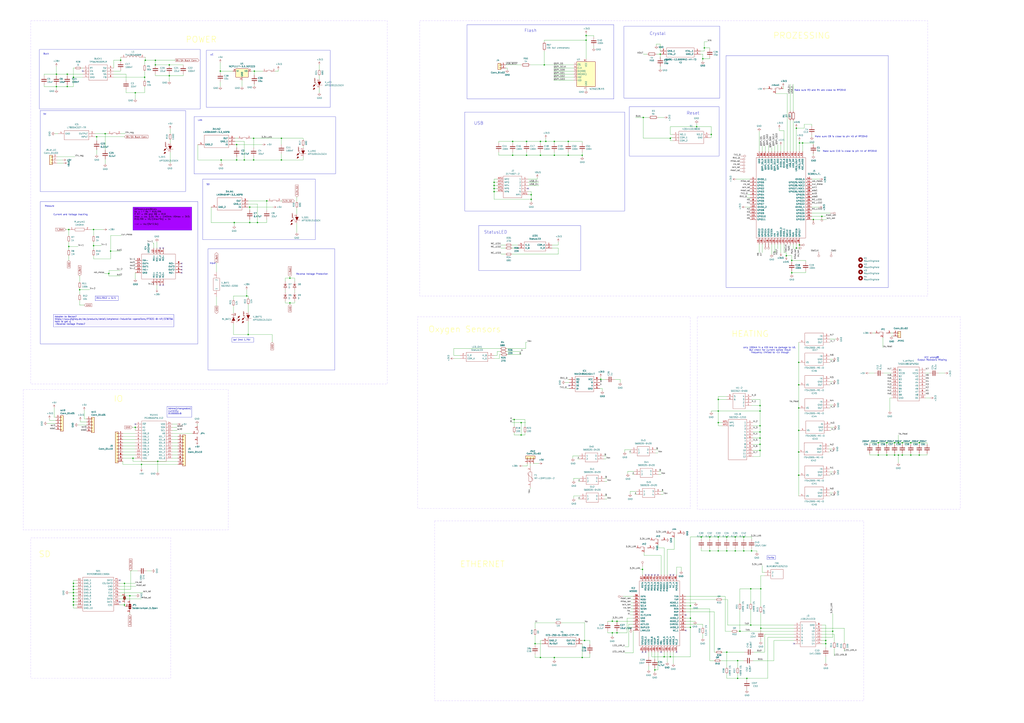
<source format=kicad_sch>
(kicad_sch (version 20231120) (generator "eeschema") (generator_version "8.0")
  (paper "A1")
  (junction (at 202.565 243.205))
  (junction (at 208.28 131.445))
  (junction (at 60.325 481.965))
  (junction (at 405.765 154.94))
  (junction (at 605.79 557.53))
  (junction (at 734.695 363.855))
  (junction (at 60.325 489.585))
  (junction (at 439.42 528.955))
  (junction (at 659.13 117.475))
  (junction (at 427.99 347.345))
  (junction (at 481.33 33.02))
  (junction (at 737.87 363.855))
  (junction (at 60.325 63.5))
  (junction (at 60.325 492.125))
  (junction (at 617.22 452.755))
  (junction (at 422.275 344.805))
  (junction (at 650.24 213.995))
  (junction (at 675.005 177.8))
  (junction (at 86.36 109.855))
  (junction (at 60.325 497.205))
  (junction (at 728.345 363.855))
  (junction (at 205.105 182.88))
  (junction (at 654.05 105.41))
  (junction (at 203.835 274.955))
  (junction (at 436.245 160.02))
  (junction (at 656.59 201.295))
  (junction (at 528.32 96.52))
  (junction (at 478.155 127.635))
  (junction (at 545.465 539.75))
  (junction (at 432.435 116.205))
  (junction (at 79.375 112.395))
  (junction (at 127.635 49.53))
  (junction (at 577.215 48.26))
  (junction (at 624.205 365.125))
  (junction (at 455.295 116.205))
  (junction (at 443.865 127.635))
  (junction (at 102.235 497.205))
  (junction (at 443.865 540.385))
  (junction (at 194.31 118.745))
  (junction (at 76.835 201.93))
  (junction (at 129.54 379.095))
  (junction (at 90.805 206.375))
  (junction (at 655.955 390.525))
  (junction (at 589.915 441.325))
  (junction (at 502.92 510.54))
  (junction (at 231.14 113.665))
  (junction (at 448.31 116.205))
  (junction (at 755.015 363.855))
  (junction (at 567.055 508))
  (junction (at 181.61 131.445))
  (junction (at 238.125 228.6))
  (junction (at 405.765 157.48))
  (junction (at 537.845 550.545))
  (junction (at 610.87 452.755))
  (junction (at 596.9 452.755))
  (junction (at 668.02 180.34))
  (junction (at 219.075 165.1))
  (junction (at 211.455 182.88))
  (junction (at 550.545 539.75))
  (junction (at 654.05 203.835))
  (junction (at 55.245 60.96))
  (junction (at 721.36 363.855))
  (junction (at 455.295 127.635))
  (junction (at 603.885 441.325))
  (junction (at 655.955 353.695))
  (junction (at 55.245 71.12))
  (junction (at 610.87 441.325))
  (junction (at 575.945 441.325))
  (junction (at 421.005 116.205))
  (junction (at 46.355 71.12))
  (junction (at 748.03 363.855))
  (junction (at 116.205 381.635))
  (junction (at 584.2 110.49))
  (junction (at 567.055 515.62))
  (junction (at 616.585 483.87))
  (junction (at 567.055 497.84))
  (junction (at 589.915 452.755))
  (junction (at 624.84 516.255))
  (junction (at 741.045 374.015))
  (junction (at 208.28 113.665))
  (junction (at 655.955 335.28))
  (junction (at 481.33 29.21))
  (junction (at 194.31 131.445))
  (junction (at 655.955 371.475))
  (junction (at 624.205 333.375))
  (junction (at 180.975 58.42))
  (junction (at 734.695 374.015))
  (junction (at 89.3771 224.79))
  (junction (at 60.325 487.045))
  (junction (at 582.93 441.325))
  (junction (at 60.325 494.665))
  (junction (at 624.205 370.205))
  (junction (at 582.93 452.755))
  (junction (at 655.955 297.815))
  (junction (at 480.06 526.415))
  (junction (at 550.545 113.665))
  (junction (at 200.66 131.445))
  (junction (at 656.59 117.475))
  (junction (at 60.325 484.505))
  (junction (at 607.695 518.795))
  (junction (at 542.29 44.45))
  (junction (at 737.87 374.015))
  (junction (at 56.515 202.565))
  (junction (at 455.295 540.385))
  (junction (at 589.915 337.82))
  (junction (at 721.36 374.015))
  (junction (at 192.405 182.88))
  (junction (at 139.065 62.23))
  (junction (at 572.135 104.14))
  (junction (at 678.18 526.415))
  (junction (at 613.41 557.53))
  (junction (at 645.795 210.185))
  (junction (at 493.395 311.785))
  (junction (at 447.04 53.34))
  (junction (at 106.68 489.585))
  (junction (at 589.915 328.295))
  (junction (at 111.125 351.155))
  (junction (at 109.22 376.555))
  (junction (at 506.73 510.54))
  (junction (at 46.355 60.96))
  (junction (at 655.955 316.23))
  (junction (at 741.045 363.855))
  (junction (at 466.725 116.205))
  (junction (at 589.915 347.345))
  (junction (at 748.03 374.015))
  (junction (at 99.06 49.53))
  (junction (at 405.765 152.4))
  (junction (at 478.155 540.385))
  (junction (at 624.84 483.87))
  (junction (at 466.725 127.635))
  (junction (at 56.515 188.595))
  (junction (at 596.9 441.325))
  (junction (at 436.245 163.83))
  (junction (at 65.405 238.125))
  (junction (at 231.14 131.445))
  (junction (at 596.9 535.94))
  (junction (at 60.325 479.425))
  (junction (at 127.635 53.34))
  (junction (at 238.125 248.92))
  (junction (at 421.005 127.635))
  (junction (at 624.205 349.885))
  (junction (at 427.99 357.505))
  (junction (at 432.435 127.635))
  (junction (at 624.205 360.045))
  (junction (at 624.205 337.82))
  (junction (at 650.24 224.155))
  (junction (at 678.18 528.955))
  (junction (at 102.235 479.425))
  (junction (at 111.125 76.2))
  (junction (at 205.105 170.18))
  (junction (at 683.895 518.795))
  (junction (at 443.865 116.205))
  (junction (at 502.92 520.065))
  (junction (at 208.915 58.42))
  (junction (at 605.79 542.925))
  (junction (at 578.485 39.37))
  (junction (at 405.765 149.86))
  (junction (at 624.205 354.965))
  (junction (at 506.73 520.065))
  (junction (at 76.835 188.595))
  (junction (at 728.345 374.015))
  (junction (at 616.585 513.715))
  (junction (at 119.38 49.53))
  (junction (at 139.065 53.34))
  (junction (at 755.015 374.015))
  (junction (at 527.685 467.995))
  (junction (at 603.885 452.755))
  (junction (at 118.745 63.5))
  (no_connect (at 133.985 234.315))
  (no_connect (at 537.845 472.44))
  (no_connect (at 563.245 505.46))
  (no_connect (at 535.305 472.44))
  (no_connect (at 532.765 472.44))
  (no_connect (at 98.425 476.885))
  (no_connect (at 67.945 58.42))
  (no_connect (at 98.425 494.665))
  (no_connect (at 542.925 535.94))
  (no_connect (at 149.225 219.075))
  (no_connect (at 530.225 472.44))
  (no_connect (at 652.145 528.955))
  (no_connect (at 133.985 203.835))
  (no_connect (at 530.225 535.94))
  (no_connect (at 149.225 224.155))
  (no_connect (at 527.685 535.94))
  (no_connect (at 131.445 234.315))
  (no_connect (at 149.225 216.535))
  (no_connect (at 550.545 472.44))
  (no_connect (at 433.705 154.94))
  (no_connect (at 563.245 518.16))
  (no_connect (at 553.085 472.44))
  (no_connect (at 540.385 472.44))
  (no_connect (at 149.225 221.615))
  (no_connect (at 131.445 203.835))
  (no_connect (at 555.625 535.94))
  (no_connect (at 111.125 348.615))
  (no_connect (at 467.36 316.865))
  (wire (pts (xy 550.545 113.03) (xy 550.545 113.665)))
  (wire (pts (xy 243.84 183.515) (xy 243.84 191.135)))
  (wire (pts (xy 60.325 476.885) (xy 62.865 476.885)))
  (wire (pts (xy 100.965 376.555) (xy 109.22 376.555)))
  (wire (pts (xy 139.7 109.855) (xy 139.7 106.045)))
  (wire (pts (xy 409.575 125.095) (xy 409.575 127.635)))
  (wire (pts (xy 542.29 41.91) (xy 542.29 36.195)))
  (wire (pts (xy 98.425 487.045) (xy 117.475 487.045)))
  (wire (pts (xy 613.41 567.055) (xy 613.41 566.42)))
  (wire (pts (xy 655.955 390.525) (xy 655.32 390.525)))
  (wire (pts (xy 118.745 58.42) (xy 118.745 63.5)))
  (wire (pts (xy 532.765 550.545) (xy 532.765 547.37)))
  (wire (pts (xy 596.9 452.755) (xy 603.885 452.755)))
  (wire (pts (xy 656.59 205.105) (xy 656.59 201.295)))
  (wire (pts (xy 100.965 381.635) (xy 100.965 379.095)))
  (wire (pts (xy 79.375 127) (xy 79.375 123.19)))
  (wire (pts (xy 118.745 49.53) (xy 119.38 49.53)))
  (wire (pts (xy 680.72 366.395) (xy 681.355 366.395)))
  (wire (pts (xy 577.215 50.165) (xy 577.215 48.26)))
  (wire (pts (xy 683.895 313.69) (xy 681.355 313.69)))
  (wire (pts (xy 518.16 492.76) (xy 520.065 492.76)))
  (wire (pts (xy 618.49 370.205) (xy 624.205 370.205)))
  (wire (pts (xy 668.02 118.745) (xy 668.02 117.475)))
  (wire (pts (xy 506.73 520.065) (xy 514.985 520.065)))
  (wire (pts (xy 139.065 62.23) (xy 150.495 62.23)))
  (wire (pts (xy 432.435 117.475) (xy 432.435 116.205)))
  (wire (pts (xy 129.54 379.095) (xy 146.05 379.095)))
  (wire (pts (xy 596.9 535.94) (xy 611.505 535.94)))
  (wire (pts (xy 555.625 466.09) (xy 555.625 472.44)))
  (wire (pts (xy 436.245 163.83) (xy 436.245 165.735)))
  (wire (pts (xy 219.075 180.34) (xy 219.075 182.88)))
  (wire (pts (xy 90.805 206.375) (xy 99.06 206.375)))
  (wire (pts (xy 248.92 120.015) (xy 248.92 121.285)))
  (wire (pts (xy 655.955 353.695) (xy 655.955 335.28)))
  (wire (pts (xy 231.14 131.445) (xy 248.92 131.445)))
  (wire (pts (xy 464.185 314.325) (xy 467.36 314.325)))
  (wire (pts (xy 102.235 479.425) (xy 102.235 487.68)))
  (wire (pts (xy 651.51 204.47) (xy 651.51 200.66)))
  (wire (pts (xy 616.585 513.715) (xy 652.145 513.715)))
  (wire (pts (xy 502.92 520.065) (xy 502.92 522.605)))
  (wire (pts (xy 571.5 495.3) (xy 563.245 495.3)))
  (wire (pts (xy 36.195 62.23) (xy 36.195 60.96)))
  (wire (pts (xy 241.935 248.92) (xy 241.935 247.65)))
  (wire (pts (xy 513.08 371.475) (xy 513.08 369.57)))
  (wire (pts (xy 520.065 536.575) (xy 513.08 536.575)))
  (wire (pts (xy 721.36 374.015) (xy 714.375 374.015)))
  (wire (pts (xy 141.605 366.395) (xy 146.05 366.395)))
  (wire (pts (xy 405.765 149.86) (xy 408.305 149.86)))
  (wire (pts (xy 607.695 483.87) (xy 616.585 483.87)))
  (wire (pts (xy 605.79 557.53) (xy 613.41 557.53)))
  (wire (pts (xy 93.345 60.96) (xy 103.505 60.96)))
  (wire (pts (xy 545.465 535.94) (xy 545.465 539.75)))
  (wire (pts (xy 683.895 332.74) (xy 681.355 332.74)))
  (wire (pts (xy 415.925 288.925) (xy 427.99 288.925)))
  (wire (pts (xy 410.21 291.465) (xy 411.48 291.465)))
  (wire (pts (xy 513.08 531.495) (xy 516.255 531.495)))
  (wire (pts (xy 100.965 366.395) (xy 111.125 366.395)))
  (wire (pts (xy 60.325 55.88) (xy 61.595 55.88)))
  (wire (pts (xy 499.11 518.795) (xy 499.11 520.065)))
  (wire (pts (xy 40.64 345.44) (xy 45.72 345.44)))
  (wire (pts (xy 193.04 118.745) (xy 194.31 118.745)))
  (wire (pts (xy 741.045 374.015) (xy 748.03 374.015)))
  (wire (pts (xy 761.365 372.745) (xy 761.365 374.015)))
  (wire (pts (xy 605.79 542.925) (xy 605.79 548.64)))
  (wire (pts (xy 519.43 389.89) (xy 520.7 389.89)))
  (wire (pts (xy 520.065 518.16) (xy 520.065 536.575)))
  (wire (pts (xy 262.255 62.23) (xy 262.255 64.77)))
  (wire (pts (xy 666.75 177.8) (xy 675.005 177.8)))
  (wire (pts (xy 567.055 497.84) (xy 567.055 508)))
  (wire (pts (xy 578.485 39.37) (xy 578.485 41.91)))
  (wire (pts (xy 685.165 539.115) (xy 685.165 532.765)))
  (wire (pts (xy 596.9 548.64) (xy 596.9 535.94)))
  (wire (pts (xy 624.205 360.045) (xy 624.205 365.125)))
  (wire (pts (xy 628.015 535.94) (xy 619.125 535.94)))
  (wire (pts (xy 46.99 128.905) (xy 61.595 128.905)))
  (wire (pts (xy 60.325 487.045) (xy 62.865 487.045)))
  (wire (pts (xy 552.45 113.03) (xy 550.545 113.03)))
  (wire (pts (xy 471.17 393.065) (xy 476.25 393.065)))
  (wire (pts (xy 626.11 464.82) (xy 626.11 470.535)))
  (wire (pts (xy 46.355 71.12) (xy 46.355 73.66)))
  (wire (pts (xy 415.29 55.88) (xy 416.56 55.88)))
  (wire (pts (xy 540.385 450.215) (xy 540.385 447.675)))
  (wire (pts (xy 480.06 526.415) (xy 478.155 526.415)))
  (wire (pts (xy 563.245 500.38) (xy 582.93 500.38)))
  (wire (pts (xy 100.965 358.775) (xy 111.125 358.775)))
  (wire (pts (xy 624.84 516.255) (xy 624.84 518.16)))
  (wire (pts (xy 405.765 149.86) (xy 405.765 147.32)))
  (wire (pts (xy 511.81 490.22) (xy 520.065 490.22)))
  (wire (pts (xy 575.945 452.755) (xy 575.945 450.85)))
  (wire (pts (xy 633.73 121.285) (xy 633.73 124.46)))
  (wire (pts (xy 502.92 520.065) (xy 506.73 520.065)))
  (wire (pts (xy 684.53 351.155) (xy 681.99 351.155)))
  (wire (pts (xy 65.405 247.015) (xy 65.405 250.825)))
  (wire (pts (xy 683.26 368.935) (xy 680.72 368.935)))
  (wire (pts (xy 721.36 372.745) (xy 721.36 374.015)))
  (wire (pts (xy 60.325 492.125) (xy 60.325 494.665)))
  (wire (pts (xy 654.05 105.41) (xy 654.05 124.46)))
  (wire (pts (xy 102.235 498.475) (xy 102.235 497.205)))
  (wire (pts (xy 231.14 113.665) (xy 231.14 118.745)))
  (wire (pts (xy 552.45 110.49) (xy 550.545 110.49)))
  (wire (pts (xy 238.125 250.19) (xy 238.125 248.92)))
  (wire (pts (xy 577.215 44.45) (xy 575.31 44.45)))
  (wire (pts (xy 494.665 319.405) (xy 492.76 319.405)))
  (wire (pts (xy 420.37 203.835) (xy 425.45 203.835)))
  (wire (pts (xy 666.75 111.125) (xy 666.75 112.395)))
  (wire (pts (xy 734.695 363.855) (xy 737.87 363.855)))
  (wire (pts (xy 46.355 60.96) (xy 55.245 60.96)))
  (wire (pts (xy 484.505 537.21) (xy 484.505 540.385)))
  (wire (pts (xy 243.84 170.815) (xy 243.84 175.895)))
  (wire (pts (xy 433.705 147.32) (xy 441.325 147.32)))
  (wire (pts (xy 100.965 381.635) (xy 116.205 381.635)))
  (wire (pts (xy 127.635 62.23) (xy 127.635 60.96)))
  (wire (pts (xy 211.455 182.88) (xy 219.075 182.88)))
  (wire (pts (xy 535.305 535.94) (xy 535.305 539.75)))
  (wire (pts (xy 656.59 117.475) (xy 659.13 117.475)))
  (wire (pts (xy 128.905 203.835) (xy 128.905 198.755)))
  (wire (pts (xy 203.835 264.16) (xy 203.835 274.955)))
  (wire (pts (xy 683.895 504.19) (xy 683.895 518.795)))
  (wire (pts (xy 624.84 473.075) (xy 624.84 483.87)))
  (wire (pts (xy 248.92 128.905) (xy 248.92 131.445)))
  (wire (pts (xy 111.125 229.235) (xy 111.125 224.155)))
  (wire (pts (xy 635.635 526.415) (xy 652.145 526.415)))
  (wire (pts (xy 118.745 63.5) (xy 118.745 66.04)))
  (wire (pts (xy 520.065 510.54) (xy 506.73 510.54)))
  (wire (pts (xy 141.605 358.775) (xy 146.05 358.775)))
  (wire (pts (xy 618.49 349.885) (xy 624.205 349.885)))
  (wire (pts (xy 660.4 102.235) (xy 666.75 102.235)))
  (wire (pts (xy 755.015 363.855) (xy 761.365 363.855)))
  (wire (pts (xy 208.915 58.42) (xy 215.9 58.42)))
  (wire (pts (xy 618.49 365.125) (xy 624.205 365.125)))
  (wire (pts (xy 528.955 456.565) (xy 542.925 456.565)))
  (wire (pts (xy 443.865 526.415) (xy 443.865 540.385)))
  (wire (pts (xy 518.16 495.3) (xy 520.065 495.3)))
  (wire (pts (xy 421.005 117.475) (xy 421.005 116.205)))
  (wire (pts (xy 614.045 160.02) (xy 615.95 160.02)))
  (wire (pts (xy 509.27 311.785) (xy 504.825 311.785)))
  (wire (pts (xy 728.345 363.855) (xy 728.345 365.125)))
  (wire (pts (xy 181.61 133.985) (xy 181.61 131.445)))
  (wire (pts (xy 548.005 535.94) (xy 548.005 544.195)))
  (wire (pts (xy 630.555 523.875) (xy 630.555 557.53)))
  (wire (pts (xy 648.97 201.93) (xy 648.97 200.66)))
  (wire (pts (xy 515.62 389.255) (xy 515.62 387.35)))
  (wire (pts (xy 471.17 58.42) (xy 454.66 58.42)))
  (wire (pts (xy 748.03 363.855) (xy 748.03 365.125)))
  (wire (pts (xy 408.305 288.925) (xy 408.305 292.1)))
  (wire (pts (xy 655.955 371.475) (xy 655.32 371.475)))
  (wire (pts (xy 624.205 370.205) (xy 624.205 375.285)))
  (wire (pts (xy 626.11 120.015) (xy 626.11 124.46)))
  (wire (pts (xy 139.065 62.23) (xy 139.065 66.675)))
  (wire (pts (xy 177.8 243.84) (xy 177.8 251.46)))
  (wire (pts (xy 200.66 131.445) (xy 208.28 131.445)))
  (wire (pts (xy 624.205 333.375) (xy 624.205 337.82)))
  (wire (pts (xy 716.915 273.685) (xy 718.82 273.685)))
  (wire (pts (xy 191.135 58.42) (xy 180.975 58.42)))
  (wire (pts (xy 228.6 58.42) (xy 228.6 57.15)))
  (wire (pts (xy 643.89 207.645) (xy 643.89 200.66)))
  (wire (pts (xy 145.415 348.615) (xy 141.605 348.615)))
  (wire (pts (xy 458.47 203.835) (xy 453.39 203.835)))
  (wire (pts (xy 420.37 344.805) (xy 422.275 344.805)))
  (wire (pts (xy 682.625 353.695) (xy 681.99 353.695)))
  (wire (pts (xy 100.965 363.855) (xy 111.125 363.855)))
  (wire (pts (xy 681.99 281.305) (xy 681.355 281.305)))
  (wire (pts (xy 377.825 294.64) (xy 372.745 294.64)))
  (wire (pts (xy 127.635 49.53) (xy 144.145 49.53)))
  (wire (pts (xy 46.355 71.12) (xy 46.355 69.85)))
  (wire (pts (xy 528.32 96.52) (xy 528.32 113.665)))
  (wire (pts (xy 678.18 526.415) (xy 678.18 528.955)))
  (wire (pts (xy 90.805 193.675) (xy 99.695 193.675)))
  (wire (pts (xy 502.92 508.635) (xy 502.92 510.54)))
  (wire (pts (xy 453.39 201.295) (xy 458.47 201.295)))
  (wire (pts (xy 56.515 188.595) (xy 53.975 188.595)))
  (wire (pts (xy 433.705 149.86) (xy 442.595 149.86)))
  (wire (pts (xy 683.895 405.13) (xy 681.355 405.13)))
  (wire (pts (xy 466.725 116.205) (xy 478.155 116.205)))
  (wire (pts (xy 52.07 133.985) (xy 46.99 133.985)))
  (wire (pts (xy 563.245 513.08) (xy 577.215 513.08)))
  (wire (pts (xy 748.03 374.015) (xy 755.015 374.015)))
  (wire (pts (xy 79.375 112.395) (xy 102.235 112.395)))
  (wire (pts (xy 93.345 55.88) (xy 93.345 49.53)))
  (wire (pts (xy 443.865 125.095) (xy 443.865 127.635)))
  (wire (pts (xy 102.235 498.475) (xy 102.87 498.475)))
  (wire (pts (xy 431.8 281.305) (xy 431.8 286.385)))
  (wire (pts (xy 60.325 497.205) (xy 60.325 499.745)))
  (wire (pts (xy 60.325 492.125) (xy 62.865 492.125)))
  (wire (pts (xy 234.315 228.6) (xy 234.315 231.14)))
  (wire (pts (xy 93.345 49.53) (xy 99.06 49.53)))
  (wire (pts (xy 655.955 390.525) (xy 655.955 371.475)))
  (wire (pts (xy 741.045 372.745) (xy 741.045 374.015)))
  (wire (pts (xy 65.405 238.125) (xy 73.66 238.125)))
  (wire (pts (xy 71.12 344.17) (xy 69.215 344.17)))
  (wire (pts (xy 86.36 109.855) (xy 78.105 109.855)))
  (wire (pts (xy 654.05 105.41) (xy 660.4 105.41)))
  (wire (pts (xy 431.165 357.505) (xy 427.99 357.505)))
  (wire (pts (xy 372.745 286.385) (xy 372.745 292.1)))
  (wire (pts (xy 431.165 357.505) (xy 431.165 355.6)))
  (wire (pts (xy 613.41 558.8) (xy 613.41 557.53)))
  (wire (pts (xy 646.43 76.835) (xy 646.43 124.46)))
  (wire (pts (xy 203.835 243.205) (xy 203.835 245.11)))
  (wire (pts (xy 578.485 34.29) (xy 578.485 39.37)))
  (wire (pts (xy 595.63 518.795) (xy 600.71 518.795)))
  (wire (pts (xy 409.575 116.205) (xy 421.005 116.205)))
  (wire (pts (xy 193.04 113.665) (xy 195.58 113.665)))
  (wire (pts (xy 205.105 182.88) (xy 211.455 182.88)))
  (wire (pts (xy 487.68 38.1) (xy 487.68 39.37)))
  (wire (pts (xy 439.42 511.81) (xy 439.42 516.89)))
  (wire (pts (xy 760.095 306.705) (xy 763.27 306.705)))
  (wire (pts (xy 730.885 327.025) (xy 730.885 337.82)))
  (wire (pts (xy 586.74 535.94) (xy 588.01 535.94)))
  (wire (pts (xy 203.835 170.18) (xy 205.105 170.18)))
  (wire (pts (xy 624.84 483.87) (xy 624.84 498.475)))
  (wire (pts (xy 624.205 360.045) (xy 624.205 354.965)))
  (wire (pts (xy 650.24 224.155) (xy 650.24 225.425)))
  (wire (pts (xy 443.865 116.205) (xy 448.31 116.205)))
  (wire (pts (xy 60.325 63.5) (xy 60.325 71.12)))
  (wire (pts (xy 650.24 224.155) (xy 661.67 224.155)))
  (wire (pts (xy 422.275 344.805) (xy 431.165 344.805)))
  (wire (pts (xy 678.18 539.75) (xy 678.18 544.83)))
  (wire (pts (xy 436.245 163.83) (xy 405.765 163.83)))
  (wire (pts (xy 466.725 127.635) (xy 478.155 127.635)))
  (wire (pts (xy 770.89 306.705) (xy 775.97 306.705)))
  (wire (pts (xy 517.525 502.92) (xy 520.065 502.92)))
  (wire (pts (xy 589.915 328.295) (xy 589.915 337.82)))
  (wire (pts (xy 455.295 127.635) (xy 443.865 127.635)))
  (wire (pts (xy 458.47 198.755) (xy 458.47 201.295)))
  (wire (pts (xy 681.99 316.23) (xy 681.355 316.23)))
  (wire (pts (xy 540.385 550.545) (xy 537.845 550.545)))
  (wire (pts (xy 544.83 403.86) (xy 542.925 403.86)))
  (wire (pts (xy 550.545 104.14) (xy 572.135 104.14)))
  (wire (pts (xy 654.05 203.835) (xy 654.05 200.66)))
  (wire (pts (xy 208.28 131.445) (xy 231.14 131.445)))
  (wire (pts (xy 408.305 292.1) (xy 405.765 292.1)))
  (wire (pts (xy 728.345 372.745) (xy 728.345 374.015)))
  (wire (pts (xy 582.93 441.325) (xy 589.915 441.325)))
  (wire (pts (xy 648.97 69.215) (xy 648.97 91.44)))
  (wire (pts (xy 141.605 371.475) (xy 146.05 371.475)))
  (wire (pts (xy 732.155 276.225) (xy 733.425 276.225)))
  (wire (pts (xy 111.125 351.155) (xy 111.125 353.695)))
  (wire (pts (xy 610.87 450.85) (xy 610.87 452.755)))
  (wire (pts (xy 93.345 63.5) (xy 118.745 63.5)))
  (wire (pts (xy 613.41 162.56) (xy 615.95 162.56)))
  (wire (pts (xy 46.355 62.23) (xy 46.355 60.96)))
  (wire (pts (xy 737.87 363.855) (xy 741.045 363.855)))
  (wire (pts (xy 86.36 109.855) (xy 86.36 123.19)))
  (wire (pts (xy 60.325 494.665) (xy 62.865 494.665)))
  (wire (pts (xy 98.425 492.125) (xy 116.205 492.125)))
  (wire (pts (xy 38.735 347.98) (xy 45.72 347.98)))
  (wire (pts (xy 509.27 314.325) (xy 509.27 311.785)))
  (wire (pts (xy 191.77 243.205) (xy 202.565 243.205)))
  (wire (pts (xy 67.945 63.5) (xy 60.325 63.5)))
  (wire (pts (xy 433.705 160.02) (xy 436.245 160.02)))
  (wire (pts (xy 480.06 511.81) (xy 480.06 526.415)))
  (wire (pts (xy 139.7 114.935) (xy 139.7 117.475)))
  (wire (pts (xy 675.005 177.8) (xy 678.18 177.8)))
  (wire (pts (xy 582.93 39.37) (xy 582.93 40.005)))
  (wire (pts (xy 681.99 297.815) (xy 681.355 297.815)))
  (wire (pts (xy 721.36 363.855) (xy 728.345 363.855)))
  (wire (pts (xy 628.015 521.335) (xy 628.015 535.94)))
  (wire (pts (xy 60.325 499.745) (xy 62.865 499.745)))
  (wire (pts (xy 487.68 29.21) (xy 481.33 29.21)))
  (wire (pts (xy 582.93 500.38) (xy 582.93 542.925)))
  (wire (pts (xy 631.19 119.38) (xy 631.19 124.46)))
  (wire (pts (xy 436.245 160.02) (xy 436.245 163.83)))
  (wire (pts (xy 429.26 382.905) (xy 433.07 382.905)))
  (wire (pts (xy 422.275 355.6) (xy 422.275 357.505)))
  (wire (pts (xy 623.57 200.66) (xy 623.57 207.645)))
  (wire (pts (xy 636.905 76.835) (xy 646.43 76.835)))
  (wire (pts (xy 60.325 484.505) (xy 60.325 487.045)))
  (wire (pts (xy 575.945 441.325) (xy 582.93 441.325)))
  (wire (pts (xy 432.435 125.095) (xy 432.435 127.635)))
  (wire (pts (xy 126.365 200.025) (xy 126.365 203.835)))
  (wire (pts (xy 219.075 165.1) (xy 220.345 165.1)))
  (wire (pts (xy 681.99 335.28) (xy 681.355 335.28)))
  (wire (pts (xy 474.345 377.19) (xy 475.615 377.19)))
  (wire (pts (xy 730.885 327.025) (xy 732.155 327.025)))
  (wire (pts (xy 448.31 113.665) (xy 448.31 116.205)))
  (wire (pts (xy 484.505 540.385) (xy 478.155 540.385)))
  (wire (pts (xy 681.355 371.475) (xy 680.72 371.475)))
  (wire (pts (xy 572.135 101.6) (xy 572.135 104.14)))
  (wire (pts (xy 202.565 243.205) (xy 203.835 243.205)))
  (wire (pts (xy 675.005 523.875) (xy 683.895 523.875)))
  (wire (pts (xy 589.915 325.755) (xy 596.9 325.755)))
  (wire (pts (xy 194.31 128.905) (xy 194.31 131.445)))
  (wire (pts (xy 447.04 34.29) (xy 447.04 33.02)))
  (wire (pts (xy 60.325 484.505) (xy 62.865 484.505)))
  (wire (pts (xy 616.585 483.87) (xy 624.84 483.87)))
  (wire (pts (xy 208.915 58.42) (xy 206.375 58.42)))
  (wire (pts (xy 624.205 349.885) (xy 624.205 354.965)))
  (wire (pts (xy 683.895 523.875) (xy 683.895 518.795)))
  (wire (pts (xy 455.295 540.385) (xy 478.155 540.385)))
  (wire (pts (xy 471.17 66.04) (xy 454.66 66.04)))
  (wire (pts (xy 435.61 401.955) (xy 435.61 400.685)))
  (wire (pts (xy 563.245 490.22) (xy 595.63 490.22)))
  (wire (pts (xy 481.33 33.02) (xy 481.33 48.26)))
  (wire (pts (xy 65.405 226.695) (xy 65.405 231.775)))
  (wire (pts (xy 65.405 236.855) (xy 65.405 238.125)))
  (wire (pts (xy 99.06 46.99) (xy 99.06 49.53)))
  (wire (pts (xy 100.965 371.475) (xy 111.125 371.475)))
  (wire (pts (xy 714.375 363.855) (xy 721.36 363.855)))
  (wire (pts (xy 528.32 44.45) (xy 531.495 44.45)))
  (wire (pts (xy 226.06 58.42) (xy 228.6 58.42)))
  (wire (pts (xy 141.605 356.235) (xy 158.115 356.235)))
  (wire (pts (xy 474.98 410.21) (xy 476.25 410.21)))
  (wire (pts (xy 203.835 167.64) (xy 211.455 167.64)))
  (wire (pts (xy 466.725 127.635) (xy 455.295 127.635)))
  (wire (pts (xy 455.295 540.385) (xy 443.865 540.385)))
  (wire (pts (xy 582.93 542.925) (xy 586.74 542.925)))
  (wire (pts (xy 191.77 266.065) (xy 191.77 274.955)))
  (wire (pts (xy 650.24 213.995) (xy 661.67 213.995)))
  (wire (pts (xy 633.73 208.915) (xy 633.73 200.66)))
  (wire (pts (xy 550.545 539.75) (xy 567.055 539.75)))
  (wire (pts (xy 645.795 210.82) (xy 645.795 210.185)))
  (wire (pts (xy 439.42 511.81) (xy 455.93 511.81)))
  (wire (pts (xy 714.375 372.745) (xy 714.375 374.015)))
  (wire (pts (xy 582.93 452.755) (xy 589.915 452.755)))
  (wire (pts (xy 56.515 210.185) (xy 56.515 213.995)))
  (wire (pts (xy 106.68 489.585) (xy 106.68 493.395)))
  (wire (pts (xy 537.845 549.275) (xy 537.845 550.545)))
  (wire (pts (xy 589.915 452.755) (xy 596.9 452.755)))
  (wire (pts (xy 454.66 55.88) (xy 471.17 55.88)))
  (wire (pts (xy 540.385 96.52) (xy 545.465 96.52)))
  (wire (pts (xy 119.38 46.99) (xy 119.38 49.53)))
  (wire (pts (xy 443.865 127.635) (xy 432.435 127.635)))
  (wire (pts (xy 643.255 71.12) (xy 643.255 73.025)))
  (wire (pts (xy 678.18 528.955) (xy 678.18 532.13)))
  (wire (pts (xy 439.42 540.385) (xy 443.865 540.385)))
  (wire (pts (xy 527.685 467.995) (xy 527.685 472.44)))
  (wire (pts (xy 40.64 344.17) (xy 40.64 345.44)))
  (wire (pts (xy 102.235 495.3) (xy 102.235 497.205)))
  (wire (pts (xy 234.315 228.6) (xy 238.125 228.6)))
  (wire (pts (xy 589.915 337.82) (xy 624.205 337.82)))
  (wire (pts (xy 603.885 452.755) (xy 610.87 452.755)))
  (wire (pts (xy 542.925 389.89) (xy 541.02 389.89)))
  (wire (pts (xy 470.535 376.555) (xy 470.535 374.65)))
  (wire (pts (xy 603.885 443.23) (xy 603.885 441.325)))
  (wire (pts (xy 432.435 127.635) (xy 421.005 127.635)))
  (wire (pts (xy 51.435 131.445) (xy 46.99 131.445)))
  (wire (pts (xy 516.255 513.08) (xy 520.065 513.08)))
  (wire (pts (xy 405.765 157.48) (xy 408.305 157.48)))
  (wire (pts (xy 656.59 117.475) (xy 656.59 124.46)))
  (wire (pts (xy 605.79 553.72) (xy 605.79 557.53)))
  (wire (pts (xy 99.06 50.165) (xy 99.06 49.53)))
  (wire (pts (xy 139.065 62.23) (xy 139.065 60.96)))
  (wire (pts (xy 656.59 201.295) (xy 656.59 200.66)))
  (wire (pts (xy 516.255 531.495) (xy 516.255 513.08)))
  (wire (pts (xy 582.93 450.85) (xy 582.93 452.755)))
  (wire (pts (xy 78.105 112.395) (xy 79.375 112.395)))
  (wire (pts (xy 109.22 379.095) (xy 129.54 379.095)))
  (wire (pts (xy 493.395 309.88) (xy 493.395 311.785)))
  (wire (pts (xy 553.085 545.465) (xy 553.085 535.94)))
  (wire (pts (xy 518.16 497.84) (xy 520.065 497.84)))
  (wire (pts (xy 141.605 361.315) (xy 146.05 361.315)))
  (wire (pts (xy 607.695 501.015) (xy 607.695 518.795)))
  (wire (pts (xy 563.245 515.62) (xy 567.055 515.62)))
  (wire (pts (xy 89.3771 224.79) (xy 85.725 224.79)))
  (wire (pts (xy 194.31 118.745) (xy 215.265 118.745)))
  (wire (pts (xy 203.835 165.1) (xy 219.075 165.1)))
  (wire (pts (xy 410.21 291.465) (xy 410.21 294.64)))
  (wire (pts (xy 542.29 36.195) (xy 539.115 36.195)))
  (wire (pts (xy 55.245 60.96) (xy 67.945 60.96)))
  (wire (pts (xy 111.125 76.2) (xy 111.125 81.28)))
  (wire (pts (xy 205.74 113.665) (xy 208.28 113.665)))
  (wire (pts (xy 223.52 274.955) (xy 203.835 274.955)))
  (wire (pts (xy 537.845 550.545) (xy 537.845 552.45)))
  (wire (pts (xy 654.05 104.775) (xy 654.05 105.41)))
  (wire (pts (xy 666.75 180.34) (xy 668.02 180.34)))
  (wire (pts (xy 518.16 500.38) (xy 520.065 500.38)))
  (wire (pts (xy 728.345 374.015) (xy 721.36 374.015)))
  (wire (pts (xy 497.205 311.785) (xy 493.395 311.785)))
  (wire (pts (xy 610.87 441.325) (xy 610.87 443.23)))
  (wire (pts (xy 436.245 157.48) (xy 433.705 157.48)))
  (wire (pts (xy 238.125 228.6) (xy 241.935 228.6)))
  (wire (pts (xy 129.54 379.095) (xy 129.54 387.985)))
  (wire (pts (xy 617.22 333.375) (xy 624.205 333.375)))
  (wire (pts (xy 563.245 502.92) (xy 586.74 502.92)))
  (wire (pts (xy 678.18 528.955) (xy 675.005 528.955)))
  (wire (pts (xy 431.8 286.385) (xy 415.925 286.385)))
  (wire (pts (xy 544.83 406.4) (xy 542.925 406.4)))
  (wire (pts (xy 86.36 130.81) (xy 86.36 134.62)))
  (wire (pts (xy 589.915 452.755) (xy 589.915 450.85)))
  (wire (pts (xy 36.195 60.96) (xy 46.355 60.96)))
  (wire (pts (xy 46.355 54.61) (xy 46.355 60.96)))
  (wire (pts (xy 461.01 511.81) (xy 480.06 511.81)))
  (wire (pts (xy 141.605 368.935) (xy 146.05 368.935)))
  (wire (pts (xy 605.79 542.925) (xy 610.87 542.925)))
  (wire (pts (xy 107.315 469.265) (xy 107.315 484.505)))
  (wire (pts (xy 734.695 363.855) (xy 734.695 365.125)))
  (wire (pts (xy 675.005 516.255) (xy 693.42 516.255)))
  (wire (pts (xy 498.475 395.605) (xy 496.57 395.605)))
  (wire (pts (xy 506.73 510.54) (xy 506.73 511.175)))
  (wire (pts (xy 577.215 48.26) (xy 577.215 44.45)))
  (wire (pts (xy 654.05 204.47) (xy 654.05 203.835)))
  (wire (pts (xy 589.915 328.295) (xy 596.9 328.295)))
  (wire (pts (xy 612.14 170.18) (xy 615.95 170.18)))
  (wire (pts (xy 661.67 215.265) (xy 661.67 213.995)))
  (wire (pts (xy 517.525 505.46) (xy 520.065 505.46)))
  (wire (pts (xy 628.015 521.335) (xy 652.145 521.335)))
  (wire (pts (xy 613.41 557.53) (xy 630.555 557.53)))
  (wire (pts (xy 458.47 208.915) (xy 458.47 203.835)))
  (wire (pts (xy 641.35 119.38) (xy 641.35 124.46)))
  (wire (pts (xy 537.845 535.94) (xy 537.845 541.655)))
  (wire (pts (xy 678.18 526.415) (xy 675.005 526.415)))
  (wire (pts (xy 493.395 311.785) (xy 492.76 311.785)))
  (wire (pts (xy 638.81 118.745) (xy 638.81 124.46)))
  (wire (pts (xy 416.56 55.88) (xy 416.56 57.15)))
  (wire (pts (xy 550.545 535.94) (xy 550.545 539.75)))
  (wire (pts (xy 208.915 61.595) (xy 208.915 58.42)))
  (wire (pts (xy 420.37 347.345) (xy 427.99 347.345)))
  (wire (pts (xy 439.42 537.845) (xy 439.42 540.385)))
  (wire (pts (xy 125.73 199.39) (xy 125.73 200.025)))
  (wire (pts (xy 499.11 510.54) (xy 499.11 511.175)))
  (wire (pts (xy 180.975 59.69) (xy 180.975 58.42)))
  (wire (pts (xy 548.005 451.485) (xy 553.72 451.485)))
  (wire (pts (xy 471.17 60.96) (xy 454.66 60.96)))
  (wire (pts (xy 737.87 374.015) (xy 737.87 380.365)))
  (wire (pts (xy 106.68 489.585) (xy 111.76 489.585)))
  (wire (pts (xy 427.99 347.345) (xy 427.99 357.505)))
  (wire (pts (xy 60.325 497.205) (xy 62.865 497.205)))
  (wire (pts (xy 161.925 348.615) (xy 161.925 349.885)))
  (wire (pts (xy 439.42 521.97) (xy 439.42 528.955)))
  (wire (pts (xy 596.9 441.325) (xy 603.885 441.325)))
  (wire (pts (xy 193.04 116.205) (xy 200.66 116.205)))
  (wire (pts (xy 597.535 513.715) (xy 616.585 513.715)))
  (wire (pts (xy 208.28 113.665) (xy 231.14 113.665)))
  (wire (pts (xy 624.205 333.375) (xy 624.205 328.295)))
  (wire (pts (xy 60.325 71.12) (xy 55.245 71.12)))
  (wire (pts (xy 431.8 281.305) (xy 433.07 281.305)))
  (wire (pts (xy 208.915 69.215) (xy 208.915 70.485)))
  (wire (pts (xy 208.28 128.905) (xy 208.28 131.445)))
  (wire (pts (xy 596.9 557.53) (xy 605.79 557.53)))
  (wire (pts (xy 481.33 27.94) (xy 481.33 29.21)))
  (wire (pts (xy 498.475 407.67) (xy 496.57 407.67)))
  (wire (pts (xy 416.56 291.465) (xy 427.99 291.465)))
  (wire (pts (xy 60.325 55.88) (xy 60.325 63.5)))
  (wire (pts (xy 411.48 203.835) (xy 415.29 203.835)))
  (wire (pts (xy 734.695 372.745) (xy 734.695 374.015)))
  (wire (pts (xy 88.9 109.855) (xy 86.36 109.855)))
  (wire (pts (xy 748.03 372.745) (xy 748.03 374.015)))
  (wire (pts (xy 127.635 53.34) (xy 127.635 49.53)))
  (wire (pts (xy 60.325 487.045) (xy 60.325 489.585)))
  (wire (pts (xy 660.4 105.41) (xy 660.4 102.235)))
  (wire (pts (xy 194.31 118.745) (xy 194.31 121.285)))
  (wire (pts (xy 420.37 208.915) (xy 458.47 208.915)))
  (wire (pts (xy 725.17 277.495) (xy 725.17 285.75)))
  (wire (pts (xy 755.015 363.855) (xy 755.015 365.125)))
  (wire (pts (xy 150.495 53.34) (xy 139.065 53.34)))
  (wire (pts (xy 219.075 165.1) (xy 219.075 172.72)))
  (wire (pts (xy 635.635 542.925) (xy 618.49 542.925)))
  (wire (pts (xy 208.28 113.665) (xy 208.28 121.285)))
  (wire (pts (xy 478.155 117.475) (xy 478.155 116.205)))
  (wire (pts (xy 481.33 74.295) (xy 481.33 73.66)))
  (wire (pts (xy 74.295 188.595) (xy 76.835 188.595)))
  (wire (pts (xy 517.525 403.86) (xy 522.605 403.86)))
  (wire (pts (xy 741.045 363.855) (xy 748.03 363.855)))
  (wire (pts (xy 98.425 479.425) (xy 102.235 479.425)))
  (wire (pts (xy 478.155 540.385) (xy 478.155 528.955)))
  (wire (pts (xy 596.9 441.325) (xy 596.9 443.23)))
  (wire (pts (xy 713.74 306.705) (xy 718.185 306.705)))
  (wire (pts (xy 550.545 113.665) (xy 528.32 113.665)))
  (wire (pts (xy 238.125 248.92) (xy 241.935 248.92)))
  (wire (pts (xy 118.745 71.12) (xy 118.745 76.2)))
  (wire (pts (xy 125.73 200.025) (xy 126.365 200.025)))
  (wire (pts (xy 409.575 117.475) (xy 409.575 116.205)))
  (wire (pts (xy 487.68 30.48) (xy 487.68 29.21)))
  (wire (pts (xy 624.84 527.05) (xy 624.84 525.78)))
  (wire (pts (xy 262.255 57.15) (xy 262.255 53.34)))
  (wire (pts (xy 99.06 109.855) (xy 102.87 109.855)))
  (wire (pts (xy 542.29 56.515) (xy 542.29 54.61)))
  (wire (pts (xy 471.17 63.5) (xy 454.66 63.5)))
  (wire (pts (xy 439.42 528.955) (xy 445.135 528.955)))
  (wire (pts (xy 650.24 215.265) (xy 650.24 213.995)))
  (wire (pts (xy 421.005 127.635) (xy 409.575 127.635)))
  (wire (pts (xy 618.49 354.965) (xy 624.205 354.965)))
  (wire (pts (xy 607.695 518.795) (xy 652.145 518.795)))
  (wire (pts (xy 141.605 363.855) (xy 146.05 363.855)))
  (wire (pts (xy 66.675 55.88) (xy 67.945 55.88)))
  (wire (pts (xy 432.435 116.205) (xy 443.865 116.205)))
  (wire (pts (xy 372.745 292.1) (xy 377.825 292.1)))
  (wire (pts (xy 535.305 539.75) (xy 545.465 539.75)))
  (wire (pts (xy 675.005 521.335) (xy 685.165 521.335)))
  (wire (pts (xy 238.125 227.33) (xy 238.125 228.6)))
  (wire (pts (xy 563.245 510.54) (xy 570.865 510.54)))
  (wire (pts (xy 494.665 321.31) (xy 494.665 319.405)))
  (wire (pts (xy 203.835 250.19) (xy 203.835 256.54)))
  (wire (pts (xy 575.945 443.23) (xy 575.945 441.325)))
  (wire (pts (xy 656.59 115.57) (xy 656.59 117.475)))
  (wire (pts (xy 202.565 238.125) (xy 202.565 243.205)))
  (wire (pts (xy 90.805 206.375) (xy 90.805 193.675)))
  (wire (pts (xy 681.99 175.26) (xy 666.75 175.26)))
  (wire (pts (xy 76.835 198.755) (xy 76.835 201.93)))
  (wire (pts (xy 448.31 116.205) (xy 455.295 116.205)))
  (wire (pts (xy 714.375 363.855) (xy 714.375 365.125)))
  (wire (pts (xy 231.14 126.365) (xy 231.14 131.445)))
  (wire (pts (xy 623.57 107.95) (xy 623.57 124.46)))
  (wire (pts (xy 502.92 510.54) (xy 499.11 510.54)))
  (wire (pts (xy 582.93 452.755) (xy 575.945 452.755)))
  (wire (pts (xy 617.22 328.295) (xy 624.205 328.295)))
  (wire (pts (xy 173.355 182.88) (xy 192.405 182.88)))
  (wire (pts (xy 559.435 469.265) (xy 559.435 466.09)))
  (wire (pts (xy 191.77 274.955) (xy 203.835 274.955)))
  (wire (pts (xy 498.475 410.21) (xy 496.57 410.21)))
  (wire (pts (xy 721.36 363.855) (xy 721.36 365.125)))
  (wire (pts (xy 763.905 327.025) (xy 760.095 327.025)))
  (wire (pts (xy 191.77 243.205) (xy 191.77 246.38)))
  (wire (pts (xy 433.705 152.4) (xy 442.595 152.4)))
  (wire (pts (xy 447.04 53.34) (xy 471.17 53.34)))
  (wire (pts (xy 661.67 224.155) (xy 661.67 222.885)))
  (wire (pts (xy 89.3771 224.79) (xy 89.3771 226.695)))
  (wire (pts (xy 177.8 223.52) (xy 177.8 215.9)))
  (wire (pts (xy 586.74 502.92) (xy 586.74 535.94)))
  (wire (pts (xy 572.135 104.14) (xy 584.2 104.14)))
  (wire (pts (xy 107.315 469.265) (xy 113.03 469.265)))
  (wire (pts (xy 681.99 390.525) (xy 681.355 390.525)))
  (wire (pts (xy 539.115 44.45) (xy 542.29 44.45)))
  (wire (pts (xy 668.02 180.34) (xy 678.815 180.34)))
  (wire (pts (xy 616.585 501.015) (xy 616.585 513.715)))
  (wire (pts (xy 624.84 516.255) (xy 652.145 516.255)))
  (wire (pts (xy 180.975 67.31) (xy 180.975 71.12)))
  (wire (pts (xy 248.92 113.665) (xy 248.92 114.935)))
  (wire (pts (xy 548.005 472.44) (xy 548.005 451.485)))
  (wire (pts (xy 60.325 489.585) (xy 62.865 489.585)))
  (wire (pts (xy 56.515 198.755) (xy 56.515 202.565)))
  (wire (pts (xy 205.105 180.34) (xy 205.105 182.88)))
  (wire (pts (xy 540.385 535.94) (xy 540.385 550.545)))
  (wire (pts (xy 405.765 152.4) (xy 408.305 152.4)))
  (wire (pts (xy 513.08 369.57) (xy 518.16 369.57)))
  (wire (pts (xy 405.765 154.94) (xy 408.305 154.94)))
  (wire (pts (xy 262.255 72.39) (xy 262.255 76.2)))
  (wire (pts (xy 439.42 530.225) (xy 439.42 528.955)))
  (wire (pts (xy 577.215 520.7) (xy 577.215 524.51)))
  (wire (pts (xy 79.375 115.57) (xy 79.375 112.395)))
  (wire (pts (xy 447.04 33.02) (xy 481.33 33.02)))
  (wire (pts (xy 540.385 369.57) (xy 538.48 369.57)))
  (wire (pts (xy 431.165 350.52) (xy 431.165 344.805)))
  (wire (pts (xy 584.2 113.03) (xy 582.93 113.03)))
  (wire (pts (xy 640.08 107.315) (xy 643.89 107.315)))
  (wire (pts (xy 223.52 274.955) (xy 223.52 281.305)))
  (wire (pts (xy 550.545 115.57) (xy 552.45 115.57)))
  (wire (pts (xy 435.61 53.34) (xy 447.04 53.34)))
  (wire (pts (xy 603.885 452.755) (xy 603.885 450.85)))
  (wire (pts (xy 141.605 374.015) (xy 146.05 374.015)))
  (wire (pts (xy 540.385 450.215) (xy 545.465 450.215)))
  (wire (pts (xy 685.165 521.335) (xy 685.165 527.685)))
  (wire (pts (xy 675.005 518.795) (xy 683.895 518.795)))
  (wire (pts (xy 234.315 248.92) (xy 234.315 247.65)))
  (wire (pts (xy 693.42 516.255) (xy 693.42 528.32)))
  (wire (pts (xy 422.275 344.805) (xy 422.275 350.52)))
  (wire (pts (xy 641.35 200.66) (xy 641.35 207.645)))
  (wire (pts (xy 567.055 441.325) (xy 567.055 497.84)))
  (wire (pts (xy 422.275 357.505) (xy 427.99 357.505)))
  (wire (pts (xy 589.915 337.82) (xy 589.915 347.345)))
  (wire (pts (xy 593.09 492.76) (xy 597.535 492.76)))
  (wire (pts (xy 636.27 207.01) (xy 636.27 200.66)))
  (wire (pts (xy 200.66 116.205) (xy 200.66 131.445)))
  (wire (pts (xy 693.42 535.305) (xy 693.42 533.4)))
  (wire (pts (xy 471.17 409.575) (xy 471.17 407.67)))
  (wire (pts (xy 497.84 374.65) (xy 495.935 374.65)))
  (wire (pts (xy 532.765 535.94) (xy 532.765 539.75)))
  (wire (pts (xy 545.465 450.215) (xy 545.465 472.44)))
  (wire (pts (xy 124.46 469.265) (xy 120.65 469.265)))
  (wire (pts (xy 66.04 346.71) (xy 71.12 346.71)))
  (wire (pts (xy 55.245 62.23) (xy 55.245 60.96)))
  (wire (pts (xy 567.055 441.325) (xy 575.945 441.325)))
  (wire (pts (xy 435.61 381) (xy 435.61 382.905)))
  (wire (pts (xy 100.965 368.935) (xy 111.125 368.935)))
  (wire (pts (xy 455.295 542.29) (xy 455.295 540.385)))
  (wire (pts (xy 518.16 515.62) (xy 520.065 515.62)))
  (wire (pts (xy 581.025 34.29) (xy 578.485 34.29)))
  (wire (pts (xy 466.09 311.785) (xy 467.36 311.785)))
  (wire (pts (xy 474.98 395.605) (xy 476.25 395.605)))
  (wire (pts (xy 111.125 76.2) (xy 118.745 76.2)))
  (wire (pts (xy 56.515 202.565) (xy 64.135 202.565)))
  (wire (pts (xy 595.63 490.22) (xy 595.63 518.795)))
  (wire (pts (xy 624.205 365.125) (xy 624.205 370.205)))
  (wire (pts (xy 584.2 337.82) (xy 589.915 337.82)))
  (wire (pts (xy 443.865 526.415) (xy 445.135 526.415)))
  (wire (pts (xy 528.955 456.565) (xy 528.955 454.025)))
  (wire (pts (xy 686.435 278.765) (xy 681.355 278.765)))
  (wire (pts (xy 542.925 456.565) (xy 542.925 472.44)))
  (wire (pts (xy 645.795 210.185) (xy 650.24 210.185)))
  (wire (pts (xy 539.115 36.195) (xy 539.115 37.465)))
  (wire (pts (xy 65.405 250.825) (xy 69.215 250.825)))
  (wire (pts (xy 675.005 513.715) (xy 678.18 513.715)))
  (wire (pts (xy 737.87 357.505) (xy 737.87 363.855)))
  (wire (pts (xy 410.845 288.925) (xy 408.305 288.925)))
  (wire (pts (xy 56.515 487.045) (xy 60.325 487.045)))
  (wire (pts (xy 655.955 371.475) (xy 655.955 353.695)))
  (wire (pts (xy 98.425 484.505) (xy 107.315 484.505)))
  (wire (pts (xy 465.455 319.405) (xy 467.36 319.405)))
  (wire (pts (xy 514.985 508) (xy 514.985 520.065)))
  (wire (pts (xy 655.955 316.23) (xy 655.955 335.28)))
  (wire (pts (xy 478.155 127.635) (xy 478.155 128.905)))
  (wire (pts (xy 100.965 374.015) (xy 111.125 374.015)))
  (wire (pts (xy 553.72 451.485) (xy 553.72 441.96)))
  (wire (pts (xy 582.93 48.26) (xy 577.215 48.26)))
  (wire (pts (xy 230.505 165.1) (xy 231.775 165.1)))
  (wire (pts (xy 628.015 473.075) (xy 624.84 473.075)))
  (wire (pts (xy 666.75 170.18) (xy 672.465 170.18)))
  (wire (pts (xy 604.52 147.32) (xy 615.95 147.32)))
  (wire (pts (xy 683.895 387.985) (xy 681.355 387.985)))
  (wire (pts (xy 578.485 41.91) (xy 575.31 41.91)))
  (wire (pts (xy 205.105 170.18) (xy 205.105 172.72)))
  (wire (pts (xy 567.055 508) (xy 567.055 515.62)))
  (wire (pts (xy 111.125 76.2) (xy 103.505 76.2)))
  (wire (pts (xy 678.18 513.715) (xy 678.18 526.415)))
  (wire (pts (xy 550.545 113.665) (xy 550.545 115.57)))
  (wire (pts (xy 621.665 454.025) (xy 621.665 452.755)))
  (wire (pts (xy 582.93 441.325) (xy 582.93 443.23)))
  (wire (pts (xy 617.22 452.755) (xy 621.665 452.755)))
  (wire (pts (xy 618.49 375.285) (xy 624.205 375.285)))
  (wire (pts (xy 108.585 351.155) (xy 111.125 351.155)))
  (wire (pts (xy 761.365 363.855) (xy 761.365 365.125)))
  (wire (pts (xy 626.11 200.66) (xy 626.11 207.645)))
  (wire (pts (xy 455.295 117.475) (xy 455.295 116.205)))
  (wire (pts (xy 617.22 443.23) (xy 617.22 441.325)))
  (wire (pts (xy 470.535 374.65) (xy 475.615 374.65)))
  (wire (pts (xy 76.835 188.595) (xy 76.835 193.675)))
  (wire (pts (xy 629.285 73.025) (xy 630.555 73.025)))
  (wire (pts (xy 596.9 450.85) (xy 596.9 452.755)))
  (wire (pts (xy 515.62 387.35) (xy 520.7 387.35)))
  (wire (pts (xy 405.765 154.94) (xy 405.765 152.4)))
  (wire (pts (xy 589.915 443.23) (xy 589.915 441.325)))
  (wire (pts (xy 410.845 286.385) (xy 372.745 286.385)))
  (wire (pts (xy 517.525 405.765) (xy 517.525 403.86)))
  (wire (pts (xy 655.955 281.305) (xy 655.955 297.815)))
  (wire (pts (xy 755.015 372.745) (xy 755.015 374.015)))
  (wire (pts (xy 447.04 41.91) (xy 447.04 53.34)))
  (wire (pts (xy 56.515 188.595) (xy 56.515 193.675)))
  (wire (pts (xy 45.72 342.9) (xy 44.45 342.9)))
  (wire (pts (xy 180.975 51.435) (xy 180.975 58.42)))
  (wire (pts (xy 231.14 113.665) (xy 248.92 113.665)))
  (wire (pts (xy 103.505 60.96) (xy 103.505 66.04)))
  (wire (pts (xy 141.605 376.555) (xy 146.05 376.555)))
  (wire (pts (xy 525.78 467.995) (xy 527.685 467.995)))
  (wire (pts (xy 191.77 251.46) (xy 191.77 257.175)))
  (wire (pts (xy 455.295 125.095) (xy 455.295 127.635)))
  (wire (pts (xy 666.75 102.235) (xy 666.75 103.505)))
  (wire (pts (xy 741.045 363.855) (xy 741.045 365.125)))
  (wire (pts (xy 109.22 376.555) (xy 109.22 379.095)))
  (wire (pts (xy 725.805 306.705) (xy 732.155 306.705)))
  (wire (pts (xy 76.835 201.93) (xy 83.185 201.93)))
  (wire (pts (xy 211.455 167.64) (xy 211.455 182.88)))
  (wire (pts (xy 545.465 539.75) (xy 550.545 539.75)))
  (wire (pts (xy 100.965 356.235) (xy 111.125 356.235)))
  (wire (pts (xy 127.635 62.23) (xy 139.065 62.23)))
  (wire (pts (xy 36.195 71.12) (xy 46.355 71.12)))
  (wire (pts (xy 173.355 170.18) (xy 173.355 182.88)))
  (wire (pts (xy 542.29 46.99) (xy 542.29 44.45)))
  (wire (pts (xy 582.93 47.625) (xy 582.93 48.26)))
  (wire (pts (xy 443.865 117.475) (xy 443.865 116.205)))
  (wire (pts (xy 411.48 208.915) (xy 415.29 208.915)))
  (wire (pts (xy 241.935 238.76) (xy 241.935 240.03)))
  (wire (pts (xy 116.205 384.81) (xy 116.205 381.635)))
  (wire (pts (xy 733.425 273.685) (xy 731.52 273.685)))
  (wire (pts (xy 427.99 53.34) (xy 415.29 53.34)))
  (wire (pts (xy 181.61 131.445) (xy 194.31 131.445)))
  (wire (pts (xy 433.07 382.905) (xy 433.07 381)))
  (wire (pts (xy 596.9 553.72) (xy 596.9 557.53)))
  (wire (pts (xy 577.215 513.08) (xy 577.215 515.62)))
  (wire (pts (xy 441.325 146.05) (xy 441.325 147.32)))
  (wire (pts (xy 60.325 481.965) (xy 60.325 484.505)))
  (wire (pts (xy 103.505 76.2) (xy 103.505 73.66)))
  (wire (pts (xy 60.325 481.965) (xy 62.865 481.965)))
  (wire (pts (xy 405.765 163.83) (xy 405.765 157.48)))
  (wire (pts (xy 683.895 295.275) (xy 681.355 295.275)))
  (wire (pts (xy 607.695 495.935) (xy 607.695 483.87)))
  (wire (pts (xy 162.56 118.745) (xy 162.56 131.445)))
  (wire (pts (xy 205.105 170.18) (xy 224.155 170.18)))
  (wire (pts (xy 44.45 335.28) (xy 44.45 342.9)))
  (wire (pts (xy 559.435 466.09) (xy 555.625 466.09)))
  (wire (pts (xy 521.335 406.4) (xy 522.605 406.4)))
  (wire (pts (xy 76.835 210.185) (xy 76.835 212.725)))
  (wire (pts (xy 655.955 297.815) (xy 655.955 316.23)))
  (wire (pts (xy 466.725 117.475) (xy 466.725 116.205)))
  (wire (pts (xy 89.3771 224.79) (xy 89.535 224.79)))
  (wire (pts (xy 737.87 374.015) (xy 741.045 374.015)))
  (wire (pts (xy 478.155 125.095) (xy 478.155 127.635)))
  (wire (pts (xy 624.84 503.555) (xy 624.84 516.255)))
  (wire (pts (xy 645.795 207.645) (xy 643.89 207.645)))
  (wire (pts (xy 734.695 374.015) (xy 737.87 374.015)))
  (wire (pts (xy 617.22 452.755) (xy 617.22 450.85)))
  (wire (pts (xy 640.08 107.315) (xy 640.08 105.41)))
  (wire (pts (xy 89.535 222.25) (xy 89.535 224.79)))
  (wire (pts (xy 46.355 71.12) (xy 55.245 71.12)))
  (wire (pts (xy 656.59 353.695) (xy 655.955 353.695)))
  (wire (pts (xy 109.22 376.555) (xy 111.125 376.555)))
  (wire (pts (xy 734.695 374.015) (xy 728.345 374.015)))
  (wire (pts (xy 64.135 349.25) (xy 71.12 349.25)))
  (wire (pts (xy 60.325 489.585) (xy 60.325 492.125)))
  (wire (pts (xy 651.51 69.215) (xy 651.51 91.44)))
  (wire (pts (xy 89.3771 226.695) (xy 98.9021 226.695)))
  (wire (pts (xy 65.405 238.125) (xy 65.405 241.935)))
  (wire (pts (xy 100.965 361.315) (xy 111.125 361.315)))
  (wire (pts (xy 116.205 381.635) (xy 146.05 381.635)))
  (wire (pts (xy 584.2 110.49) (xy 582.93 110.49)))
  (wire (pts (xy 139.7 125.095) (xy 139.7 133.985)))
  (wire (pts (xy 128.905 237.49) (xy 128.905 234.315)))
  (wire (pts (xy 516.89 372.11) (xy 518.16 372.11)))
  (wire (pts (xy 66.04 345.44) (xy 66.04 346.71)))
  (wire (pts (xy 234.315 248.92) (xy 238.125 248.92)))
  (wire (pts (xy 636.905 206.375) (xy 636.905 207.01)))
  (wire (pts (xy 139.065 53.34) (xy 127.635 53.34)))
  (wire (pts (xy 610.87 441.325) (xy 617.22 441.325)))
  (wire (pts (xy 589.915 347.345) (xy 589.915 349.885)))
  (wire (pts (xy 521.97 96.52) (xy 528.32 96.52)))
  (wire (pts (xy 593.09 347.345) (xy 589.915 347.345)))
  (wire (pts (xy 150.495 62.23) (xy 150.495 60.96)))
  (wire (pts (xy 471.17 394.97) (xy 471.17 393.065)))
  (wire (pts (xy 638.81 204.47) (xy 638.81 200.66)))
  (wire (pts (xy 192.405 185.42) (xy 192.405 182.88)))
  (wire (pts (xy 198.755 66.04) (xy 198.755 71.12)))
  (wire (pts (xy 650.24 222.885) (xy 650.24 224.155)))
  (wire (pts (xy 645.795 210.185) (xy 645.795 207.645)))
  (wire (pts (xy 589.915 441.325) (xy 596.9 441.325)))
  (wire (pts (xy 192.405 182.88) (xy 205.105 182.88)))
  (wire (pts (xy 60.325 479.425) (xy 60.325 481.965)))
  (wire (pts (xy 93.345 58.42) (xy 99.06 58.42)))
  (wire (pts (xy 405.765 147.32) (xy 408.305 147.32)))
  (wire (pts (xy 162.56 131.445) (xy 181.61 131.445)))
  (wire (pts (xy 728.345 363.855) (xy 734.695 363.855)))
  (wire (pts (xy 484.505 526.415) (xy 480.06 526.415)))
  (wire (pts (xy 243.84 165.735) (xy 243.84 161.925)))
  (wire (pts (xy 455.295 116.205) (xy 466.725 116.205)))
  (wire (pts (xy 618.49 360.045) (xy 624.205 360.045)))
  (wire (pts (xy 499.11 520.065) (xy 502.92 520.065)))
  (wire (pts (xy 410.21 294.64) (xy 405.765 294.64)))
  (wire (pts (xy 655.955 390.525) (xy 655.955 407.67)))
  (wire (pts (xy 567.055 515.62) (xy 567.055 539.75)))
  (wire (pts (xy 630.555 523.875) (xy 652.145 523.875)))
  (wire (pts (xy 643.89 107.315) (xy 643.89 124.46)))
  (wire (pts (xy 56.515 202.565) (xy 56.515 205.105)))
  (wire (pts (xy 666.75 147.32) (xy 673.1 147.32)))
  (wire (pts (xy 550.545 110.49) (xy 550.545 104.14)))
  (wire (pts (xy 520.065 508) (xy 514.985 508)))
  (wire (pts (xy 98.425 481.965) (xy 111.76 481.965)))
  (wire (pts (xy 241.935 228.6) (xy 241.935 231.14)))
  (wire (pts (xy 498.475 393.065) (xy 496.57 393.065)))
  (wire (pts (xy 36.195 71.12) (xy 36.195 69.85)))
  (wire (pts (xy 411.48 201.295) (xy 415.29 201.295)))
  (wire (pts (xy 584.2 110.49) (xy 584.2 113.03)))
  (wire (pts (xy 542.925 387.35) (xy 541.02 387.35)))
  (wire (pts (xy 76.835 188.595) (xy 85.09 188.595)))
  (wire (pts (xy 540.385 372.11) (xy 538.48 372.11)))
  (wire (pts (xy 624.205 337.82) (xy 624.205 349.885)))
  (wire (pts (xy 681.99 407.67) (xy 681.355 407.67)))
  (wire (pts (xy 481.33 29.21) (xy 481.33 33.02)))
  (wire (pts (xy 102.235 479.425) (xy 111.125 479.425)))
  (wire (pts (xy 651.51 124.46) (xy 651.51 99.06)))
  (wire (pts (xy 648.97 124.46) (xy 648.97 99.06)))
  (wire (pts (xy 119.38 49.53) (xy 127.635 49.53)))
  (wire (pts (xy 635.635 526.415) (xy 635.635 542.925)))
  (wire (pts (xy 99.06 222.25) (xy 89.535 222.25)))
  (wire (pts (xy 506.73 518.795) (xy 506.73 520.065)))
  (wire (pts (xy 76.835 212.725) (xy 90.805 212.725)))
  (wire (pts (xy 659.13 117.475) (xy 668.02 117.475)))
  (wire (pts (xy 60.325 476.885) (xy 60.325 479.425)))
  (wire (pts (xy 527.685 465.455) (xy 527.685 467.995)))
  (wire (pts (xy 141.605 353.695) (xy 145.415 353.695)))
  (wire (pts (xy 584.2 104.14) (xy 584.2 110.49)))
  (wire (pts (xy 497.84 377.19) (xy 495.935 377.19)))
  (wire (pts (xy 578.485 39.37) (xy 582.93 39.37)))
  (wire (pts (xy 234.315 238.76) (xy 234.315 240.03)))
  (wire (pts (xy 748.03 363.855) (xy 755.015 363.855)))
  (wire (pts (xy 563.245 508) (xy 567.055 508)))
  (wire (pts (xy 593.09 535.94) (xy 596.9 535.94)))
  (wire (pts (xy 650.24 210.185) (xy 650.24 213.995)))
  (wire (pts (xy 466.725 125.095) (xy 466.725 127.635)))
  (wire (pts (xy 591.82 542.925) (xy 605.79 542.925)))
  (wire (pts (xy 99.06 58.42) (xy 99.06 57.785)))
  (wire (pts (xy 668.02 126.365) (xy 668.02 127.635)))
  (wire (pts (xy 659.13 117.475) (xy 659.13 124.46)))
  (wire (pts (xy 528.32 96.52) (xy 532.765 96.52)))
  (wire (pts (xy 471.17 407.67) (xy 476.25 407.67)))
  (wire (pts (xy 427.99 347.345) (xy 431.8 347.345)))
  (wire (pts (xy 421.005 125.095) (xy 421.005 127.635)))
  (wire (pts (xy 563.245 497.84) (xy 567.055 497.84)))
  (wire (pts (xy 584.2 337.82) (xy 584.2 338.455)))
  (wire (pts (xy 90.805 206.375) (xy 90.805 212.725)))
  (wire (pts (xy 605.79 518.795) (xy 607.695 518.795)))
  (wire (pts (xy 636.27 120.015) (xy 636.27 124.46)))
  (wire (pts (xy 438.15 381) (xy 442.595 381)))
  (wire (pts (xy 484.505 529.59) (xy 484.505 526.415)))
  (wire (pts (xy 141.605 351.155) (xy 145.415 351.155)))
  (wire (pts (xy 45.085 109.855) (xy 47.625 109.855)))
  (wire (pts (xy 506.73 510.54) (xy 502.92 510.54)))
  (wire (pts (xy 60.325 494.665) (xy 60.325 497.205)))
  (wire (pts (xy 405.765 157.48) (xy 405.765 154.94)))
  (wire (pts (xy 405.765 152.4) (xy 405.765 149.86)))
  (wire (pts (xy 755.015 374.015) (xy 761.365 374.015)))
  (wire (pts (xy 589.915 349.885) (xy 593.09 349.885)))
  (wire (pts (xy 436.245 157.48) (xy 436.245 160.02)))
  (wire (pts (xy 98.425 489.585) (xy 106.68 489.585)))
  (wire (pts (xy 420.37 201.295) (xy 425.45 201.295)))
  (wire (pts (xy 76.835 201.93) (xy 76.835 205.105)))
  (wire (pts (xy 626.11 470.535) (xy 628.015 470.535)))
  (wire (pts (xy 60.325 479.425) (xy 62.865 479.425)))
  (wire (pts (xy 616.585 483.87) (xy 616.585 495.935)))
  (wire (pts (xy 563.245 492.76) (xy 588.01 492.76)))
  (wire (pts (xy 589.915 325.755) (xy 589.915 328.295)))
  (wire (pts (xy 636.905 207.01) (xy 636.27 207.01)))
  (wire (pts (xy 69.215 337.185) (xy 69.215 344.17)))
  (wire (pts (xy 628.65 120.015) (xy 628.65 124.46)))
  (wire (pts (xy 610.87 452.755) (xy 617.22 452.755)))
  (wire (pts (xy 603.885 441.325) (xy 610.87 441.325)))
  (wire (pts (xy 194.31 131.445) (xy 200.66 131.445)))
  (wire (pts (xy 597.535 492.76) (xy 597.535 513.715)))
  (wire (pts (xy 106.68 504.825) (xy 106.68 503.555)))
  (wire (pts (xy 421.005 116.205) (xy 432.435 116.205)))
  (wire (pts (xy 118.745 49.53) (xy 118.745 53.34)))
  (wire (pts (xy 55.245 71.12) (xy 55.245 69.85)))
  (wire (pts (xy 102.235 497.205) (xy 98.425 497.205)))
  (rectangle (start 170.815 204.47) (end 274.955 304.165))
  (rectangle (start 516.89 87.63) (end 590.55 128.27))
  (rectangle (start 25.4 17.145) (end 318.135 315.595) (stroke (width 0.1) (type dash_dot_dot) (color 141 85 255 1)))
  (rectangle (start 169.545 41.275) (end 271.145 88.265))
  (rectangle (start 596.265 45.72) (end 729.615 236.22))
  (rectangle (start 356.87 427.99) (end 709.295 575.945) (stroke (width 0.1) (type dash_dot_dot) (color 141 85 255 1)))
  (rectangle (start 383.54 20.32) (end 504.19 81.28))
  (rectangle (start 33.02 165.735) (end 162.56 282.575))
  (rectangle (start 159.385 95.885) (end 275.59 142.875))
  (rectangle (start 381.635 92.075) (end 513.08 173.355))
  (rectangle (start 19.05 320.04) (end 187.325 435.61) (stroke (width 0.1) (type dash_dot_dot) (color 141 85 255 1)))
  (rectangle (start 572.77 260.35) (end 788.67 418.465) (stroke (width 0.1) (type dash_dot_dot) (color 141 85 255 1)))
  (rectangle (start 25.4 441.96) (end 140.335 557.53) (stroke (width 0.1) (type dash_dot_dot) (color 141 85 255 1)))
  (rectangle (start 166.37 147.32) (end 259.08 196.85))
  (rectangle (start 512.445 21.59) (end 591.185 80.645))
  (rectangle (start 32.385 40.64) (end 164.465 89.535))
  (rectangle (start 342.9 260.35) (end 567.055 417.83) (stroke (width 0.1) (type dash_dot_dot) (color 141 85 255 1)))
  (rectangle (start 33.02 90.805) (end 152.4 157.48))
  (rectangle (start 393.065 185.42) (end 476.885 222.25))
  (rectangle (start 344.805 17.145) (end 762 243.205) (stroke (width 0.1) (type dash_dot_dot) (color 141 85 255 1)))
  (text_box "Adapter to Ballon?\nhttps://www.digikey.de/de/products/detail/amphenol-industrial-operations/PT02E-8-4P/378756\nhard to get :(\n-Reverse Voltage Protec?" (at 43.815 258.445 0) (size 99.06 10.16) (fill (type color) (color 248 245 255 1)) (effects (font (size 1.27 1.27)) (justify left top)))
  (text_box "Ferite" (at 629.92 456.565 0) (size 6.985 3.175) (effects (font (size 1.27 1.27)) (justify right top)))
  (text_box "R11/R12 = 5/1" (at 78.105 243.205 0) (size 19.05 3.81) (fill (type color) (color 248 245 255 1)) (effects (font (size 1.27 1.27)) (justify left top)))
  (text_box "Adress(changeable)\ncurrently 0100000xB\n" (at 137.16 334.01 0) (size 20.32 8.89) (effects (font (size 1.27 1.27)) (justify left top)))
  (text_box "Differenzverstärker:\nVo = I * Rs * R10/R9\nif R7 = R9 and R8 = R10\nImax = ca. 3.3A, Rs = 1mOhm; V0max = 3V3; \nR10/R9 = V0/(Imax*Rs) = 1k\n\n->I = Vo/(Rs*2,5k)\n" (at 109.22 170.18 0) (size 48.26 19.05) (fill (type color) (color 168 5 255 1)) (effects (font (size 1.27 1.27)) (justify left top)))
  (text_box "bei 2mA 1.75V" (at 190.5 277.495 0) (size 17.78 3.81) (effects (font (size 1.27 1.27)) (justify left top)))
  (text "SD" (at 31.75 458.47 0) (effects (font (size 5 5)) (justify left bottom)))
  (text "ETHERNET" (at 377.825 466.725 0) (effects (font (size 5 5)) (justify left bottom)))
  (text "PROZESSING" (at 635 32.385 0) (effects (font (size 5 5)) (justify left bottom)))
  (text "Make sure C8 is close to pin 45 of RP2040" (at 712.47 113.03 0) (effects (font (size 1.27 1.27)) (justify right bottom)))
  (text "uC" (at 172.72 45.72 0) (effects (font (size 1.27 1.27)) (justify left bottom)))
  (text "Oxygen Sensors" (at 351.79 273.685 0) (effects (font (size 5 5)) (justify left bottom)))
  (text "Make sure R3 and R4 are close to RP2040" (at 694.69 74.93 0) (effects (font (size 1.27 1.27)) (justify right bottom)))
  (text "StatusLED" (at 397.51 192.405 0) (effects (font (size 2.54 2.54)) (justify left bottom)))
  (text "HEATING" (at 600.71 277.495 0) (effects (font (size 5 5)) (justify left bottom)))
  (text "USB" (at 389.255 102.87 0) (effects (font (size 2.54 2.54)) (justify left bottom)))
  (text "POWER\n" (at 152.4 35.56 0) (effects (font (size 5 5)) (justify left bottom)))
  (text "LAN" (at 162.56 99.695 0) (effects (font (size 1.27 1.27)) (justify left bottom)))
  (text "Input" (at 172.085 217.17 0) (effects (font (size 1.27 1.27)) (justify left bottom)))
  (text "Reverse Voltage Protection" (at 243.205 226.06 0) (effects (font (size 1.27 1.27)) (justify left bottom)))
  (text "Current and Voltage tracking" (at 43.815 177.165 0) (effects (font (size 1.27 1.27)) (justify left bottom)))
  (text "Flash" (at 430.53 26.67 0) (effects (font (size 2.54 2.54)) (justify left bottom)))
  (text "IO" (at 93.345 330.835 0) (effects (font (size 5 5)) (justify left bottom)))
  (text "only 100mA in a KS! And no damage to Ic!. \nBut check for current spikes thouh\nfrequenzy limited to ~1k though" (at 632.46 287.782 0) (effects (font (size 1.27 1.27))))
  (text "Make sure C10 is close to pin 44 of RP2040" (at 675.64 125.095 0) (effects (font (size 1.27 1.27)) (justify left bottom)))
  (text "Buck" (at 35.56 45.085 0) (effects (font (size 1.27 1.27)) (justify left bottom)))
  (text "SD" (at 169.545 152.4 0) (effects (font (size 1.27 1.27)) (justify left bottom)))
  (text "Reset" (at 563.88 94.615 0) (effects (font (size 2.54 2.54)) (justify left bottom)))
  (text "5V" (at 35.56 94.615 0) (effects (font (size 1.27 1.27)) (justify left bottom)))
  (text "Messure" (at 36.83 170.18 0) (effects (font (size 1.27 1.27)) (justify left bottom)))
  (text "VCC wrong!!! \nOutput Resistors Missing" (at 765.556 294.894 0) (effects (font (size 1.27 1.27))))
  (text "Crystal" (at 533.4 29.21 0) (effects (font (size 2.54 2.54)) (justify left bottom)))
  (label "A" (at 427.99 288.925 0))
  (label "USB_D-" (at 442.595 149.86 180))
  (label "miso_lan" (at 654.05 204.47 270))
  (label "cur_mess" (at 99.695 193.675 0))
  (label "mosi_sd" (at 111.76 481.965 0))
  (label "H_1" (at 617.22 330.835 0))
  (label "H:5" (at 732.155 311.785 180))
  (label "Xo" (at 480.06 511.81 0))
  (label "in-1" (at 111.125 213.995 180))
  (label "Vox" (at 540.385 372.11 0))
  (label "QSPI_SD0" (at 633.73 121.285 90))
  (label "QSPI_SD2" (at 454.66 63.5 0))
  (label "sck_sd" (at 117.475 487.045 0))
  (label "Vox" (at 498.475 410.21 0))
  (label "XI" (at 439.42 511.81 0))
  (label "H5" (at 615.95 180.34 180))
  (label "H5" (at 760.095 311.785 0))
  (label "miso_sd" (at 116.205 492.125 0))
  (label "sck_lan" (at 678.815 180.34 0))
  (label "out1" (at 111.125 216.535 180))
  (label "scl0" (at 666.75 160.02 0))
  (label "Xo" (at 517.525 502.92 180))
  (label "A" (at 474.98 410.21 0))
  (label "H_1" (at 681.99 390.525 0))
  (label "XI" (at 517.525 505.46 180))
  (label "H4" (at 615.95 177.8 180))
  (label "3.3V_LAN" (at 683.895 504.19 90))
  (label "scl0" (at 145.415 353.695 0))
  (label "H_3" (at 618.49 352.425 0))
  (label "in-2" (at 111.125 221.615 180))
  (label "SWD" (at 682.625 207.01 0))
  (label "out2" (at 95.885 226.695 0))
  (label "cs_lan" (at 518.16 500.38 180))
  (label "H7" (at 626.11 207.645 270))
  (label "RUN" (at 521.97 96.52 0))
  (label "Vs_Heat" (at 655.955 330.835 180))
  (label "SWD" (at 648.97 201.93 270))
  (label "QSPI_SS" (at 454.66 53.34 0))
  (label "3.3V_LAN" (at 626.11 464.82 180))
  (label "H_0" (at 617.22 325.755 0))
  (label "H_2" (at 618.49 347.345 0))
  (label "QSPI_SD1" (at 628.65 120.015 90))
  (label "Vs_Heat" (at 737.87 357.505 0))
  (label "RXN" (at 622.3 542.925 0))
  (label "QSPI_SD2" (at 631.19 119.38 90))
  (label "SWCLK" (at 672.465 207.01 180))
  (label "Vox" (at 544.83 406.4 0))
  (label "3.3V_LAN" (at 502.92 508.635 0))
  (label "H_5" (at 681.99 316.23 0))
  (label "out1" (at 95.885 206.375 0))
  (label "XOUT" (at 528.32 44.45 180))
  (label "H3" (at 760.095 316.865 0))
  (label "QSPI_SCLK" (at 636.27 120.015 90))
  (label "QSPI_SD0" (at 454.66 58.42 0))
  (label "B" (at 492.76 314.325 0))
  (label "mosi_sd" (at 607.695 140.97 180))
  (label "sck_sd" (at 607.695 138.43 180))
  (label "B" (at 420.37 347.345 180))
  (label "LED_LAN_B" (at 513.08 536.575 180))
  (label "scl1" (at 45.72 350.52 180))
  (label "A" (at 420.37 344.805 180))
  (label "RUN" (at 651.51 204.47 270))
  (label "QSPI_SD3" (at 638.81 118.745 90))
  (label "H1" (at 615.95 167.64 180))
  (label "XOUT" (at 638.81 204.47 270))
  (label "A" (at 474.345 377.19 0))
  (label "A" (at 519.43 389.89 0))
  (label "H1" (at 760.095 321.945 0))
  (label "H_2" (at 681.355 371.475 0))
  (label "Vin_reg" (at 61.595 128.905 0))
  (label "3.3V_LAN" (at 616.585 441.325 0))
  (label "QSPI_SCLK" (at 454.66 55.88 0))
  (label "miso_lan" (at 518.16 495.3 180))
  (label "Vox" (at 498.475 395.605 0))
  (label "H:1" (at 732.155 321.945 180))
  (label "Vs_Heat" (at 725.17 285.75 0))
  (label "LED_LAN_A" (at 693.42 535.305 0))
  (label "3.3V_LAN" (at 214.63 113.665 0))
  (label "H:2" (at 681.355 366.395 0))
  (label "sda0" (at 666.75 162.56 0))
  (label "in-2" (at 95.885 222.25 0))
  (label "QSPI_SD3" (at 454.66 66.04 0))
  (label "mosi_sd" (at 615.95 157.48 180))
  (label "H3" (at 615.95 175.26 180))
  (label "USB_D+" (at 442.595 152.4 180))
  (label "B" (at 542.925 387.35 180))
  (label "H_5" (at 618.49 362.585 0))
  (label "TX1_0" (at 614.045 160.02 180))
  (label "H:6" (at 681.355 292.735 0))
  (label "B" (at 544.83 403.86 180))
  (label "MC_LED1" (at 411.48 201.295 180))
  (label "sda0" (at 145.415 351.155 0))
  (label "H7" (at 760.095 304.165 0))
  (label "H6" (at 623.57 207.645 270))
  (label "cur_mess" (at 666.75 152.4 0))
  (label "vol_mess" (at 85.725 224.79 180))
  (label "Vox" (at 435.61 401.955 270))
  (label "H:3" (at 732.155 316.865 180))
  (label "XIN" (at 636.905 206.375 270))
  (label "A" (at 521.335 406.4 0))
  (label "SWCLK" (at 646.43 200.66 270))
  (label "H2" (at 615.95 172.72 180))
  (label "USB_D-" (at 651.51 69.215 270))
  (label "TXN" (at 612.14 518.795 0))
  (label "out2" (at 111.125 219.075 180))
  (label "H:2" (at 732.155 319.405 180))
  (label "RX1_0" (at 607.695 130.81 180))
  (label "Vox" (at 497.84 377.19 0))
  (label "Vin_reg" (at 102.87 109.855 0))
  (label "~{USB_BOOT}" (at 415.29 53.34 0))
  (label "A" (at 516.89 372.11 0))
  (label "scl1" (at 666.75 154.94 0))
  (label "B" (at 540.385 369.57 180))
  (label "vol_mess" (at 666.75 149.86 0))
  (label "H_7" (at 681.99 281.305 0))
  (label "TX1_0" (at 608.33 128.27 180))
  (label "sda1" (at 666.75 157.48 0))
  (label "TX1_0" (at 465.455 319.405 180))
  (label "B" (at 497.84 374.65 180))
  (label "RX1_0" (at 613.41 162.56 180))
  (label "H:7" (at 681.355 276.225 0))
  (label "in+2" (at 73.66 238.125 0))
  (label "H_4" (at 618.49 357.505 0))
  (label "H:1" (at 681.355 385.445 0))
  (label "Vox" (at 542.925 389.89 0))
  (label "H:6" (at 732.155 309.245 180))
  (label "in-1" (at 83.185 201.93 0))
  (label "H0" (at 615.95 165.1 180))
  (label "USB_D+" (at 648.97 69.215 270))
  (label "cs_sd" (at 607.695 135.89 180))
  (label "in+1" (at 125.73 199.39 180))
  (label "H_6" (at 618.49 367.665 0))
  (label "Vox" (at 433.07 281.305 0))
  (label "scl0" (at 71.12 351.79 180))
  (label "sda0" (at 71.12 354.33 180))
  (label "XIN" (at 581.025 34.29 0))
  (label "cs_lan" (at 656.59 205.105 270))
  (label "in+2" (at 126.365 234.315 180))
  (label "A" (at 474.98 395.605 0))
  (label "MC_LED3" (at 666.75 172.72 0))
  (label "cs_sd" (at 111.125 479.425 0))
  (label "H:0" (at 681.355 402.59 0))
  (label "miso_sd" (at 615.95 149.86 180))
  (label "B" (at 498.475 407.67 180))
  (label "3.3V_LAN" (at 522.605 450.215 180))
  (label "B" (at 427.99 291.465 180))
  (label "LED_LAN_A" (at 513.08 531.495 180))
  (label "H_6" (at 681.99 297.815 0))
  (label "mosi_lan" (at 518.16 492.76 180))
  (label "sck_sd" (at 615.95 154.94 180))
  (label "MC_LED2" (at 666.75 167.64 0))
  (label "MC_LED3" (at 411.48 208.915 180))
  (label "mosi_lan" (at 678.18 177.8 0))
  (label "3.3V_LAN" (at 525.78 467.995 180))
  (label "H:0" (at 732.155 324.485 180))
  (label "H_4" (at 681.99 335.28 0))
  (label "MC_LED1" (at 666.75 165.1 0))
  (label "H0" (at 760.095 324.485 0))
  (label "sck_lan" (at 518.16 497.84 180))
  (label "H_3" (at 682.625 353.695 0))
  (label "cs_sd" (at 615.95 152.4 180))
  (label "H:3" (at 681.99 348.615 0))
  (label "B" (at 498.475 393.065 180))
  (label "H:7" (at 732.155 304.165 180))
  (label "RXP" (at 621.665 535.94 0))
  (label "MC_LED2" (at 411.48 203.835 180))
  (label "H:5" (at 681.355 311.15 0))
  (label "H:4" (at 732.155 314.325 180))
  (label "H_7" (at 618.49 372.745 0))
  (label "QSPI_SD1" (at 454.66 60.96 0))
  (label "QSPI_SS" (at 626.11 120.015 90))
  (label "LED_LAN_B" (at 685.165 539.115 0))
  (label "in+1" (at 64.135 202.565 0))
  (label "H4" (at 760.095 314.325 0))
  (label "H6" (at 760.095 309.245 0))
  (label "miso_sd" (at 607.695 133.35 180))
  (label "sda1" (at 45.72 353.06 180))
  (label "A" (at 492.76 316.865 0))
  (label "3.3V_LAN" (at 547.37 438.15 180))
  (label "H_0" (at 681.99 407.67 0))
  (label "RX1_0" (at 466.09 311.785 180))
  (label "3.3V_LAN" (at 534.035 443.865 180))
  (label "H:4" (at 681.355 330.2 0))
  (label "H2" (at 760.095 319.405 0))
  (label "TXP" (at 611.505 513.715 0))
  (global_label "GND" (shape input) (at 69.215 250.825 0) (property "Intersheetrefs" "${INTERSHEET_REFS}" (effects (hide yes))))
  (global_label "V_Batt" (shape input) (at 53.975 188.595 180) (property "Intersheetrefs" "${INTERSHEET_REFS}" (effects (hide yes))))
  (global_label "3.3V_SD" (shape input) (at 107.315 469.265 90) (property "Intersheetrefs" "${INTERSHEET_REFS}" (effects (hide yes))))
  (global_label "8V{slash}3A Buck Conv" (shape output) (at 144.145 49.53 0) (property "Intersheetrefs" "${INTERSHEET_REFS}" (effects (hide yes))))
  (global_label "GND" (shape input) (at 108.585 351.155 180) (property "Intersheetrefs" "${INTERSHEET_REFS}" (effects (hide yes))))
  (global_label "V_Batt" (shape output) (at 177.8 215.9 90) (property "Intersheetrefs" "${INTERSHEET_REFS}" (effects (hide yes))))
  (global_label "V_Batt" (shape input) (at 65.405 226.695 90) (property "Intersheetrefs" "${INTERSHEET_REFS}" (effects (hide yes))))
  (global_label "GND" (shape input) (at 238.125 250.19 270) (property "Intersheetrefs" "${INTERSHEET_REFS}" (effects (hide yes))))
  (global_label "GND" (shape output) (at 177.8 251.46 270) (property "Intersheetrefs" "${INTERSHEET_REFS}" (effects (hide yes))))
  (global_label "3.3V_SD" (shape input) (at 106.68 504.825 270) (property "Intersheetrefs" "${INTERSHEET_REFS}" (effects (hide yes))))
  (global_label "3.3V_SD" (shape output) (at 231.775 165.1 0) (property "Intersheetrefs" "${INTERSHEET_REFS}" (effects (hide yes))))
  (global_label "8V{slash}3A Buck Conv" (shape input) (at 102.235 112.395 0) (property "Intersheetrefs" "${INTERSHEET_REFS}" (effects (hide yes))))
  (global_label "V_Batt" (shape input) (at 238.125 227.33 90) (property "Intersheetrefs" "${INTERSHEET_REFS}" (effects (hide yes))))
  (global_label "GND" (shape input) (at 56.515 213.995 270) (property "Intersheetrefs" "${INTERSHEET_REFS}" (effects (hide yes))))
  (global_label "3.3V_SD" (shape input) (at 243.84 161.925 90) (property "Intersheetrefs" "${INTERSHEET_REFS}" (effects (hide yes))))
  (global_label "GND" (shape input) (at 223.52 281.305 270) (property "Intersheetrefs" "${INTERSHEET_REFS}" (effects (hide yes))))
  (symbol (lib_id "Device:R_Small") (at 577.215 518.16 180) (unit 1)
    (property "Reference" "R30" (at 574.675 518.16 90))
    (property "Value" "12.4k 1%" (at 579.755 518.16 90))
    (property "Footprint" "Resistor_SMD:R_0402_1005Metric" (effects (hide yes)))
  )
  (symbol (lib_id "Device:R") (at 535.305 44.45 90) (unit 1)
    (property "Reference" "R68" (at 535.305 49.7078 90))
    (property "Value" "1k" (at 535.305 47.3964 90))
    (property "Footprint" "Resistor_SMD:R_0402_1005Metric" (effects (hide yes)))
  )
  (symbol (lib_id "Connector_Generic:Conn_01x10") (at 151.13 368.935 0) (unit 1)
    (property "Reference" "J5" (at 154.305 368.935 0) (effects (justify left)))
    (property "Value" "Conn_01x10" (at 154.305 371.475 0) (effects (justify left)))
    (property "Footprint" "Connector_PinHeader_2.54mm:PinHeader_1x10_P2.54mm_Vertical" (effects (hide yes)))
  )
  (symbol (lib_id "power:+5V") (at 69.215 337.185 0) (unit 1)
    (property "Reference" "#PWR084" (effects (hide yes)))
    (property "Value" "+5V" (at 69.215 332.74 0))
  )
  (symbol (lib_id "Connector:TestPoint") (at 607.695 135.89 270) (unit 1) (in_bom no)
    (property "Reference" "TP6" (effects (hide yes)))
    (property "Value" "TestPoint" (effects (hide yes)))
    (property "Footprint" "TestPoint:TestPoint_Pad_D1.0mm" (effects (hide yes)))
  )
  (symbol (lib_id "power:GND") (at 535.305 450.215 90) (mirror x) (unit 1)
    (property "Reference" "#PWR074" (effects (hide yes)))
    (property "Value" "GND" (at 539.6992 450.342 0))
  )
  (symbol (lib_id "SamacSys_Parts:502352-0200") (at 177.8 243.84 90) (unit 1)
    (property "Reference" "V_BAT1" (at 181.61 232.41 90) (effects (justify right)))
    (property "Value" "502352-0200" (at 181.61 234.95 90) (effects (justify right)))
    (property "Footprint" "SamacSys_Parts:5023520200" (effects (hide yes)))
    (property "Datasheet" "https://www.molex.com/pdm_docs/sd/5023520200_sd.pdf" (effects (hide yes)))
    (property "Description" "Molex DURACLIK 502352, 2mm Pitch, 2 Way, 1 Row, Right Angle PCB Header, Surface Mount" (effects (hide yes)))
    (property "Mouser Part Number" "538-502352-0200" (effects (hide yes)))
    (property "Mouser Price/Stock" "https://www.mouser.co.uk/ProductDetail/Molex/502352-0200?qs=cPOO8qjhL6OPJnOOkJoW%252Bw%3D%3D" (effects (hide yes)))
    (property "Manufacturer_Name" "Molex" (effects (hide yes)))
    (property "Manufacturer_Part_Number" "502352-0200" (effects (hide yes)))
  )
  (symbol (lib_id "power:+28V") (at 85.09 188.595 270) (unit 1)
    (property "Reference" "#PWR098" (effects (hide yes)))
    (property "Value" "+28V" (at 88.9 188.595 90) (effects (justify left)))
  )
  (symbol (lib_id "power:GND") (at 208.915 70.485 0) (unit 1)
    (property "Reference" "#PWR010" (effects (hide yes)))
    (property "Value" "GND" (at 205.105 71.755 0))
  )
  (symbol (lib_id "power:GND") (at 613.41 567.055 0) (unit 1)
    (property "Reference" "#PWR0108" (effects (hide yes)))
    (property "Value" "GND" (at 613.537 571.4492 0))
  )
  (symbol (lib_id "power:+5V") (at 629.285 73.025 90) (unit 1)
    (property "Reference" "#PWR024" (effects (hide yes)))
    (property "Value" "+5V" (at 626.11 73.025 90) (effects (justify left)))
  )
  (symbol (lib_id "power:+3V3") (at 481.33 27.94 0) (unit 1)
    (property "Reference" "#PWR011" (effects (hide yes)))
    (property "Value" "+3V3" (at 481.711 23.5458 0))
  )
  (symbol (lib_id "power:GND") (at 471.17 394.97 0) (unit 1)
    (property "Reference" "#PWR0110" (effects (hide yes)))
    (property "Value" "GND" (at 471.297 399.3642 0))
  )
  (symbol (lib_id "Connector:TestPoint") (at 607.695 140.97 270) (unit 1) (in_bom no)
    (property "Reference" "TP9" (effects (hide yes)))
    (property "Value" "TestPoint" (effects (hide yes)))
    (property "Footprint" "TestPoint:TestPoint_Pad_D1.0mm" (effects (hide yes)))
  )
  (symbol (lib_id "power:GND") (at 86.36 134.62 0) (unit 1)
    (property "Reference" "#PWR0103" (effects (hide yes)))
    (property "Value" "GND" (at 86.487 139.0142 0))
  )
  (symbol (lib_id "Device:C") (at 103.505 69.85 180) (unit 1)
    (property "Reference" "C3" (at 107.315 68.58 0) (effects (justify right)))
    (property "Value" "33nF" (at 107.315 71.12 0) (effects (justify right)))
    (property "Footprint" "Capacitor_SMD:C_0603_1608Metric" (effects (hide yes)))
  )
  (symbol (lib_id "Connector:TestPoint") (at 511.81 490.22 90) (unit 1) (in_bom no)
    (property "Reference" "TP16" (effects (hide yes)))
    (property "Value" "TestPoint" (effects (hide yes)))
    (property "Footprint" "TestPoint:TestPoint_Pad_D1.0mm" (effects (hide yes)))
  )
  (symbol (lib_id "SamacSys_Parts:502352-1210") (at 593.09 347.345 0) (unit 1)
    (property "Reference" "H3-8" (at 605.79 340.36 0))
    (property "Value" "502352-1210" (at 605.79 342.9 0))
    (property "Footprint" "SamacSys_Parts:5023521210" (effects (hide yes)))
    (property "Datasheet" "https://www.molex.com/pdm_docs/sd/5023521210_sd.pdf" (effects (hide yes)))
    (property "Description" "DuraClik Wire-to-Board Header, Single Row, Right-Angle,  Circuits, Tin (Sn) Plating, Black" (effects (hide yes)))
    (property "Height" "6.65" (effects (hide yes)))
    (property "Mouser Part Number" "538-502352-1210" (effects (hide yes)))
    (property "Mouser Price/Stock" "https://www.mouser.co.uk/ProductDetail/Molex/502352-1210?qs=5ptrxOxu%252BRbogpnMifsj8w%3D%3D" (effects (hide yes)))
    (property "Manufacturer_Name" "Molex" (effects (hide yes)))
    (property "Manufacturer_Part_Number" "502352-1210" (effects (hide yes)))
  )
  (symbol (lib_id "SamacSys_Parts:ITS4200S-ME-O") (at 680.72 371.475 180) (unit 1)
    (property "Reference" "ICH2" (at 668.02 378.46 0))
    (property "Value" "ITS4200S-ME-O" (at 668.02 375.92 0))
    (property "Footprint" "SamacSys_Parts:SOT230P700X170-4N" (effects (hide yes)))
    (property "Datasheet" "https://componentsearchengine.com/Datasheets/1/ITS4200S-ME-O.pdf" (effects (hide yes)))
    (property "Description" "Power Switch ICs - Power Distribution MINI-PROFET" (effects (hide yes)))
    (property "Height" "1.7" (effects (hide yes)))
    (property "Mouser Part Number" "726-ITS4200S-ME-O" (effects (hide yes)))
    (property "Mouser Price/Stock" "https://www.mouser.co.uk/ProductDetail/Infineon-Technologies/ITS4200S-ME-O?qs=XxWtqqdu%2F9F4CfpO3wNNQw%3D%3D" (effects (hide yes)))
    (property "Manufacturer_Name" "Infineon" (effects (hide yes)))
    (property "Manufacturer_Part_Number" "ITS4200S-ME-O" (effects (hide yes)))
  )
  (symbol (lib_id "Device:C") (at 615.315 535.94 270) (unit 1)
    (property "Reference" "C45" (at 614.045 528.32 0) (effects (justify left)))
    (property "Value" "6.8nF" (at 616.585 527.05 0) (effects (justify left)))
    (property "Footprint" "Capacitor_SMD:C_0402_1005Metric" (effects (hide yes)))
  )
  (symbol (lib_id "power:GND") (at 464.185 314.325 270) (unit 1)
    (property "Reference" "#PWR087" (effects (hide yes)))
    (property "Value" "GND" (at 459.7908 314.452 0))
  )
  (symbol (lib_id "Jumper:Jumper_2_Bridged") (at 93.98 109.855 0) (unit 1) (in_bom no)
    (property "Reference" "JP5" (effects (hide yes)))
    (property "Value" "Jumper_2_Bridged" (effects (hide yes)))
    (property "Footprint" "Jumper:SolderJumper-2_P1.3mm_Bridged2Bar_RoundedPad1.0x1.5mm" (effects (hide yes)))
  )
  (symbol (lib_id "power:GND") (at 517.525 405.765 0) (unit 1)
    (property "Reference" "#PWR0114" (effects (hide yes)))
    (property "Value" "GND" (at 517.652 410.1592 0))
  )
  (symbol (lib_id "Connector_Generic:Conn_01x03") (at 41.91 131.445 180) (unit 1)
    (property "Reference" "JB_or_U1" (at 41.91 123.19 0))
    (property "Value" "Conn_01x03" (at 41.91 125.73 0))
    (property "Footprint" "Connector_PinHeader_2.54mm:PinHeader_1x03_P2.54mm_Vertical" (effects (hide yes)))
  )
  (symbol (lib_id "Regulator_Linear:NCP1117-3.3_SOT223") (at 198.755 58.42 0) (unit 1)
    (property "Reference" "U1" (at 198.755 52.2732 0))
    (property "Value" "NCP1117-3.3_SOT223" (at 198.755 54.5846 0))
    (property "Footprint" "Package_TO_SOT_SMD:SOT-223-3_TabPin2" (effects (hide yes)))
    (property "Datasheet" "http://www.onsemi.com/pub_link/Collateral/NCP1117-D.PDF" (effects (hide yes)))
  )
  (symbol (lib_id "Connector:TestPoint") (at 675.005 177.8 180) (unit 1) (in_bom no)
    (property "Reference" "TP3" (effects (hide yes)))
    (property "Value" "TestPoint" (effects (hide yes)))
    (property "Footprint" "TestPoint:TestPoint_Pad_D1.0mm" (effects (hide yes)))
  )
  (symbol (lib_id "power:GND") (at 683.26 368.935 90) (mirror x) (unit 1)
    (property "Reference" "#PWR092" (effects (hide yes)))
    (property "Value" "GND" (at 687.6542 369.062 0))
  )
  (symbol (lib_id "power:+3V3") (at 763.905 327.025 270) (unit 1)
    (property "Reference" "#PWR051" (effects (hide yes)))
    (property "Value" "+3V3" (at 768.2992 327.406 0))
  )
  (symbol (lib_id "power:GND") (at 678.18 544.83 0) (unit 1)
    (property "Reference" "#PWR076" (effects (hide yes)))
    (property "Value" "GND" (at 678.307 549.2242 0))
  )
  (symbol (lib_id "power:GND") (at 45.085 109.855 270) (unit 1)
    (property "Reference" "#PWR0102" (effects (hide yes)))
    (property "Value" "GND" (at 40.6908 109.982 0))
  )
  (symbol (lib_id "Device:R_Small") (at 76.835 207.645 180) (unit 1)
    (property "Reference" "R10" (at 78.74 206.375 0) (effects (justify right)))
    (property "Value" "1M" (at 78.74 208.915 0) (effects (justify right)))
    (property "Footprint" "Resistor_SMD:R_0805_2012Metric_Pad1.20x1.40mm_HandSolder" (effects (hide yes)))
  )
  (symbol (lib_id "SamacSys_Parts:W5500") (at 563.245 490.22 0) (mirror y) (unit 1)
    (property "Reference" "IC2" (at 520.065 483.2919 0))
    (property "Value" "W5500" (at 520.065 485.8319 0))
    (property "Footprint" "SamacSys_Parts:QFP50P900X900X160-48N" (effects (hide yes)))
    (property "Datasheet" "http://wizwiki.net/wiki/lib/exe/fetch.php?media=products:w5500:w5500_ds_v106e_141230.pdf" (effects (hide yes)))
    (property "Description" "Ethernet ICs 3in1 Enet Controller TCP/IP +MAC+PHY" (effects (hide yes)))
    (property "Height" "1.6" (effects (hide yes)))
    (property "Mouser Part Number" "950-W5500" (effects (hide yes)))
    (property "Mouser Price/Stock" "https://www.mouser.co.uk/ProductDetail/WIZnet/W5500?qs=2vh%252B45pPFtzthUpYPd4pqA%3D%3D" (effects (hide yes)))
    (property "Manufacturer_Name" "WIZnet Inc" (effects (hide yes)))
    (property "Manufacturer_Part_Number" "W5500" (effects (hide yes)))
  )
  (symbol (lib_id "Connector:TestPoint") (at 668.02 180.34 180) (unit 1) (in_bom no)
    (property "Reference" "TP2" (effects (hide yes)))
    (property "Value" "TestPoint" (effects (hide yes)))
    (property "Footprint" "TestPoint:TestPoint_Pad_D1.0mm" (effects (hide yes)))
  )
  (symbol (lib_id "power:+5V") (at 713.74 306.705 90) (unit 1)
    (property "Reference" "#PWR047" (effects (hide yes)))
    (property "Value" "+5V" (at 710.565 306.705 90) (effects (justify left)))
  )
  (symbol (lib_id "Device:C") (at 748.03 368.935 0) (unit 1)
    (property "Reference" "C59" (at 742.95 365.125 0) (effects (justify left)))
    (property "Value" "200nF" (at 741.68 362.585 0) (effects (justify left)))
    (property "Footprint" "Capacitor_SMD:C_0402_1005Metric" (effects (hide yes)))
  )
  (symbol (lib_id "power:GND") (at 732.155 276.225 0) (unit 1)
    (property "Reference" "#PWR065" (effects (hide yes)))
    (property "Value" "GND" (at 732.282 280.6192 0))
  )
  (symbol (lib_id "Device:C") (at 79.375 119.38 180) (unit 1)
    (property "Reference" "C23" (at 82.55 118.11 0) (effects (justify right)))
    (property "Value" "0.22uF" (at 82.55 120.65 0) (effects (justify right)))
    (property "Footprint" "Capacitor_SMD:C_0603_1608Metric" (effects (hide yes)))
  )
  (symbol (lib_id "power:+5V") (at 51.435 131.445 270) (unit 1)
    (property "Reference" "#PWR018" (effects (hide yes)))
    (property "Value" "+5V" (at 54.61 131.445 90) (effects (justify left)))
  )
  (symbol (lib_id "Jumper:SolderJumper_2_Open") (at 102.235 491.49 90) (unit 1) (in_bom no)
    (property "Reference" "JP11" (effects (hide yes)))
    (property "Value" "SolderJumper_2_Open" (effects (hide yes)))
    (property "Footprint" "Jumper:SolderJumper-2_P1.3mm_Open_Pad1.0x1.5mm" (effects (hide yes)))
  )
  (symbol (lib_id "Device:C") (at 650.24 219.075 0) (unit 1)
    (property "Reference" "C18" (at 653.161 217.9066 0) (effects (justify left)))
    (property "Value" "100n" (at 653.161 220.218 0) (effects (justify left)))
    (property "Footprint" "Capacitor_SMD:C_0402_1005Metric" (effects (hide yes)))
  )
  (symbol (lib_id "Device:R_Small") (at 607.695 498.475 180) (unit 1)
    (property "Reference" "R31" (at 605.155 498.475 90))
    (property "Value" "49R9 1%" (at 610.235 498.475 90))
    (property "Footprint" "Resistor_SMD:R_0402_1005Metric" (effects (hide yes)))
  )
  (symbol (lib_id "Device:R_Small") (at 422.275 353.06 0) (unit 1)
    (property "Reference" "R18" (at 425.45 351.79 0))
    (property "Value" "100" (at 425.45 354.33 0))
    (property "Footprint" "Resistor_SMD:R_0805_2012Metric_Pad1.20x1.40mm_HandSolder" (effects (hide yes)))
  )
  (symbol (lib_name "APTD2012LCGCK_1") (lib_id "SamacSys_Parts:APTD2012LCGCK") (at 262.255 77.47 90) (unit 1)
    (property "Reference" "V_uC1" (at 266.7 67.5741 90) (effects (justify right)))
    (property "Value" "APTD2012LCGCK" (at 266.7 70.1141 90) (effects (justify right)))
    (property "Footprint" "SamacSys_Parts:LEDC2012X120N" (effects (hide yes)))
    (property "Datasheet" "http://www.kingbrightusa.com/images/catalog/SPEC/APTD2012LCGCK.pdf" (effects (hide yes)))
    (property "Description" "Standard LEDs - SMD 0805 Dome Lens LED Green- 570nm" (effects (hide yes)))
    (property "Height" "1.2" (effects (hide yes)))
    (property "Mouser Part Number" "604-APTD2012LCGCK" (effects (hide yes)))
    (property "Mouser Price/Stock" "https://www.mouser.co.uk/ProductDetail/Kingbright/APTD2012LCGCK?qs=AQlKX63v8RvNHN%2F9EGvNTg%3D%3D" (effects (hide yes)))
    (property "Manufacturer_Name" "Kingbright" (effects (hide yes)))
    (property "Manufacturer_Part_Number" "APTD2012LCGCK" (effects (hide yes)))
  )
  (symbol (lib_id "SamacSys_Parts:ITS4200S-ME-O") (at 681.355 316.23 180) (unit 1)
    (property "Reference" "ICH5" (at 668.655 323.215 0))
    (property "Value" "ITS4200S-ME-O" (at 668.655 320.675 0))
    (property "Footprint" "SamacSys_Parts:SOT230P700X170-4N" (effects (hide yes)))
    (property "Datasheet" "https://componentsearchengine.com/Datasheets/1/ITS4200S-ME-O.pdf" (effects (hide yes)))
    (property "Description" "Power Switch ICs - Power Distribution MINI-PROFET" (effects (hide yes)))
    (property "Height" "1.7" (effects (hide yes)))
    (property "Mouser Part Number" "726-ITS4200S-ME-O" (effects (hide yes)))
    (property "Mouser Price/Stock" "https://www.mouser.co.uk/ProductDetail/Infineon-Technologies/ITS4200S-ME-O?qs=XxWtqqdu%2F9F4CfpO3wNNQw%3D%3D" (effects (hide yes)))
    (property "Manufacturer_Name" "Infineon" (effects (hide yes)))
    (property "Manufacturer_Part_Number" "ITS4200S-ME-O" (effects (hide yes)))
  )
  (symbol (lib_id "Device:R_Small") (at 56.515 207.645 180) (unit 1)
    (property "Reference" "R8" (at 58.42 206.375 0) (effects (justify right)))
    (property "Value" "1M" (at 58.42 208.915 0) (effects (justify right)))
    (property "Footprint" "Resistor_SMD:R_0805_2012Metric_Pad1.20x1.40mm_HandSolder" (effects (hide yes)))
  )
  (symbol (lib_id "power:+3V3") (at 66.04 345.44 0) (unit 1)
    (property "Reference" "#PWR079" (effects (hide yes)))
    (property "Value" "+3V3" (at 66.421 341.0458 0))
  )
  (symbol (lib_id "Device:R") (at 447.04 38.1 0) (unit 1)
    (property "Reference" "R67" (at 448.818 36.9316 0) (effects (justify left)))
    (property "Value" "10k but unessesary" (at 448.818 39.243 0) (effects (justify left)))
    (property "Footprint" "Resistor_SMD:R_0402_1005Metric" (effects (hide yes)))
  )
  (symbol (lib_id "Connector:TestPoint") (at 672.465 207.01 180) (unit 1) (in_bom no)
    (property "Reference" "TP12" (effects (hide yes)))
    (property "Value" "TestPoint" (effects (hide yes)))
    (property "Footprint" "TestPoint:TestPoint_Pad_D1.0mm" (effects (hide yes)))
  )
  (symbol (lib_id "Connector:TestPoint") (at 631.19 200.66 180) (unit 1) (in_bom no)
    (property "Reference" "TP14" (effects (hide yes)))
    (property "Value" "TestPoint" (effects (hide yes)))
    (property "Footprint" "TestPoint:TestPoint_Pad_D1.0mm" (effects (hide yes)))
  )
  (symbol (lib_id "power:GND") (at 513.08 371.475 0) (unit 1)
    (property "Reference" "#PWR0112" (effects (hide yes)))
    (property "Value" "GND" (at 513.207 375.8692 0))
  )
  (symbol (lib_id "Device:R_Small") (at 417.83 203.835 270) (unit 1)
    (property "Reference" "R36" (at 424.18 203.835 90))
    (property "Value" "220" (at 424.18 206.375 90))
    (property "Footprint" "Resistor_SMD:R_0805_2012Metric_Pad1.20x1.40mm_HandSolder" (effects (hide yes)))
  )
  (symbol (lib_id "Jumper:SolderJumper_3_Open") (at 106.68 498.475 270) (unit 1) (in_bom no)
    (property "Reference" "JP1" (at 108.585 497.205 90) (effects (justify left)))
    (property "Value" "SolderJumper_3_Open" (at 108.585 499.745 90) (effects (justify left)))
    (property "Footprint" "Jumper:SolderJumper-3_P1.3mm_Open_RoundedPad1.0x1.5mm_NumberLabels" (effects (hide yes)))
  )
  (symbol (lib_id "SamacSys_Parts:ITS4200S-ME-O") (at 681.355 297.815 180) (unit 1)
    (property "Reference" "ICH6" (at 668.655 304.8 0))
    (property "Value" "ITS4200S-ME-O" (at 668.655 302.26 0))
    (property "Footprint" "SamacSys_Parts:SOT230P700X170-4N" (effects (hide yes)))
    (property "Datasheet" "https://componentsearchengine.com/Datasheets/1/ITS4200S-ME-O.pdf" (effects (hide yes)))
    (property "Description" "Power Switch ICs - Power Distribution MINI-PROFET" (effects (hide yes)))
    (property "Height" "1.7" (effects (hide yes)))
    (property "Mouser Part Number" "726-ITS4200S-ME-O" (effects (hide yes)))
    (property "Mouser Price/Stock" "https://www.mouser.co.uk/ProductDetail/Infineon-Technologies/ITS4200S-ME-O?qs=XxWtqqdu%2F9F4CfpO3wNNQw%3D%3D" (effects (hide yes)))
    (property "Manufacturer_Name" "Infineon" (effects (hide yes)))
    (property "Manufacturer_Part_Number" "ITS4200S-ME-O" (effects (hide yes)))
  )
  (symbol (lib_id "power:GND") (at 416.56 57.15 0) (unit 1)
    (property "Reference" "#PWR02" (effects (hide yes)))
    (property "Value" "GND" (at 416.687 61.5442 0))
  )
  (symbol (lib_id "Device:C") (at 231.14 122.555 180) (unit 1)
    (property "Reference" "C11" (at 234.95 121.285 0) (effects (justify right)))
    (property "Value" "100nF" (at 234.95 123.825 0) (effects (justify right)))
    (property "Footprint" "Capacitor_SMD:C_0603_1608Metric" (effects (hide yes)))
  )
  (symbol (lib_id "power:GND") (at 577.215 50.165 0) (unit 1)
    (property "Reference" "#PWR0121" (effects (hide yes)))
    (property "Value" "GND" (at 577.215 53.975 0))
  )
  (symbol (lib_id "Device:R_Small") (at 417.83 208.915 90) (unit 1)
    (property "Reference" "R34" (at 417.83 211.455 90))
    (property "Value" "680" (at 417.83 213.995 90))
    (property "Footprint" "Resistor_SMD:R_0805_2012Metric_Pad1.20x1.40mm_HandSolder" (effects (hide yes)))
  )
  (symbol (lib_id "power:GND") (at 111.125 81.28 0) (unit 1)
    (property "Reference" "#PWR0116" (effects (hide yes)))
    (property "Value" "GND" (at 107.315 82.55 0))
  )
  (symbol (lib_id "power:GND") (at 553.085 545.465 0) (mirror y) (unit 1)
    (property "Reference" "#PWR071" (effects (hide yes)))
    (property "Value" "GND" (at 552.958 549.8592 0))
  )
  (symbol (lib_id "power:+3V3") (at 604.52 147.32 90) (unit 1)
    (property "Reference" "#PWR032" (effects (hide yes)))
    (property "Value" "+3V3" (at 600.1258 146.939 0))
  )
  (symbol (lib_id "Connector:TestPoint") (at 607.695 130.81 270) (unit 1) (in_bom no)
    (property "Reference" "TP11" (effects (hide yes)))
    (property "Value" "TestPoint" (effects (hide yes)))
    (property "Footprint" "TestPoint:TestPoint_Pad_D1.0mm" (effects (hide yes)))
  )
  (symbol (lib_id "power:+5V") (at 215.265 118.745 270) (unit 1)
    (property "Reference" "#PWR0100" (effects (hide yes)))
    (property "Value" "+5V" (at 219.075 118.745 90) (effects (justify left)))
  )
  (symbol (lib_id "power:GND") (at 683.895 387.985 90) (mirror x) (unit 1)
    (property "Reference" "#PWR097" (effects (hide yes)))
    (property "Value" "GND" (at 688.2892 388.112 0))
  )
  (symbol (lib_id "power:+3V3") (at 458.47 198.755 0) (unit 1)
    (property "Reference" "#PWR020" (effects (hide yes)))
    (property "Value" "+3V3" (at 458.851 194.3608 0))
  )
  (symbol (lib_id "Jumper:Jumper_3_Bridged12") (at 540.385 443.865 0) (unit 1) (in_bom no)
    (property "Reference" "JH3" (at 540.385 440.69 0))
    (property "Value" "Jumper_3_Bridged12" (effects (hide yes)))
    (property "Footprint" "Jumper:SolderJumper-3_P1.3mm_Bridged12_RoundedPad1.0x1.5mm_NumberLabels" (effects (hide yes)))
  )
  (symbol (lib_id "power:+1V1") (at 641.35 119.38 0) (unit 1)
    (property "Reference" "#PWR038" (effects (hide yes)))
    (property "Value" "+1V1" (at 641.731 114.9858 0))
  )
  (symbol (lib_id "power:GND") (at 46.355 73.66 0) (unit 1)
    (property "Reference" "#PWR0117" (effects (hide yes)))
    (property "Value" "GND" (at 42.545 74.93 0))
  )
  (symbol (lib_id "power:+3V3") (at 372.745 294.64 90) (unit 1)
    (property "Reference" "#PWR069" (effects (hide yes)))
    (property "Value" "+3V3" (at 368.3508 294.259 0))
  )
  (symbol (lib_id "power:GND") (at 532.765 550.545 0) (mirror y) (unit 1)
    (property "Reference" "#PWR053" (effects (hide yes)))
    (property "Value" "GND" (at 532.638 554.9392 0))
  )
  (symbol (lib_id "Device:R_Small") (at 458.47 511.81 90) (unit 1)
    (property "Reference" "R27" (at 458.47 509.27 90))
    (property "Value" "1M" (at 458.47 514.35 90))
    (property "Footprint" "Resistor_SMD:R_0402_1005Metric" (effects (hide yes)))
  )
  (symbol (lib_id "Device:C") (at 678.18 535.94 180) (unit 1)
    (property "Reference" "C10" (at 673.1 534.67 0) (effects (justify left)))
    (property "Value" "1nF/200V" (at 674.37 537.21 0) (effects (justify left)))
    (property "Footprint" "Capacitor_SMD:C_0402_1005Metric" (effects (hide yes)))
  )
  (symbol (lib_id "Mechanical:MountingHole") (at 706.755 213.36 0) (unit 1)
    (property "Reference" "H1" (at 709.295 212.1916 0) (effects (justify left)))
    (property "Value" "MountingHole" (at 709.295 214.503 0) (effects (justify left)))
    (property "Footprint" "MountingHole:MountingHole_3.2mm_M3_DIN965_Pad_TopBottom" (effects (hide yes)))
  )
  (symbol (lib_id "power:GND") (at 198.755 71.12 0) (unit 1)
    (property "Reference" "#PWR08" (effects (hide yes)))
    (property "Value" "GND" (at 194.945 72.39 0))
  )
  (symbol (lib_id "Jumper:Jumper_3_Bridged12") (at 636.905 73.025 0) (mirror y) (unit 1) (in_bom no)
    (property "Reference" "Jvbus1" (at 636.905 69.85 0))
    (property "Value" "Jumper_3_Bridged12" (effects (hide yes)))
    (property "Footprint" "Jumper:SolderJumper-3_P1.3mm_Bridged12_RoundedPad1.0x1.5mm_NumberLabels" (effects (hide yes)))
  )
  (symbol (lib_id "Connector:TestPoint") (at 518.16 515.62 180) (unit 1) (in_bom no)
    (property "Reference" "TP15" (effects (hide yes)))
    (property "Value" "TestPoint" (effects (hide yes)))
    (property "Footprint" "TestPoint:TestPoint_Pad_D1.0mm" (effects (hide yes)))
  )
  (symbol (lib_name "APTD2012LCGCK_1") (lib_id "SamacSys_Parts:APTD2012LCGCK") (at 203.835 269.24 90) (unit 1)
    (property "Reference" "V_BATT1" (at 207.645 260.35 90) (effects (justify right)))
    (property "Value" "APTD2012LCGCK" (at 207.645 262.89 90) (effects (justify right)))
    (property "Footprint" "SamacSys_Parts:LEDC2012X120N" (effects (hide yes)))
    (property "Datasheet" "http://www.kingbrightusa.com/images/catalog/SPEC/APTD2012LCGCK.pdf" (effects (hide yes)))
    (property "Description" "Standard LEDs - SMD 0805 Dome Lens LED Green- 570nm" (effects (hide yes)))
    (property "Height" "1.2" (effects (hide yes)))
    (property "Mouser Part Number" "604-APTD2012LCGCK" (effects (hide yes)))
    (property "Mouser Price/Stock" "https://www.mouser.co.uk/ProductDetail/Kingbright/APTD2012LCGCK?qs=AQlKX63v8RvNHN%2F9EGvNTg%3D%3D" (effects (hide yes)))
    (property "Manufacturer_Name" "Kingbright" (effects (hide yes)))
    (property "Manufacturer_Part_Number" "APTD2012LCGCK" (effects (hide yes)))
  )
  (symbol (lib_id "Device:R_Small") (at 191.77 248.92 180) (unit 1)
    (property "Reference" "R21" (at 189.23 250.19 90) (effects (justify right)))
    (property "Value" "12k" (at 194.31 250.825 90) (effects (justify right)))
    (property "Footprint" "Resistor_SMD:R_0805_2012Metric_Pad1.20x1.40mm_HandSolder" (effects (hide yes)))
  )
  (symbol (lib_id "Device:C") (at 208.28 125.095 180) (unit 1)
    (property "Reference" "C4" (at 212.09 123.825 0) (effects (justify right)))
    (property "Value" "33uF" (at 212.09 126.365 0) (effects (justify right)))
    (property "Footprint" "Capacitor_SMD:C_0603_1608Metric" (effects (hide yes)))
  )
  (symbol (lib_id "Connector_Generic:Conn_01x03") (at 435.61 375.92 90) (unit 1)
    (property "Reference" "J5V2" (at 434.975 370.84 90) (effects (justify right)))
    (property "Value" "Conn_01x03" (at 432.435 372.745 90) (effects (justify right)))
    (property "Footprint" "Connector_PinHeader_2.54mm:PinHeader_1x03_P2.54mm_Vertical" (effects (hide yes)))
  )
  (symbol (lib_id "Device:C") (at 208.915 65.405 0) (unit 1)
    (property "Reference" "C39" (at 211.836 64.2366 0) (effects (justify left)))
    (property "Value" "10u" (at 211.836 66.548 0) (effects (justify left)))
    (property "Footprint" "Capacitor_SMD:C_0805_2012Metric" (effects (hide yes)))
  )
  (symbol (lib_id "power:GND") (at 124.46 469.265 90) (unit 1)
    (property "Reference" "#PWR028" (effects (hide yes)))
    (property "Value" "GND" (at 128.8542 469.138 0))
  )
  (symbol (lib_id "power:GND") (at 683.895 313.69 90) (mirror x) (unit 1)
    (property "Reference" "#PWR067" (effects (hide yes)))
    (property "Value" "GND" (at 688.2892 313.817 0))
  )
  (symbol (lib_id "Device:C") (at 721.995 306.705 90) (unit 1)
    (property "Reference" "C12" (at 720.8266 303.784 0) (effects (justify left)))
    (property "Value" "0.1u" (at 723.138 303.784 0) (effects (justify left)))
    (property "Footprint" "Capacitor_SMD:C_0402_1005Metric" (effects (hide yes)))
  )
  (symbol (lib_id "power:GND") (at 546.735 443.865 90) (mirror x) (unit 1)
    (property "Reference" "#PWR075" (effects (hide yes)))
    (property "Value" "GND" (at 551.1292 443.992 0))
  )
  (symbol (lib_id "Device:R_Small") (at 139.7 112.395 180) (unit 1)
    (property "Reference" "R19" (at 137.16 112.395 90))
    (property "Value" "1500" (at 142.24 112.395 90))
    (property "Footprint" "Resistor_SMD:R_0805_2012Metric_Pad1.20x1.40mm_HandSolder" (effects (hide yes)))
  )
  (symbol (lib_id "SamacSys_Parts:LM3940IMP-3.3_NOPB") (at 203.835 170.18 180) (unit 1)
    (property "Reference" "3VLIN1" (at 188.595 157.48 0))
    (property "Value" "LM3940IMP-3.3_NOPB" (at 188.595 160.02 0))
    (property "Footprint" "SamacSys_Parts:SOT230P700X180-4N" (effects (hide yes)))
    (property "Datasheet" "http://www.ti.com/lit/ds/symlink/lm3940.pdf" (effects (hide yes)))
    (property "Description" "LM3940IMP-3.3/NOPB, Low Dropout Voltage Regulator, 1A, 3.3 V, 4.5  7.5 Vin, 4-Pin SOT-223" (effects (hide yes)))
    (property "Height" "1.8" (effects (hide yes)))
    (property "Mouser Part Number" "926-LM3940IMP3.3NOPB" (effects (hide yes)))
    (property "Mouser Price/Stock" "https://www.mouser.co.uk/ProductDetail/Texas-Instruments/LM3940IMP-3.3-NOPB?qs=QbsRYf82W3EIVCEt3IRFTQ%3D%3D" (effects (hide yes)))
    (property "Manufacturer_Name" "Texas Instruments" (effects (hide yes)))
    (property "Manufacturer_Part_Number" "LM3940IMP-3.3/NOPB" (effects (hide yes)))
  )
  (symbol (lib_id "power:GND") (at 129.54 387.985 0) (unit 1)
    (property "Reference" "#PWR0118" (effects (hide yes)))
    (property "Value" "GND" (at 125.73 389.255 0))
  )
  (symbol (lib_id "Connector:TestPoint") (at 607.695 133.35 270) (unit 1) (in_bom no)
    (property "Reference" "TP8" (effects (hide yes)))
    (property "Value" "TestPoint" (effects (hide yes)))
    (property "Footprint" "TestPoint:TestPoint_Pad_D1.0mm" (effects (hide yes)))
  )
  (symbol (lib_id "power:+5V") (at 180.975 51.435 0) (unit 1)
    (property "Reference" "#PWR058" (effects (hide yes)))
    (property "Value" "+5V" (at 180.975 46.99 0))
  )
  (symbol (lib_id "power:GND") (at 79.375 127 0) (unit 1)
    (property "Reference" "#PWR055" (effects (hide yes)))
    (property "Value" "GND" (at 79.502 131.3942 0))
  )
  (symbol (lib_id "Device:C") (at 755.015 368.935 0) (unit 1)
    (property "Reference" "C60" (at 749.935 365.125 0) (effects (justify left)))
    (property "Value" "200nF" (at 748.665 362.585 0) (effects (justify left)))
    (property "Footprint" "Capacitor_SMD:C_0402_1005Metric" (effects (hide yes)))
  )
  (symbol (lib_id "power:GND") (at 560.07 438.15 90) (mirror x) (unit 1)
    (property "Reference" "#PWR0106" (effects (hide yes)))
    (property "Value" "GND" (at 564.4642 438.277 0))
  )
  (symbol (lib_id "power:+3V3") (at 673.1 147.32 270) (unit 1)
    (property "Reference" "#PWR029" (effects (hide yes)))
    (property "Value" "+3V3" (at 677.4942 147.701 0))
  )
  (symbol (lib_id "power:+3V3") (at 656.59 115.57 0) (unit 1)
    (property "Reference" "#PWR036" (effects (hide yes)))
    (property "Value" "+3V3" (at 656.971 111.1758 0))
  )
  (symbol (lib_id "Device:C") (at 127.635 57.15 180) (unit 1)
    (property "Reference" "C20" (at 131.445 55.88 0) (effects (justify right)))
    (property "Value" "22uF" (at 131.445 58.42 0) (effects (justify right)))
    (property "Footprint" "Capacitor_SMD:C_0603_1608Metric" (effects (hide yes)))
  )
  (symbol (lib_id "power:GND") (at 572.135 101.6 180) (unit 1)
    (property "Reference" "#PWR0104" (effects (hide yes)))
    (property "Value" "GND" (at 572.008 97.2058 0))
  )
  (symbol (lib_id "Device:R_Small") (at 76.835 196.215 180) (unit 1)
    (property "Reference" "R9" (at 78.74 194.945 0) (effects (justify right)))
    (property "Value" "1k" (at 78.74 197.485 0) (effects (justify right)))
    (property "Footprint" "Resistor_SMD:R_0805_2012Metric_Pad1.20x1.40mm_HandSolder" (effects (hide yes)))
  )
  (symbol (lib_id "Connector:TestPoint") (at 527.685 465.455 0) (unit 1) (in_bom no)
    (property "Reference" "TP17" (effects (hide yes)))
    (property "Value" "TestPoint" (effects (hide yes)))
    (property "Footprint" "TestPoint:TestPoint_Pad_D1.0mm" (effects (hide yes)))
  )
  (symbol (lib_id "Device:C") (at 99.06 53.975 180) (unit 1)
    (property "Reference" "C17" (at 102.87 52.705 0) (effects (justify right)))
    (property "Value" "100nF" (at 102.87 55.245 0) (effects (justify right)))
    (property "Footprint" "Capacitor_SMD:C_0603_1608Metric" (effects (hide yes)))
  )
  (symbol (lib_id "power:+3V3") (at 643.255 71.12 0) (unit 1)
    (property "Reference" "#PWR037" (effects (hide yes)))
    (property "Value" "+3V3" (at 643.636 66.7258 0))
  )
  (symbol (lib_id "Device:R_Small") (at 624.84 501.015 180) (unit 1)
    (property "Reference" "R13" (at 622.3 501.015 90))
    (property "Value" "10R 1%" (at 627.38 501.015 90))
    (property "Footprint" "Resistor_SMD:R_0402_1005Metric" (effects (hide yes)))
  )
  (symbol (lib_id "Device:R_Small") (at 413.385 286.385 270) (unit 1)
    (property "Reference" "R4" (at 412.75 281.305 90))
    (property "Value" "680" (at 412.75 283.845 90))
    (property "Footprint" "Resistor_SMD:R_0805_2012Metric_Pad1.20x1.40mm_HandSolder" (effects (hide yes)))
  )
  (symbol (lib_id "power:GND") (at 570.865 510.54 0) (mirror y) (unit 1)
    (property "Reference" "#PWR073" (effects (hide yes)))
    (property "Value" "GND" (at 570.738 514.9342 0))
  )
  (symbol (lib_name "PCA9555PW,112_1") (lib_id "SamacSys_Parts:PCA9555PW,112") (at 111.125 348.615 0) (unit 1)
    (property "Reference" "MUXH1" (at 126.365 340.995 0))
    (property "Value" "PCA9555PW,112" (at 126.365 343.535 0))
    (property "Footprint" "SamacSys_Parts:SOP65P640X110-24N" (effects (hide yes)))
    (property "Datasheet" "http://www.nxp.com/docs/en/data-sheet/PCA9555.pdf" (effects (hide yes)))
    (property "Description" "PCA9555 16-bit I2C-bus and SMBus I/O port with interrupt" (effects (hide yes)))
    (property "Height" "1.1" (effects (hide yes)))
    (property "Mouser Part Number" "771-PCA9555PW" (effects (hide yes)))
    (property "Mouser Price/Stock" "https://www.mouser.co.uk/ProductDetail/NXP-Semiconductors/PCA9555PW112?qs=LOCUfHb8d9uevXd%252BxAh4lA%3D%3D" (effects (hide yes)))
    (property "Manufacturer_Name" "NXP" (effects (hide yes)))
    (property "Manufacturer_Part_Number" "PCA9555PW,112" (effects (hide yes)))
  )
  (symbol (lib_id "Device:C") (at 532.765 543.56 180) (unit 1)
    (property "Reference" "C29" (at 529.59 542.29 0) (effects (justify left)))
    (property "Value" "10nF" (at 529.59 544.83 0) (effects (justify left)))
    (property "Footprint" "Capacitor_SMD:C_0402_1005Metric" (effects (hide yes)))
  )
  (symbol (lib_id "Device:C") (at 610.87 447.04 180) (unit 1)
    (property "Reference" "C42" (at 612.775 438.15 0) (effects (justify left)))
    (property "Value" "0.1uF" (at 612.775 440.69 0) (effects (justify left)))
    (property "Footprint" "Capacitor_SMD:C_0402_1005Metric" (effects (hide yes)))
  )
  (symbol (lib_id "Device:R") (at 648.97 95.25 0) (unit 1)
    (property "Reference" "R1" (at 643.7122 95.25 90))
    (property "Value" "27" (at 646.0236 95.25 90))
    (property "Footprint" "Resistor_SMD:R_0402_1005Metric" (effects (hide yes)))
  )
  (symbol (lib_id "Device:R_Small") (at 439.42 519.43 180) (unit 1)
    (property "Reference" "R29" (at 436.88 519.43 90))
    (property "Value" "0R" (at 441.96 519.43 90))
    (property "Footprint" "Resistor_SMD:R_0402_1005Metric" (effects (hide yes)))
  )
  (symbol (lib_id "power:GND") (at 494.665 321.31 0) (unit 1)
    (property "Reference" "#PWR026" (effects (hide yes)))
    (property "Value" "GND" (at 494.792 325.7042 0))
  )
  (symbol (lib_id "power:GND") (at 192.405 185.42 0) (mirror y) (unit 1)
    (property "Reference" "#PWR04" (effects (hide yes)))
    (property "Value" "GND" (at 192.278 189.8142 0))
  )
  (symbol (lib_id "Device:C") (at 499.11 514.985 180) (unit 1)
    (property "Reference" "C28" (at 495.935 513.715 0) (effects (justify left)))
    (property "Value" "0.1uF" (at 495.935 516.255 0) (effects (justify left)))
    (property "Footprint" "Capacitor_SMD:C_0402_1005Metric" (effects (hide yes)))
  )
  (symbol (lib_id "power:GND") (at 487.68 39.37 0) (unit 1)
    (property "Reference" "#PWR013" (effects (hide yes)))
    (property "Value" "GND" (at 491.49 40.64 0))
  )
  (symbol (lib_id "power:GND") (at 633.73 208.915 0) (unit 1)
    (property "Reference" "#PWR015" (effects (hide yes)))
    (property "Value" "GND" (at 633.857 213.3092 0))
  )
  (symbol (lib_id "power:+1V1") (at 654.05 104.775 0) (unit 1)
    (property "Reference" "#PWR039" (effects (hide yes)))
    (property "Value" "+1V1" (at 654.431 100.3808 0))
  )
  (symbol (lib_id "Device:C") (at 614.68 542.925 270) (unit 1)
    (property "Reference" "C52" (at 613.41 548.005 0) (effects (justify left)))
    (property "Value" "6.8nF" (at 615.95 546.735 0) (effects (justify left)))
    (property "Footprint" "Capacitor_SMD:C_0402_1005Metric" (effects (hide yes)))
  )
  (symbol (lib_id "power:GND") (at 686.435 278.765 90) (mirror x) (unit 1)
    (property "Reference" "#PWR063" (effects (hide yes)))
    (property "Value" "GND" (at 690.8292 278.892 0))
  )
  (symbol (lib_id "SamacSys_Parts:MAX3485AEASA+T") (at 467.36 311.785 0) (unit 1)
    (property "Reference" "IC1" (at 480.06 304.8 0))
    (property "Value" "MAX3485AEASA+T" (at 480.06 307.34 0))
    (property "Footprint" "SamacSys_Parts:SOIC127P600X175-8N" (effects (hide yes)))
    (property "Datasheet" "https://pdfserv.maximintegrated.com/en/ds/MAX3483AE-MAX3491AE.pdf" (effects (hide yes)))
    (property "Description" "MAXIM INTEGRATED PRODUCTS - MAX3485AEASA+T - RS422 / RS485 Transceiver, 1 Driver, 1 Receiver, 3V to 3.6V Supply, NSOIC-8" (effects (hide yes)))
    (property "Height" "1.75" (effects (hide yes)))
    (property "Mouser Part Number" "700-MAX3485AEASA+T" (effects (hide yes)))
    (property "Mouser Price/Stock" "https://www.mouser.co.uk/ProductDetail/Analog-Devices-Maxim-Integrated/MAX3485AEASA%2bT?qs=sITqEBh490ken9R2KrjuTw%3D%3D" (effects (hide yes)))
    (property "Manufacturer_Name" "Analog Devices" (effects (hide yes)))
    (property "Manufacturer_Part_Number" "MAX3485AEASA+T" (effects (hide yes)))
  )
  (symbol (lib_id "Connector:TestPoint") (at 656.59 201.295 270) (unit 1) (in_bom no)
    (property "Reference" "TP4" (effects (hide yes)))
    (property "Value" "TestPoint" (effects (hide yes)))
    (property "Footprint" "TestPoint:TestPoint_Pad_D1.0mm" (effects (hide yes)))
  )
  (symbol (lib_id "power:GND") (at 621.665 454.025 0) (mirror y) (unit 1)
    (property "Reference" "#PWR0105" (effects (hide yes)))
    (property "Value" "GND" (at 621.538 458.4192 0))
  )
  (symbol (lib_id "power:GND") (at 111.125 229.235 0) (unit 1)
    (property "Reference" "#PWR062" (effects (hide yes)))
    (property "Value" "GND" (at 111.252 233.6292 0))
  )
  (symbol (lib_id "power:GND") (at 180.975 71.12 0) (unit 1)
    (property "Reference" "#PWR05" (effects (hide yes)))
    (property "Value" "GND" (at 177.165 72.39 0))
  )
  (symbol (lib_id "Device:R_Small") (at 203.835 247.65 180) (unit 1)
    (property "Reference" "R22" (at 201.295 247.65 90))
    (property "Value" "12k" (at 206.375 247.65 90))
    (property "Footprint" "Resistor_SMD:R_0805_2012Metric_Pad1.20x1.40mm_HandSolder" (effects (hide yes)))
  )
  (symbol (lib_id "Device:C") (at 613.41 562.61 0) (unit 1)
    (property "Reference" "C53" (at 618.49 563.88 0) (effects (justify left)))
    (property "Value" "10nF" (at 617.22 561.34 0) (effects (justify left)))
    (property "Footprint" "Capacitor_SMD:C_0402_1005Metric" (effects (hide yes)))
  )
  (symbol (lib_id "SamacSys_Parts:ITS4200S-ME-O") (at 681.355 407.67 180) (unit 1)
    (property "Reference" "ICH0" (at 668.655 414.655 0))
    (property "Value" "ITS4200S-ME-O" (at 668.655 412.115 0))
    (property "Footprint" "SamacSys_Parts:SOT230P700X170-4N" (effects (hide yes)))
    (property "Datasheet" "https://componentsearchengine.com/Datasheets/1/ITS4200S-ME-O.pdf" (effects (hide yes)))
    (property "Description" "Power Switch ICs - Power Distribution MINI-PROFET" (effects (hide yes)))
    (property "Height" "1.7" (effects (hide yes)))
    (property "Mouser Part Number" "726-ITS4200S-ME-O" (effects (hide yes)))
    (property "Mouser Price/Stock" "https://www.mouser.co.uk/ProductDetail/Infineon-Technologies/ITS4200S-ME-O?qs=XxWtqqdu%2F9F4CfpO3wNNQw%3D%3D" (effects (hide yes)))
    (property "Manufacturer_Name" "Infineon" (effects (hide yes)))
    (property "Manufacturer_Part_Number" "ITS4200S-ME-O" (effects (hide yes)))
  )
  (symbol (lib_id "power:GND") (at 683.895 332.74 90) (mirror x) (unit 1)
    (property "Reference" "#PWR094" (effects (hide yes)))
    (property "Value" "GND" (at 688.2892 332.867 0))
  )
  (symbol (lib_id "power:GND") (at 478.155 128.905 0) (unit 1)
    (property "Reference" "#PWR021" (effects (hide yes)))
    (property "Value" "GND" (at 478.282 133.2992 0))
  )
  (symbol (lib_id "power:VBUS") (at 52.07 133.985 270) (unit 1)
    (property "Reference" "#PWR059" (effects (hide yes)))
    (property "Value" "VBUS" (at 56.4642 134.366 0))
  )
  (symbol (lib_id "power:GND") (at 481.33 74.295 0) (unit 1)
    (property "Reference" "#PWR012" (effects (hide yes)))
    (property "Value" "GND" (at 477.52 75.565 0))
  )
  (symbol (lib_id "Device:C") (at 728.345 368.935 0) (unit 1)
    (property "Reference" "C56" (at 723.265 365.125 0) (effects (justify left)))
    (property "Value" "200nF" (at 721.995 362.585 0) (effects (justify left)))
    (property "Footprint" "Capacitor_SMD:C_0402_1005Metric" (effects (hide yes)))
  )
  (symbol (lib_id "Device:R_Small") (at 605.79 551.18 180) (unit 1)
    (property "Reference" "R37" (at 603.25 551.18 90))
    (property "Value" "49R9 1%" (at 608.33 551.18 90))
    (property "Footprint" "Resistor_SMD:R_0402_1005Metric" (effects (hide yes)))
  )
  (symbol (lib_name "APTD2012LCGCK_1") (lib_id "SamacSys_Parts:APTD2012LCGCK") (at 139.7 130.175 90) (unit 1)
    (property "Reference" "V_5V1" (at 130.175 128.905 90) (effects (justify right)))
    (property "Value" "APTD2012LCGCK" (at 130.81 132.08 90) (effects (justify right)))
    (property "Footprint" "SamacSys_Parts:LEDC2012X120N" (effects (hide yes)))
    (property "Datasheet" "http://www.kingbrightusa.com/images/catalog/SPEC/APTD2012LCGCK.pdf" (effects (hide yes)))
    (property "Description" "Standard LEDs - SMD 0805 Dome Lens LED Green- 570nm" (effects (hide yes)))
    (property "Height" "1.2" (effects (hide yes)))
    (property "Mouser Part Number" "604-APTD2012LCGCK" (effects (hide yes)))
    (property "Mouser Price/Stock" "https://www.mouser.co.uk/ProductDetail/Kingbright/APTD2012LCGCK?qs=AQlKX63v8RvNHN%2F9EGvNTg%3D%3D" (effects (hide yes)))
    (property "Manufacturer_Name" "Kingbright" (effects (hide yes)))
    (property "Manufacturer_Part_Number" "APTD2012LCGCK" (effects (hide yes)))
  )
  (symbol (lib_id "power:+28V") (at 46.355 54.61 0) (unit 1)
    (property "Reference" "#PWR057" (effects (hide yes)))
    (property "Value" "+28V" (at 46.355 50.165 0))
  )
  (symbol (lib_id "power:GND") (at 730.885 337.82 0) (mirror y) (unit 1)
    (property "Reference" "#PWR096" (effects (hide yes)))
    (property "Value" "GND" (at 730.758 342.2142 0))
  )
  (symbol (lib_id "Device:C") (at 617.22 447.04 180) (unit 1)
    (property "Reference" "C43" (at 619.76 445.77 0) (effects (justify right)))
    (property "Value" "10uF/16V" (at 619.76 448.31 0) (effects (justify right)))
    (property "Footprint" "Capacitor_SMD:C_1206_3216Metric_Pad1.33x1.80mm_HandSolder" (effects (hide yes)))
  )
  (symbol (lib_id "power:+28V") (at 202.565 238.125 0) (unit 1)
    (property "Reference" "#PWR050" (effects (hide yes)))
    (property "Value" "+28V" (at 202.565 233.68 0))
  )
  (symbol (lib_id "power:+3V3") (at 448.31 113.665 0) (unit 1)
    (property "Reference" "#PWR019" (effects (hide yes)))
    (property "Value" "+3V3" (at 448.691 109.2708 0))
  )
  (symbol (lib_id "Device:R_Small") (at 693.42 530.86 180) (unit 1)
    (property "Reference" "R15" (at 690.88 530.86 90))
    (property "Value" "330" (at 695.96 530.86 90))
    (property "Footprint" "Resistor_SMD:R_0402_1005Metric" (effects (hide yes)))
  )
  (symbol (lib_id "power:+5V") (at 442.595 381 270) (unit 1)
    (property "Reference" "#PWR054" (effects (hide yes)))
    (property "Value" "+5V" (at 442.595 377.825 90) (effects (justify left)))
  )
  (symbol (lib_id "Device:C") (at 741.045 368.935 0) (unit 1)
    (property "Reference" "C58" (at 735.965 365.125 0) (effects (justify left)))
    (property "Value" "200nF" (at 734.695 362.585 0) (effects (justify left)))
    (property "Footprint" "Capacitor_SMD:C_0402_1005Metric" (effects (hide yes)))
  )
  (symbol (lib_id "power:GND") (at 571.5 495.3 0) (mirror y) (unit 1)
    (property "Reference" "#PWR089" (effects (hide yes)))
    (property "Value" "GND" (at 571.373 499.6942 0))
  )
  (symbol (lib_id "power:GND") (at 577.215 524.51 0) (mirror y) (unit 1)
    (property "Reference" "#PWR090" (effects (hide yes)))
    (property "Value" "GND" (at 577.088 528.9042 0))
  )
  (symbol (lib_id "power:GND") (at 139.065 66.675 0) (unit 1)
    (property "Reference" "#PWR0109" (effects (hide yes)))
    (property "Value" "GND" (at 135.255 67.945 0))
  )
  (symbol (lib_id "SamacSys_Parts:TPS62933DRLR") (at 67.945 55.88 0) (unit 1)
    (property "Reference" "BUCK1" (at 80.645 48.26 0))
    (property "Value" "TPS62933DRLR" (at 80.645 50.8 0))
    (property "Footprint" "SamacSys_Parts:SOTFL50P160X60-8N" (effects (hide yes)))
    (property "Datasheet" "https://www.ti.com/lit/ds/symlink/tps62933.pdf?ts=1626073394234" (effects (hide yes)))
    (property "Description" "The TPS62933 is a high-efficiency, easy-to-use synchronous buck converter with a wide input voltage range of 3.8 V to 30 V" (effects (hide yes)))
    (property "Height" "0.6" (effects (hide yes)))
    (property "Mouser Part Number" "595-TPS62933DRLR" (effects (hide yes)))
    (property "Mouser Price/Stock" "https://www.mouser.co.uk/ProductDetail/Texas-Instruments/TPS62933DRLR?qs=Rp5uXu7WBW9fv47wfQVntQ%3D%3D" (effects (hide yes)))
    (property "Manufacturer_Name" "Texas Instruments" (effects (hide yes)))
    (property "Manufacturer_Part_Number" "TPS62933DRLR" (effects (hide yes)))
  )
  (symbol (lib_id "SamacSys_Parts:435441019830") (at 552.45 110.49 0) (unit 1)
    (property "Reference" "S1" (at 567.69 103.505 0))
    (property "Value" "435441019830" (at 567.69 106.045 0))
    (property "Footprint" "SamacSys_Parts:435441019830" (effects (hide yes)))
    (property "Datasheet" "https://www.we-online.com/catalog/datasheet/435441019830.pdf" (effects (hide yes)))
    (property "Description" "Tactile Switches WS-TASV Tact Switch Washable 4.1x2.8x1.9 mm SMT" (effects (hide yes)))
    (property "Height" "1.9" (effects (hide yes)))
    (property "Mouser Part Number" "710-435441019830" (effects (hide yes)))
    (property "Mouser Price/Stock" "https://www.mouser.co.uk/ProductDetail/Wurth-Elektronik/435441019830?qs=ufv2HEpFn%252BQgnhl%2FsZ0Vfw%3D%3D" (effects (hide yes)))
    (property "Manufacturer_Name" "Wurth Elektronik" (effects (hide yes)))
    (property "Manufacturer_Part_Number" "435441019830" (effects (hide yes)))
  )
  (symbol (lib_id "Connector:TestPoint") (at 654.05 203.835 270) (unit 1) (in_bom no)
    (property "Reference" "TP5" (effects (hide yes)))
    (property "Value" "TestPoint" (effects (hide yes)))
    (property "Footprint" "TestPoint:TestPoint_Pad_D1.0mm" (effects (hide yes)))
  )
  (symbol (lib_id "power:GND") (at 515.62 389.255 0) (unit 1)
    (property "Reference" "#PWR0113" (effects (hide yes)))
    (property "Value" "GND" (at 515.747 393.6492 0))
  )
  (symbol (lib_id "SamacSys_Parts:L7805ACD2T-TR") (at 47.625 109.855 0) (unit 1)
    (property "Reference" "IC5" (at 62.865 102.235 0))
    (property "Value" "L7805ACD2T-TR" (at 62.865 104.775 0))
    (property "Footprint" "SamacSys_Parts:D2PAK-STB35NF10T4" (effects (hide yes)))
    (property "Datasheet" "http://www.st.com/web/en/resource/technical/document/datasheet/CD00000444.pdf" (effects (hide yes)))
    (property "Description" "Voltage Regulator 5V 1A D2PAK STMicroelectronics L78xx L7805ACD2T-TR, Single Linear Voltage Regulator, 1.5A 5 V, +/-2%, 3-Pin D2PAK" (effects (hide yes)))
    (property "Mouser Part Number" "511-L7805ACD2T-TR" (effects (hide yes)))
    (property "Mouser Price/Stock" "https://www.mouser.co.uk/ProductDetail/STMicroelectronics/L7805ACD2T-TR?qs=Ctxo64yJVFuOLXlPPZdJUQ%3D%3D" (effects (hide yes)))
    (property "Manufacturer_Name" "STMicroelectronics" (effects (hide yes)))
    (property "Manufacturer_Part_Number" "L7805ACD2T-TR" (effects (hide yes)))
  )
  (symbol (lib_id "Device:C") (at 46.355 66.04 180) (unit 1)
    (property "Reference" "C6" (at 48.895 64.77 0) (effects (justify right)))
    (property "Value" "10uF" (at 48.895 67.31 0) (effects (justify right)))
    (property "Footprint" "Capacitor_SMD:C_1206_3216Metric_Pad1.33x1.80mm_HandSolder" (effects (hide yes)))
  )
  (symbol (lib_id "power:+28V") (at 429.26 382.905 90) (unit 1)
    (property "Reference" "#PWR083" (effects (hide yes)))
    (property "Value" "+28V" (at 425.45 382.905 90) (effects (justify left)))
  )
  (symbol (lib_id "Device:R_Small") (at 590.55 535.94 270) (unit 1)
    (property "Reference" "R39" (at 590.55 538.48 90))
    (property "Value" "0R" (at 590.55 533.4 90))
    (property "Footprint" "Resistor_SMD:R_0402_1005Metric" (effects (hide yes)))
  )
  (symbol (lib_id "power:GND") (at 455.295 542.29 0) (mirror y) (unit 1)
    (property "Reference" "#PWR072" (effects (hide yes)))
    (property "Value" "GND" (at 455.168 546.6842 0))
  )
  (symbol (lib_id "power:+3V3") (at 640.08 105.41 0) (unit 1)
    (property "Reference" "#PWR033" (effects (hide yes)))
    (property "Value" "+3V3" (at 640.461 101.0158 0))
  )
  (symbol (lib_id "SamacSys_Parts:560020-0420") (at 522.605 403.86 0) (unit 1)
    (property "Reference" "Ox5" (at 532.765 396.24 0))
    (property "Value" "560020-0420" (at 532.765 398.78 0))
    (property "Footprint" "SamacSys_Parts:560020-0420" (effects (hide yes)))
    (property "Datasheet" "http://www.molex.com/webdocs/datasheets/pdf/en-us//5600200420_PCB_HEADERS.pdf" (effects (hide yes)))
    (property "Description" "Molex DURACLIK Series, Series Number 560020, 2mm Pitch 4 Way 1 Row Vertical PCB Header, 3A" (effects (hide yes)))
    (property "Mouser Part Number" "538-560020-0420" (effects (hide yes)))
    (property "Mouser Price/Stock" "https://www.mouser.co.uk/ProductDetail/Molex/560020-0420?qs=bT6MOr62zwKDyOWqUPw5jA%3D%3D" (effects (hide yes)))
    (property "Manufacturer_Name" "Molex" (effects (hide yes)))
    (property "Manufacturer_Part_Number" "560020-0420" (effects (hide yes)))
  )
  (symbol (lib_id "Device:C") (at 506.73 514.985 180) (unit 1)
    (property "Reference" "C27" (at 509.27 513.715 0) (effects (justify right)))
    (property "Value" "10uF/16V" (at 509.27 516.255 0) (effects (justify right)))
    (property "Footprint" "Capacitor_SMD:C_1206_3216Metric_Pad1.33x1.80mm_HandSolder" (effects (hide yes)))
  )
  (symbol (lib_id "Device:R_Small") (at 65.405 234.315 0) (unit 1)
    (property "Reference" "R11" (at 67.31 233.045 0) (effects (justify left)))
    (property "Value" "100k" (at 67.31 235.585 0) (effects (justify left)))
    (property "Footprint" "Resistor_SMD:R_0805_2012Metric_Pad1.20x1.40mm_HandSolder" (effects (hide yes)))
  )
  (symbol (lib_id "Connector:TestPoint") (at 681.99 175.26 270) (unit 1) (in_bom no)
    (property "Reference" "TP18" (effects (hide yes)))
    (property "Value" "TestPoint" (effects (hide yes)))
    (property "Footprint" "TestPoint:TestPoint_Pad_D1.0mm" (effects (hide yes)))
  )
  (symbol (lib_id "Device:C") (at 624.84 521.97 180) (unit 1)
    (property "Reference" "C9" (at 619.76 520.7 0) (effects (justify left)))
    (property "Value" "22nF" (at 621.03 523.24 0) (effects (justify left)))
    (property "Footprint" "Capacitor_SMD:C_0402_1005Metric" (effects (hide yes)))
  )
  (symbol (lib_id "SamacSys_Parts:TXS0108EQPWRQ1") (at 760.095 304.165 0) (mirror y) (unit 1)
    (property "Reference" "V_shifter1" (at 746.125 296.545 0))
    (property "Value" "TXS0108EQPWRQ1" (at 746.125 299.085 0))
    (property "Footprint" "SamacSys_Parts:SOP65P640X120-20N" (effects (hide yes)))
    (property "Datasheet" "http://www.ti.com/lit/gpn/txs0108e-q1" (effects (hide yes)))
    (property "Description" "8-Bit Bi-directional, Level-Shifting, Voltage Translator for Open-Drain and Push-Pull Applications" (effects (hide yes)))
    (property "Height" "1.2" (effects (hide yes)))
    (property "Mouser Part Number" "595-TXS0108EQPWRQ1" (effects (hide yes)))
    (property "Mouser Price/Stock" "https://www.mouser.co.uk/ProductDetail/Texas-Instruments/TXS0108EQPWRQ1?qs=4BLsKd%2FIMYCjsiJW21Sqxg%3D%3D" (effects (hide yes)))
    (property "Manufacturer_Name" "Texas Instruments" (effects (hide yes)))
    (property "Manufacturer_Part_Number" "TXS0108EQPWRQ1" (effects (hide yes)))
  )
  (symbol (lib_id "Mechanical:MountingHole") (at 706.755 218.44 0) (unit 1)
    (property "Reference" "H2" (at 709.295 217.2716 0) (effects (justify left)))
    (property "Value" "MountingHole" (at 709.295 219.583 0) (effects (justify left)))
    (property "Footprint" "MountingHole:MountingHole_3.2mm_M3_DIN965_Pad_TopBottom" (effects (hide yes)))
  )
  (symbol (lib_id "Device:C") (at 542.29 50.8 0) (unit 1)
    (property "Reference" "C37" (at 545.211 49.6316 0) (effects (justify left)))
    (property "Value" "15p" (at 545.211 51.943 0) (effects (justify left)))
    (property "Footprint" "Capacitor_SMD:C_0402_1005Metric" (effects (hide yes)))
  )
  (symbol (lib_id "SamacSys_Parts:ITS4200S-ME-O") (at 681.355 390.525 180) (unit 1)
    (property "Reference" "ICH1" (at 668.655 397.51 0))
    (property "Value" "ITS4200S-ME-O" (at 668.655 394.97 0))
    (property "Footprint" "SamacSys_Parts:SOT230P700X170-4N" (effects (hide yes)))
    (property "Datasheet" "https://componentsearchengine.com/Datasheets/1/ITS4200S-ME-O.pdf" (effects (hide yes)))
    (property "Description" "Power Switch ICs - Power Distribution MINI-PROFET" (effects (hide yes)))
    (property "Height" "1.7" (effects (hide yes)))
    (property "Mouser Part Number" "726-ITS4200S-ME-O" (effects (hide yes)))
    (property "Mouser Price/Stock" "https://www.mouser.co.uk/ProductDetail/Infineon-Technologies/ITS4200S-ME-O?qs=XxWtqqdu%2F9F4CfpO3wNNQw%3D%3D" (effects (hide yes)))
    (property "Manufacturer_Name" "Infineon" (effects (hide yes)))
    (property "Manufacturer_Part_Number" "ITS4200S-ME-O" (effects (hide yes)))
  )
  (symbol (lib_id "Memory_Flash:W25Q128JVS") (at 481.33 60.96 0) (unit 1)
    (property "Reference" "U2" (at 474.98 48.895 0))
    (property "Value" "W25Q128JVS" (at 490.22 73.025 0))
    (property "Footprint" "Package_SO:SOIC-8_5.23x5.23mm_P1.27mm" (effects (hide yes)))
    (property "Datasheet" "http://www.winbond.com/resource-files/w25q128jv_dtr%20revc%2003272018%20plus.pdf" (effects (hide yes)))
  )
  (symbol (lib_id "Device:R_Small") (at 248.92 117.475 180) (unit 1)
    (property "Reference" "R17" (at 246.38 117.475 90))
    (property "Value" "680" (at 251.46 117.475 90))
    (property "Footprint" "Resistor_SMD:R_0805_2012Metric_Pad1.20x1.40mm_HandSolder" (effects (hide yes)))
  )
  (symbol (lib_id "Device:C") (at 666.75 107.315 180) (unit 1)
    (property "Reference" "C13" (at 663.829 108.4834 0) (effects (justify left)))
    (property "Value" "1u" (at 663.829 106.172 0) (effects (justify left)))
    (property "Footprint" "Capacitor_SMD:C_0402_1005Metric" (effects (hide yes)))
  )
  (symbol (lib_id "power:GND") (at 542.29 56.515 0) (unit 1)
    (property "Reference" "#PWR06" (effects (hide yes)))
    (property "Value" "GND" (at 546.1 57.785 0))
  )
  (symbol (lib_id "Mechanical:MountingHole") (at 706.755 228.6 0) (unit 1)
    (property "Reference" "H4" (at 709.295 227.4316 0) (effects (justify left)))
    (property "Value" "MountingHole" (at 709.295 229.743 0) (effects (justify left)))
    (property "Footprint" "MountingHole:MountingHole_3.2mm_M3_DIN965_Pad_TopBottom" (effects (hide yes)))
  )
  (symbol (lib_id "SamacSys_Parts:LM3940IMP-3.3_NOPB") (at 193.04 118.745 180) (unit 1)
    (property "Reference" "3VLIN2" (at 177.8 106.045 0))
    (property "Value" "LM3940IMP-3.3_NOPB" (at 177.8 108.585 0))
    (property "Footprint" "SamacSys_Parts:SOT230P700X180-4N" (effects (hide yes)))
    (property "Datasheet" "http://www.ti.com/lit/ds/symlink/lm3940.pdf" (effects (hide yes)))
    (property "Description" "LM3940IMP-3.3/NOPB, Low Dropout Voltage Regulator, 1A, 3.3 V, 4.5  7.5 Vin, 4-Pin SOT-223" (effects (hide yes)))
    (property "Height" "1.8" (effects (hide yes)))
    (property "Mouser Part Number" "926-LM3940IMP3.3NOPB" (effects (hide yes)))
    (property "Mouser Price/Stock" "https://www.mouser.co.uk/ProductDetail/Texas-Instruments/LM3940IMP-3.3-NOPB?qs=QbsRYf82W3EIVCEt3IRFTQ%3D%3D" (effects (hide yes)))
    (property "Manufacturer_Name" "Texas Instruments" (effects (hide yes)))
    (property "Manufacturer_Part_Number" "LM3940IMP-3.3/NOPB" (effects (hide yes)))
  )
  (symbol (lib_id "Device:R_Small") (at 589.28 542.925 270) (unit 1)
    (property "Reference" "R40" (at 589.28 545.465 90))
    (property "Value" "0R" (at 589.28 540.385 90))
    (property "Footprint" "Resistor_SMD:R_0402_1005Metric" (effects (hide yes)))
  )
  (symbol (lib_id "SamacSys_Parts:MEM2085-00-115-00-A") (at 62.865 476.885 0) (unit 1)
    (property "Reference" "SD1" (at 80.645 469.265 0))
    (property "Value" "MEM20850011500A" (at 80.645 471.805 0))
    (property "Footprint" "SamacSys_Parts:MEM20850011500A" (effects (hide yes)))
    (property "Datasheet" "https://gct.co/files/drawings/mem2085.pdf" (effects (hide yes)))
    (property "Description" "Memory Card Connectors Micro SD Push Pull SMT 1.15mm No Peg" (effects (hide yes)))
    (property "Height" "1.35" (effects (hide yes)))
    (property "Mouser Part Number" "640-MEM20850011500A" (effects (hide yes)))
    (property "Mouser Price/Stock" "https://www.mouser.co.uk/ProductDetail/GCT/MEM2085-00-115-00-A?qs=rQFj71Wb1eWNkFUhuuvVIA%3D%3D" (effects (hide yes)))
    (property "Manufacturer_Name" "GCT (GLOBAL CONNECTOR TECHNOLOGY)" (effects (hide yes)))
    (property "Manufacturer_Part_Number" "MEM2085-00-115-00-A" (effects (hide yes)))
  )
  (symbol (lib_id "power:+1V1") (at 645.795 210.82 180) (unit 1)
    (property "Reference" "#PWR034" (effects (hide yes)))
    (property "Value" "+1V1" (at 645.414 215.2142 0))
  )
  (symbol (lib_id "power:GND") (at 683.895 405.13 90) (mirror x) (unit 1)
    (property "Reference" "#PWR095" (effects (hide yes)))
    (property "Value" "GND" (at 688.2892 405.257 0))
  )
  (symbol (lib_id "power:GND") (at 509.27 314.325 0) (unit 1)
    (property "Reference" "#PWR088" (effects (hide yes)))
    (property "Value" "GND" (at 509.397 318.7192 0))
  )
  (symbol (lib_id "power:GND") (at 181.61 133.985 0) (mirror y) (unit 1)
    (property "Reference" "#PWR044" (effects (hide yes)))
    (property "Value" "GND" (at 181.483 138.3792 0))
  )
  (symbol (lib_id "SamacSys_Parts:MF-LSMF110X-2") (at 435.61 400.685 90) (unit 1)
    (property "Reference" "F1" (at 438.785 390.525 90) (effects (justify right)))
    (property "Value" "MF-LSMF110X-2" (at 438.785 393.065 90) (effects (justify right)))
    (property "Footprint" "SamacSys_Parts:MFLSMF110X2" (effects (hide yes)))
    (property "Datasheet" "https://www.bourns.com/docs/product-datasheets/mf-lsmf.pdf" (effects (hide yes)))
    (property "Description" "2920 Resettable SMD PPTC 1.1A/33V" (effects (hide yes)))
    (property "Height" "0.85" (effects (hide yes)))
    (property "Mouser Part Number" "652-MF-LSMF110X-2" (effects (hide yes)))
    (property "Mouser Price/Stock" "https://www.mouser.co.uk/ProductDetail/Bourns/MF-LSMF110X-2?qs=Li%252BoUPsLEnuhgiczXlE3cw%3D%3D" (effects (hide yes)))
    (property "Manufacturer_Name" "Bourns" (effects (hide yes)))
    (property "Manufacturer_Part_Number" "MF-LSMF110X-2" (effects (hide yes)))
  )
  (symbol (lib_id "Device:C") (at 116.84 469.265 270) (unit 1)
    (property "Reference" "C41" (at 118.0084 472.186 0) (effects (justify left)))
    (property "Value" "100n" (at 115.697 472.186 0) (effects (justify left)))
    (property "Footprint" "Capacitor_SMD:C_0402_1005Metric" (effects (hide yes)))
  )
  (symbol (lib_id "power:GND") (at 471.17 409.575 0) (unit 1)
    (property "Reference" "#PWR0111" (effects (hide yes)))
    (property "Value" "GND" (at 471.297 413.9692 0))
  )
  (symbol (lib_id "Device:R_Small") (at 414.02 291.465 270) (unit 1)
    (property "Reference" "R25" (at 411.48 294.005 90) (effects (justify left)))
    (property "Value" "270" (at 411.48 296.545 90) (effects (justify left)))
    (property "Footprint" "Resistor_SMD:R_0805_2012Metric_Pad1.20x1.40mm_HandSolder" (effects (hide yes)))
  )
  (symbol (lib_id "Device:C") (at 767.08 306.705 90) (unit 1)
    (property "Reference" "C24" (at 765.9116 303.784 0) (effects (justify left)))
    (property "Value" "0.1u" (at 768.223 303.784 0) (effects (justify left)))
    (property "Footprint" "Capacitor_SMD:C_0402_1005Metric" (effects (hide yes)))
  )
  (symbol (lib_id "Device:R_Small") (at 413.385 288.925 90) (unit 1)
    (property "Reference" "R26" (at 419.1 287.655 90))
    (property "Value" "220" (at 419.1 290.195 90))
    (property "Footprint" "Resistor_SMD:R_0805_2012Metric_Pad1.20x1.40mm_HandSolder" (effects (hide yes)))
  )
  (symbol (lib_id "Device:C") (at 721.36 368.935 0) (unit 1)
    (property "Reference" "C55" (at 716.28 365.125 0) (effects (justify left)))
    (property "Value" "200nF" (at 715.01 362.585 0) (effects (justify left)))
    (property "Footprint" "Capacitor_SMD:C_0402_1005Metric" (effects (hide yes)))
  )
  (symbol (lib_id "Device:C") (at 205.105 176.53 180) (unit 1)
    (property "Reference" "C7" (at 208.28 175.26 0) (effects (justify right)))
    (property "Value" "0.47uF" (at 208.28 177.8 0) (effects (justify right)))
    (property "Footprint" "Capacitor_SMD:C_0603_1608Metric" (effects (hide yes)))
  )
  (symbol (lib_id "power:VBUS") (at 441.325 146.05 0) (unit 1)
    (property "Reference" "#PWR066" (effects (hide yes)))
    (property "Value" "VBUS" (at 441.706 141.6558 0))
  )
  (symbol (lib_id "Device:R_Small") (at 118.745 55.88 180) (unit 1)
    (property "Reference" "R5" (at 120.65 54.6099 0) (effects (justify right)))
    (property "Value" "90k" (at 120.65 57.1499 0) (effects (justify right)))
    (property "Footprint" "Resistor_SMD:R_0603_1608Metric" (effects (hide yes)))
  )
  (symbol (lib_id "Device:C") (at 466.725 121.285 0) (unit 1)
    (property "Reference" "C50" (at 469.646 120.1166 0) (effects (justify left)))
    (property "Value" "100n" (at 469.646 122.428 0) (effects (justify left)))
    (property "Footprint" "Capacitor_SMD:C_0402_1005Metric" (effects (hide yes)))
  )
  (symbol (lib_id "Device:C") (at 501.015 311.785 90) (unit 1)
    (property "Reference" "C26" (at 499.8466 308.864 0) (effects (justify left)))
    (property "Value" "1u" (at 502.158 308.864 0) (effects (justify left)))
    (property "Footprint" "Capacitor_SMD:C_0805_2012Metric" (effects (hide yes)))
  )
  (symbol (lib_name "APTD2012LCGCK_1") (lib_id "SamacSys_Parts:APTD2012LCGCK") (at 243.84 188.595 90) (unit 1)
    (property "Reference" "V_SD1" (at 247.65 178.6991 90) (effects (justify right)))
    (property "Value" "APTD2012LCGCK" (at 247.65 181.2391 90) (effects (justify right)))
    (property "Footprint" "SamacSys_Parts:LEDC2012X120N" (effects (hide yes)))
    (property "Datasheet" "http://www.kingbrightusa.com/images/catalog/SPEC/APTD2012LCGCK.pdf" (effects (hide yes)))
    (property "Description" "Standard LEDs - SMD 0805 Dome Lens LED Green- 570nm" (effects (hide yes)))
    (property "Height" "1.2" (effects (hide yes)))
    (property "Mouser Part Number" "604-APTD2012LCGCK" (effects (hide yes)))
    (property "Mouser Price/Stock" "https://www.mouser.co.uk/ProductDetail/Kingbright/APTD2012LCGCK?qs=AQlKX63v8RvNHN%2F9EGvNTg%3D%3D" (effects (hide yes)))
    (property "Manufacturer_Name" "Kingbright" (effects (hide yes)))
    (property "Manufacturer_Part_Number" "APTD2012LCGCK" (effects (hide yes)))
  )
  (symbol (lib_id "Device:C") (at 478.155 121.285 0) (unit 1)
    (property "Reference" "C51" (at 481.076 120.1166 0) (effects (justify left)))
    (property "Value" "100n" (at 481.076 122.428 0) (effects (justify left)))
    (property "Footprint" "Capacitor_SMD:C_0402_1005Metric" (effects (hide yes)))
  )
  (symbol (lib_id "power:GND") (at 243.84 191.135 0) (mirror y) (unit 1)
    (property "Reference" "#PWR027" (effects (hide yes)))
    (property "Value" "GND" (at 243.713 195.5292 0))
  )
  (symbol (lib_id "power:GND") (at 139.7 133.985 0) (mirror y) (unit 1)
    (property "Reference" "#PWR025" (effects (hide yes)))
    (property "Value" "GND" (at 139.573 138.3792 0))
  )
  (symbol (lib_id "power:GND") (at 683.895 295.275 90) (mirror x) (unit 1)
    (property "Reference" "#PWR064" (effects (hide yes)))
    (property "Value" "GND" (at 688.2892 295.402 0))
  )
  (symbol (lib_id "Jumper:Jumper_2_Bridged") (at 225.425 165.1 0) (unit 1) (in_bom no)
    (property "Reference" "JP9" (effects (hide yes)))
    (property "Value" "Jumper_2_Bridged" (effects (hide yes)))
    (property "Footprint" "Jumper:SolderJumper-2_P1.3mm_Bridged2Bar_RoundedPad1.0x1.5mm" (effects (hide yes)))
  )
  (symbol (lib_id "Device:C") (at 575.945 447.04 180) (unit 1)
    (property "Reference" "C30" (at 577.85 438.15 0) (effects (justify left)))
    (property "Value" "0.1uF" (at 577.85 440.69 0) (effects (justify left)))
    (property "Footprint" "Capacitor_SMD:C_0402_1005Metric" (effects (hide yes)))
  )
  (symbol (lib_id "SamacSys_Parts:LM324QT") (at 126.365 234.315 90) (unit 1)
    (property "Reference" "IC4" (at 119.4369 203.835 0))
    (property "Value" "LM324QT" (at 121.9769 203.835 0))
    (property "Footprint" "SamacSys_Parts:QFN50P300X300X100-17N" (effects (hide yes)))
    (property "Datasheet" "https://www.st.com/resource/en/datasheet/lm324.pdf" (effects (hide yes)))
    (property "Description" "Operational Amplifiers - Op Amps Low Power QUAD 1.3 MHz 100dB" (effects (hide yes)))
    (property "Height" "1" (effects (hide yes)))
    (property "Mouser Part Number" "511-LM324QT" (effects (hide yes)))
    (property "Mouser Price/Stock" "https://www.mouser.co.uk/ProductDetail/STMicroelectronics/LM324QT?qs=T%2FOtf55vL7e5ZEne1Q0m9Q%3D%3D" (effects (hide yes)))
    (property "Manufacturer_Name" "STMicroelectronics" (effects (hide yes)))
    (property "Manufacturer_Part_Number" "LM324QT" (effects (hide yes)))
  )
  (symbol (lib_id "power:GND") (at 64.135 349.25 270) (unit 1)
    (property "Reference" "#PWR078" (effects (hide yes)))
    (property "Value" "GND" (at 59.7408 349.377 0))
  )
  (symbol (lib_id "Device:R_Small") (at 603.25 518.795 270) (unit 1)
    (property "Reference" "R32" (at 603.25 521.335 90))
    (property "Value" "0R" (at 603.25 516.255 90))
    (property "Footprint" "Resistor_SMD:R_0402_1005Metric" (effects (hide yes)))
  )
  (symbol (lib_id "power:+28V") (at 128.905 237.49 180) (unit 1)
    (property "Reference" "#PWR049" (effects (hide yes)))
    (property "Value" "+28V" (at 128.905 241.935 0))
  )
  (symbol (lib_id "SamacSys_Parts:SC0914_7_") (at 615.95 147.32 0) (unit 1)
    (property "Reference" "J1" (at 668.655 140.3919 0))
    (property "Value" "SC0914_7_" (at 668.655 142.9319 0))
    (property "Footprint" "SamacSys_Parts:QFN40P700X700X90-57N-D" (effects (hide yes)))
    (property "Description" "Microcontrollers connect the world of software to the world of hardware. They allow developers to write software which interacts with the physical world in the same deterministic, cycle-accurate manner as digital logic. They occupy the bottom left corner of the price/performance space, outselling their more powerful brethren by a factor of ten to one. They are the workhorses that power the digital transformation of our world." (effects (hide yes)))
    (property "Height" "0.9" (effects (hide yes)))
    (property "Mouser Part Number" "358-SC09147" (effects (hide yes)))
    (property "Mouser Price/Stock" "https://www.mouser.co.uk/ProductDetail/Raspberry-Pi/SC09147?qs=T%252BzbugeAwjhSpdbCB4ve%252Bg%3D%3D" (effects (hide yes)))
    (property "Manufacturer_Name" "RASPBERRY-PI" (effects (hide yes)))
    (property "Manufacturer_Part_Number" "SC0914(7)" (effects (hide yes)))
  )
  (symbol (lib_id "Device:C") (at 432.435 121.285 0) (unit 1)
    (property "Reference" "C47" (at 435.356 120.1166 0) (effects (justify left)))
    (property "Value" "100n" (at 435.356 122.428 0) (effects (justify left)))
    (property "Footprint" "Capacitor_SMD:C_0402_1005Metric" (effects (hide yes)))
  )
  (symbol (lib_id "Mechanical:MountingHole") (at 706.755 223.52 0) (unit 1)
    (property "Reference" "H3" (at 709.295 222.3516 0) (effects (justify left)))
    (property "Value" "MountingHole" (at 709.295 224.663 0) (effects (justify left)))
    (property "Footprint" "MountingHole:MountingHole_3.2mm_M3_DIN965_Pad_TopBottom" (effects (hide yes)))
  )
  (symbol (lib_id "Connector_Generic:Conn_01x02") (at 410.21 53.34 0) (mirror y) (unit 1)
    (property "Reference" "J4" (at 408.94 49.53 0))
    (property "Value" "Conn_01x02" (at 408.94 59.69 0))
    (property "Footprint" "Connector_PinHeader_2.54mm:PinHeader_1x02_P2.54mm_Vertical" (effects (hide yes)))
  )
  (symbol (lib_id "Device:C") (at 86.36 127 180) (unit 1)
    (property "Reference" "C25" (at 89.535 125.73 0) (effects (justify right)))
    (property "Value" "0.1uF" (at 89.535 128.27 0) (effects (justify right)))
    (property "Footprint" "Capacitor_SMD:C_0603_1608Metric" (effects (hide yes)))
  )
  (symbol (lib_id "power:GND") (at 436.245 165.735 0) (unit 1)
    (property "Reference" "#PWR01" (effects (hide yes)))
    (property "Value" "GND" (at 436.372 170.1292 0))
  )
  (symbol (lib_id "Device:D") (at 241.935 234.95 270) (unit 1)
    (property "Reference" "D8" (at 244.475 233.68 90) (effects (justify left)))
    (property "Value" "RBR2LB60BTBR1" (effects (hide yes)))
    (property "Footprint" "SamacSys_Parts:DIOM5336X245N" (effects (hide yes)))
    (property "Sim.Device" "D" (effects (hide yes)))
    (property "Sim.Pins" "1=K 2=A" (effects (hide yes)))
  )
  (symbol (lib_id "Device:R_Small") (at 118.745 68.58 180) (unit 1)
    (property "Reference" "R6" (at 120.65 67.3099 0) (effects (justify right)))
    (property "Value" "10k" (at 120.65 69.8499 0) (effects (justify right)))
    (property "Footprint" "Resistor_SMD:R_0603_1608Metric" (effects (hide yes)))
  )
  (symbol (lib_id "Jumper:Jumper_3_Bridged12") (at 528.955 450.215 0) (unit 1) (in_bom no)
    (property "Reference" "JH2" (at 528.955 447.04 0))
    (property "Value" "Jumper_3_Bridged12" (effects (hide yes)))
    (property "Footprint" "Jumper:SolderJumper-3_P1.3mm_Bridged12_RoundedPad1.0x1.5mm_NumberLabels" (effects (hide yes)))
  )
  (symbol (lib_id "SamacSys_Parts:LTRBR37G-4R4S-0125-0") (at 425.45 201.295 0) (unit 1)
    (property "Reference" "LED1" (at 439.42 193.675 0))
    (property "Value" "StatusLED" (at 439.42 196.215 0))
    (property "Footprint" "SamacSys_Parts:LTRBR37G4R4S01250" (effects (hide yes)))
    (property "Datasheet" "https://dammedia.osram.info/media/resource/hires/osram-dam-24639129/LTRB%20R37G_EN.pdf" (effects (hide yes)))
    (property "Description" "Standard LEDs - SMD LTRBR37G" (effects (hide yes)))
    (property "Height" "0.35" (effects (hide yes)))
    (property "Mouser Part Number" "720-LTRBR37GA6714" (effects (hide yes)))
    (property "Mouser Price/Stock" "https://www.mouser.co.uk/ProductDetail/ams-OSRAM/LTRBR37G-4R4S-0125-0?qs=vvQtp7zwQdPO5tl4HQ7ftA%3D%3D" (effects (hide yes)))
    (property "Manufacturer_Name" "ams OSRAM" (effects (hide yes)))
    (property "Manufacturer_Part_Number" "LTRBR37G-4R4S-0125-0" (effects (hide yes)))
  )
  (symbol (lib_id "SamacSys_Parts:560020-0420") (at 518.16 369.57 0) (unit 1)
    (property "Reference" "Ox3" (at 528.32 361.95 0))
    (property "Value" "560020-0420" (at 528.32 364.49 0))
    (property "Footprint" "SamacSys_Parts:560020-0420" (effects (hide yes)))
    (property "Datasheet" "http://www.molex.com/webdocs/datasheets/pdf/en-us//5600200420_PCB_HEADERS.pdf" (effects (hide yes)))
    (property "Description" "Molex DURACLIK Series, Series Number 560020, 2mm Pitch 4 Way 1 Row Vertical PCB Header, 3A" (effects (hide yes)))
    (property "Mouser Part Number" "538-560020-0420" (effects (hide yes)))
    (property "Mouser Price/Stock" "https://www.mouser.co.uk/ProductDetail/Molex/560020-0420?qs=bT6MOr62zwKDyOWqUPw5jA%3D%3D" (effects (hide yes)))
    (property "Manufacturer_Name" "Molex" (effects (hide yes)))
    (property "Manufacturer_Part_Number" "560020-0420" (effects (hide yes)))
  )
  (symbol (lib_id "power:+3V3") (at 228.6 57.15 0) (unit 1)
    (property "Reference" "#PWR09" (effects (hide yes)))
    (property "Value" "+3V3" (at 228.981 52.7558 0))
  )
  (symbol (lib_id "Connector_Generic:Conn_01x05") (at 50.8 347.98 0) (unit 1)
    (property "Reference" "scl0" (at 49.53 337.185 0) (effects (justify left)))
    (property "Value" "Conn_01x05" (at 49.53 339.725 0) (effects (justify left)))
    (property "Footprint" "Connector_PinHeader_2.54mm:PinHeader_1x05_P2.54mm_Vertical" (effects (hide yes)))
  )
  (symbol (lib_id "Connector:TestPoint") (at 628.65 200.66 180) (unit 1) (in_bom no)
    (property "Reference" "TP13" (effects (hide yes)))
    (property "Value" "TestPoint" (effects (hide yes)))
    (property "Footprint" "TestPoint:TestPoint_Pad_D1.0mm" (effects (hide yes)))
  )
  (symbol (lib_id "power:+5V") (at 139.7 106.045 0) (unit 1)
    (property "Reference" "#PWR022" (effects (hide yes)))
    (property "Value" "+5V" (at 139.7 101.6 0))
  )
  (symbol (lib_id "power:GND") (at 559.435 469.265 0) (mirror y) (unit 1)
    (property "Reference" "#PWR091" (effects (hide yes)))
    (property "Value" "GND" (at 559.308 473.6592 0))
  )
  (symbol (lib_id "Device:D") (at 234.315 243.84 270) (unit 1)
    (property "Reference" "D5" (at 236.855 242.57 90) (effects (justify left)))
    (property "Value" "D" (at 236.855 245.11 90) (effects (justify left)))
    (property "Footprint" "SamacSys_Parts:DIOM5336X245N" (effects (hide yes)))
    (property "Sim.Device" "D" (effects (hide yes)))
    (property "Sim.Pins" "1=K 2=A" (effects (hide yes)))
  )
  (symbol (lib_id "Jumper:Jumper_3_Bridged12") (at 161.925 356.235 270) (unit 1) (in_bom no)
    (property "Reference" "JP4" (at 164.465 356.235 90) (effects (justify left)))
    (property "Value" "Jumper_3_Bridged12" (effects (hide yes)))
    (property "Footprint" "Jumper:SolderJumper-3_P1.3mm_Bridged12_RoundedPad1.0x1.5mm_NumberLabels" (effects (hide yes)))
  )
  (symbol (lib_id "Device:R_Small") (at 590.55 492.76 270) (unit 1)
    (property "Reference" "R33" (at 590.55 495.3 90))
    (property "Value" "0R" (at 590.55 490.22 90))
    (property "Footprint" "Resistor_SMD:R_0402_1005Metric" (effects (hide yes)))
  )
  (symbol (lib_id "Connector:TestPoint") (at 607.695 138.43 270) (unit 1) (in_bom no)
    (property "Reference" "TP7" (effects (hide yes)))
    (property "Value" "TestPoint" (effects (hide yes)))
    (property "Footprint" "TestPoint:TestPoint_Pad_D1.0mm" (effects (hide yes)))
  )
  (symbol (lib_id "Device:C") (at 409.575 121.285 0) (unit 1)
    (property "Reference" "C44" (at 412.496 120.1166 0) (effects (justify left)))
    (property "Value" "100n" (at 412.496 122.428 0) (effects (justify left)))
    (property "Footprint" "Capacitor_SMD:C_0402_1005Metric" (effects (hide yes)))
  )
  (symbol (lib_id "power:+5V") (at 116.205 384.81 180) (unit 1)
    (property "Reference" "#PWR080" (effects (hide yes)))
    (property "Value" "+5V" (at 116.205 389.255 0))
  )
  (symbol (lib_id "Device:C") (at 487.68 34.29 0) (unit 1)
    (property "Reference" "C40" (at 490.601 33.1216 0) (effects (justify left)))
    (property "Value" "100n" (at 490.601 35.433 0) (effects (justify left)))
    (property "Footprint" "Capacitor_SMD:C_0402_1005Metric" (effects (hide yes)))
  )
  (symbol (lib_id "power:GND") (at 537.845 552.45 0) (mirror y) (unit 1)
    (property "Reference" "#PWR056" (effects (hide yes)))
    (property "Value" "GND" (at 537.718 556.8442 0))
  )
  (symbol (lib_id "Device:R_Small") (at 616.585 498.475 180) (unit 1)
    (property "Reference" "R16" (at 614.045 498.475 90))
    (property "Value" "49R9 1%" (at 619.125 498.475 90))
    (property "Footprint" "Resistor_SMD:R_0402_1005Metric" (effects (hide yes)))
  )
  (symbol (lib_id "Device:D") (at 234.315 234.95 270) (unit 1)
    (property "Reference" "D7" (at 236.855 233.68 90) (effects (justify left)))
    (property "Value" "D" (at 236.855 236.22 90) (effects (justify left)))
    (property "Footprint" "SamacSys_Parts:DIOM5336X245N" (effects (hide yes)))
    (property "Sim.Device" "D" (effects (hide yes)))
    (property "Sim.Pins" "1=K 2=A" (effects (hide yes)))
  )
  (symbol (lib_id "Connector_Generic:Conn_01x10") (at 95.885 366.395 0) (mirror y) (unit 1)
    (property "Reference" "J6" (at 92.71 366.395 0) (effects (justify left)))
    (property "Value" "Conn_01x10" (at 92.71 368.935 0) (effects (justify left)))
    (property "Footprint" "Connector_PinHeader_2.54mm:PinHeader_1x10_P2.54mm_Vertical" (effects (hide yes)))
  )
  (symbol (lib_id "SamacSys_Parts:BLM18SP102SZ1D") (at 628.015 473.075 0) (mirror x) (unit 1)
    (property "Reference" "FB1" (at 638.175 462.915 0))
    (property "Value" "BLM18SP102SZ1D" (at 638.175 465.455 0))
    (property "Footprint" "SamacSys_Parts:BLM18SP221SN1B" (effects (hide yes)))
    (property "Datasheet" "https://www.murata.com/products/productdata/8796203057182/S0594E.pdf?1604283268000" (effects (hide yes)))
    (property "Description" "Ferrite Beads 0603 1000ohm 25% INFO AEC-Q200" (effects (hide yes)))
    (property "Height" "0.95" (effects (hide yes)))
    (property "Mouser Part Number" "81-BLM18SP102SZ1D" (effects (hide yes)))
    (property "Mouser Price/Stock" "https://www.mouser.co.uk/ProductDetail/Murata-Electronics/BLM18SP102SZ1D?qs=W%2FMpXkg%252BdQ7HBmR7E%252BlIwg%3D%3D" (effects (hide yes)))
    (property "Manufacturer_Name" "Murata Electronics" (effects (hide yes)))
    (property "Manufacturer_Part_Number" "BLM18SP102SZ1D" (effects (hide yes)))
  )
  (symbol (lib_id "power:GND") (at 737.87 380.365 0) (mirror y) (unit 1)
    (property "Reference" "#PWR0119" (effects (hide yes)))
    (property "Value" "GND" (at 737.743 384.7592 0))
  )
  (symbol (lib_id "Device:C") (at 537.845 545.465 180) (unit 1)
    (property "Reference" "C31" (at 540.385 544.195 0) (effects (justify right)))
    (property "Value" "4.7uF" (at 540.385 546.735 0) (effects (justify right)))
    (property "Footprint" "Capacitor_SMD:C_1206_3216Metric_Pad1.33x1.80mm_HandSolder" (effects (hide yes)))
  )
  (symbol (lib_id "SamacSys_Parts:ITS4200S-ME-O") (at 681.355 281.305 180) (unit 1)
    (property "Reference" "ICH7" (at 669.29 287.655 0))
    (property "Value" "ITS4200S-ME-O" (at 668.655 285.75 0))
    (property "Footprint" "SamacSys_Parts:SOT230P700X170-4N" (effects (hide yes)))
    (property "Datasheet" "https://componentsearchengine.com/Datasheets/1/ITS4200S-ME-O.pdf" (effects (hide yes)))
    (property "Description" "Power Switch ICs - Power Distribution MINI-PROFET" (effects (hide yes)))
    (property "Height" "1.7" (effects (hide yes)))
    (property "Mouser Part Number" "726-ITS4200S-ME-O" (effects (hide yes)))
    (property "Mouser Price/Stock" "https://www.mouser.co.uk/ProductDetail/Infineon-Technologies/ITS4200S-ME-O?qs=XxWtqqdu%2F9F4CfpO3wNNQw%3D%3D" (effects (hide yes)))
    (property "Manufacturer_Name" "Infineon" (effects (hide yes)))
    (property "Manufacturer_Part_Number" "ITS4200S-ME-O" (effects (hide yes)))
  )
  (symbol (lib_id "SamacSys_Parts:LTRBR37G-4R4S-0125-0") (at 405.765 294.64 180) (unit 1)
    (property "Reference" "LED_OX1" (at 391.795 285.115 0))
    (property "Value" "StatusLED" (at 391.795 287.655 0))
    (property "Footprint" "SamacSys_Parts:LTRBR37G4R4S01250" (effects (hide yes)))
    (property "Datasheet" "https://dammedia.osram.info/media/resource/hires/osram-dam-24639129/LTRB%20R37G_EN.pdf" (effects (hide yes)))
    (property "Description" "Standard LEDs - SMD LTRBR37G" (effects (hide yes)))
    (property "Height" "0.35" (effects (hide yes)))
    (property "Mouser Part Number" "720-LTRBR37GA6714" (effects (hide yes)))
    (property "Mouser Price/Stock" "https://www.mouser.co.uk/ProductDetail/ams-OSRAM/LTRBR37G-4R4S-0125-0?qs=vvQtp7zwQdPO5tl4HQ7ftA%3D%3D" (effects (hide yes)))
    (property "Manufacturer_Name" "ams OSRAM" (effects (hide yes)))
    (property "Manufacturer_Part_Number" "LTRBR37G-4R4S-0125-0" (effects (hide yes)))
  )
  (symbol (lib_id "power:GND") (at 111.76 489.585 90) (unit 1)
    (property "Reference" "#PWR042" (effects (hide yes)))
    (property "Value" "GND" (at 116.1542 489.458 0))
  )
  (symbol (lib_id "Jumper:Jumper_2_Bridged") (at 200.66 113.665 0) (unit 1) (in_bom no)
    (property "Reference" "JP3" (effects (hide yes)))
    (property "Value" "Jumper_2_Bridged" (effects (hide yes)))
    (property "Footprint" "Jumper:SolderJumper-2_P1.3mm_Bridged2Bar_RoundedPad1.0x1.5mm" (effects (hide yes)))
  )
  (symbol (lib_id "Device:R_Small") (at 685.165 530.225 180) (unit 1)
    (property "Reference" "R14" (at 682.625 530.225 90))
    (property "Value" "330" (at 687.705 530.225 90))
    (property "Footprint" "Resistor_SMD:R_0402_1005Metric" (effects (hide yes)))
  )
  (symbol (lib_id "Device:R") (at 651.51 95.25 0) (unit 1)
    (property "Reference" "R2" (effects (hide yes)))
    (property "Value" "27" (at 648.5636 95.25 90))
    (property "Footprint" "Resistor_SMD:R_0402_1005Metric" (effects (hide yes)))
  )
  (symbol (lib_id "power:GND") (at 502.92 522.605 0) (mirror y) (unit 1)
    (property "Reference" "#PWR052" (effects (hide yes)))
    (property "Value" "GND" (at 502.793 526.9992 0))
  )
  (symbol (lib_id "SamacSys_Parts:ITS4200S-ME-O") (at 681.355 335.28 180) (unit 1)
    (property "Reference" "ICH4" (at 668.655 342.265 0))
    (property "Value" "ITS4200S-ME-O" (at 668.655 339.725 0))
    (property "Footprint" "SamacSys_Parts:SOT230P700X170-4N" (effects (hide yes)))
    (property "Datasheet" "https://componentsearchengine.com/Datasheets/1/ITS4200S-ME-O.pdf" (effects (hide yes)))
    (property "Description" "Power Switch ICs - Power Distribution MINI-PROFET" (effects (hide yes)))
    (property "Height" "1.7" (effects (hide yes)))
    (property "Mouser Part Number" "726-ITS4200S-ME-O" (effects (hide yes)))
    (property "Mouser Price/Stock" "https://www.mouser.co.uk/ProductDetail/Infineon-Technologies/ITS4200S-ME-O?qs=XxWtqqdu%2F9F4CfpO3wNNQw%3D%3D" (effects (hide yes)))
    (property "Manufacturer_Name" "Infineon" (effects (hide yes)))
    (property "Manufacturer_Part_Number" "ITS4200S-ME-O" (effects (hide yes)))
  )
  (symbol (lib_id "Device:C") (at 443.865 121.285 0) (unit 1)
    (property "Reference" "C48" (at 446.786 120.1166 0) (effects (justify left)))
    (property "Value" "100n" (at 446.786 122.428 0) (effects (justify left)))
    (property "Footprint" "Capacitor_SMD:C_0402_1005Metric" (effects (hide yes)))
  )
  (symbol (lib_id "Device:C") (at 55.245 66.04 180) (unit 1)
    (property "Reference" "C14" (at 59.055 64.77 0) (effects (justify right)))
    (property "Value" "100nF" (at 59.055 67.31 0) (effects (justify right)))
    (property "Footprint" "Capacitor_SMD:C_0603_1608Metric" (effects (hide yes)))
  )
  (symbol (lib_id "Connector:TestPoint") (at 608.33 128.27 270) (unit 1) (in_bom no)
    (property "Reference" "TP10" (effects (hide yes)))
    (property "Value" "TestPoint" (effects (hide yes)))
    (property "Footprint" "TestPoint:TestPoint_Pad_D1.0mm" (effects (hide yes)))
  )
  (symbol (lib_id "Device:C") (at 661.67 219.075 0) (unit 1)
    (property "Reference" "C19" (at 664.591 217.9066 0) (effects (justify left)))
    (property "Value" "100n" (at 664.591 220.218 0) (effects (justify left)))
    (property "Footprint" "Capacitor_SMD:C_0402_1005Metric" (effects (hide yes)))
  )
  (symbol (lib_id "power:GND") (at 624.84 527.05 0) (unit 1)
    (property "Reference" "#PWR0107" (effects (hide yes)))
    (property "Value" "GND" (at 624.967 531.4442 0))
  )
  (symbol (lib_id "power:GND") (at 539.115 37.465 0) (unit 1)
    (property "Reference" "#PWR03" (effects (hide yes)))
    (property "Value" "GND" (at 542.925 38.735 0))
  )
  (symbol (lib_id "power:+3V3") (at 612.14 170.18 90) (unit 1)
    (property "Reference" "#PWR014" (effects (hide yes)))
    (property "Value" "+3V3" (at 607.7458 169.799 0))
  )
  (symbol (lib_id "power:+3V3") (at 641.35 207.645 180) (unit 1)
    (property "Reference" "#PWR031" (effects (hide yes)))
    (property "Value" "+3V3" (at 640.969 212.0392 0))
  )
  (symbol (lib_id "SamacSys_Parts:ABM8G-12.000MHZ-4Y-T3") (at 575.31 44.45 180) (unit 1)
    (property "Reference" "Y2" (at 558.8 51.435 0))
    (property "Value" "ABM8G-12.000MHZ-4Y-T3" (at 558.8 48.895 0))
    (property "Footprint" "ABM8G" (effects (hide yes)))
    (property "Datasheet" "https://abracon.com/Resonators/ABM8G.pdf" (effects (hide yes)))
    (property "Description" "Abracon 12MHz Crystal Unit +/-30ppm SMD 4-Pin 3.2 x 2.5 x 1mm" (effects (hide yes)))
    (property "Height" "1" (effects (hide yes)))
    (property "Mouser Part Number" "815-ABM8G-12-4YT3" (effects (hide yes)))
    (property "Mouser Price/Stock" "https://www.mouser.co.uk/ProductDetail/ABRACON/ABM8G-12.000MHZ-4Y-T3?qs=hxOQwdLlgepjgH1DpgEPEA%3D%3D" (effects (hide yes)))
    (property "Manufacturer_Name" "ABRACON" (effects (hide yes)))
    (property "Manufacturer_Part_Number" "ABM8G-12.000MHZ-4Y-T3" (effects (hide yes)))
  )
  (symbol (lib_id "Device:D") (at 241.935 243.84 270) (unit 1)
    (property "Reference" "D9" (at 244.475 242.57 90) (effects (justify left)))
    (property "Value" "D" (at 244.475 245.11 90) (effects (justify left)))
    (property "Footprint" "SamacSys_Parts:DIOM5336X245N" (effects (hide yes)))
    (property "Sim.Device" "D" (effects (hide yes)))
    (property "Sim.Pins" "1=K 2=A" (effects (hide yes)))
  )
  (symbol (lib_id "power:+3V3") (at 493.395 309.88 0) (unit 1)
    (property "Reference" "#PWR086" (effects (hide yes)))
    (property "Value" "+3V3" (at 493.776 305.4858 0))
  )
  (symbol (lib_id "Device:C") (at 36.195 66.04 180) (unit 1)
    (property "Reference" "C5" (at 38.735 64.77 0) (effects (justify right)))
    (property "Value" "10uF" (at 38.735 67.31 0) (effects (justify right)))
    (property "Footprint" "Capacitor_SMD:C_1206_3216Metric_Pad1.33x1.80mm_HandSolder" (effects (hide yes)))
  )
  (symbol (lib_id "Device:R_Small") (at 243.84 168.275 180) (unit 1)
    (property "Reference" "R20" (at 241.3 168.275 90))
    (property "Value" "680" (at 246.38 168.275 90))
    (property "Footprint" "Resistor_SMD:R_0805_2012Metric_Pad1.20x1.40mm_HandSolder" (effects (hide yes)))
  )
  (symbol (lib_id "power:+5V") (at 224.155 170.18 270) (unit 1)
    (property "Reference" "#PWR0101" (effects (hide yes)))
    (property "Value" "+5V" (at 227.33 170.18 90) (effects (justify left)))
  )
  (symbol (lib_id "SamacSys_Parts:502352-0400") (at 596.9 325.755 0) (unit 1)
    (property "Reference" "H1-2" (at 607.06 318.77 0))
    (property "Value" "502352-0400" (at 607.06 321.31 0))
    (property "Footprint" "SamacSys_Parts:5023520400" (effects (hide yes)))
    (property "Datasheet" "https://www.molex.com/webdocs/datasheets/pdf/en-us/5023520400_PCB_HEADERS.pdf" (effects (hide yes)))
    (property "Description" "Molex DURACLIK 502352, 2mm Pitch, 4 Way, 1 Row, Right Angle PCB Header, Surface Mount" (effects (hide yes)))
    (property "Height" "6" (effects (hide yes)))
    (property "Mouser Part Number" "538-502352-0400" (effects (hide yes)))
    (property "Mouser Price/Stock" "https://www.mouser.co.uk/ProductDetail/Molex/502352-0400?qs=trbuaetfxXR36zZJ3J6CsQ%3D%3D" (effects (hide yes)))
    (property "Manufacturer_Name" "Molex" (effects (hide yes)))
    (property "Manufacturer_Part_Number" "502352-0400" (effects (hide yes)))
  )
  (symbol (lib_id "Device:C") (at 194.31 125.095 180) (unit 1)
    (property "Reference" "C2" (at 198.12 123.825 0) (effects (justify right)))
    (property "Value" "0.47uF" (at 198.12 126.365 0) (effects (justify right)))
    (property "Footprint" "Capacitor_SMD:C_0603_1608Metric" (effects (hide yes)))
  )
  (symbol (lib_id "Device:C") (at 596.9 447.04 180) (unit 1)
    (property "Reference" "C34" (at 598.805 438.15 0) (effects (justify left)))
    (property "Value" "0.1uF" (at 598.805 440.69 0) (effects (justify left)))
    (property "Footprint" "Capacitor_SMD:C_0402_1005Metric" (effects (hide yes)))
  )
  (symbol (lib_id "power:GND") (at 650.24 225.425 0) (unit 1)
    (property "Reference" "#PWR041" (effects (hide yes)))
    (property "Value" "GND" (at 650.367 229.8192 0))
  )
  (symbol (lib_id "Connector:TestPoint") (at 682.625 207.01 180) (unit 1) (in_bom no)
    (property "Reference" "TP1" (effects (hide yes)))
    (property "Value" "TestPoint" (effects (hide yes)))
    (property "Footprint" "TestPoint:TestPoint_Pad_D1.0mm" (effects (hide yes)))
  )
  (symbol (lib_id "Jumper:Jumper_3_Bridged12") (at 553.72 438.15 0) (unit 1) (in_bom no)
    (property "Reference" "JH4" (at 553.72 434.975 0))
    (property "Value" "Jumper_3_Bridged12" (effects (hide yes)))
    (property "Footprint" "Jumper:SolderJumper-3_P1.3mm_Bridged12_RoundedPad1.0x1.5mm_NumberLabels" (effects (hide yes)))
  )
  (symbol (lib_id "SamacSys_Parts:ECS-250-6-33B2-CTP-TR") (at 445.135 526.415 0) (unit 1)
    (property "Reference" "Y1" (at 461.645 519.43 0))
    (property "Value" "ECS-250-6-33B2-CTP-TR" (at 461.645 521.97 0))
    (property "Footprint" "SamacSys_Parts:ECS250633B2CTPTR" (effects (hide yes)))
    (property "Datasheet" "https://ecsxtal.com/products/crystals/surface-mount-crystals/ecs-250-6-33b2-ctp-tr" (effects (hide yes)))
    (property "Description" "25 MHz +/-10ppm Crystal 6pF 40 Ohms 4-SMD, No Lead" (effects (hide yes)))
    (property "Height" "0.8" (effects (hide yes)))
    (property "Mouser Part Number" "520-250-6-33B2-CTPTR" (effects (hide yes)))
    (property "Mouser Price/Stock" "https://www.mouser.co.uk/ProductDetail/ECS/ECS-250-6-33B2-CTP-TR?qs=Jm2GQyTW%2FbgZ5JLysnRl1g%3D%3D" (effects (hide yes)))
    (property "Manufacturer_Name" "ECS" (effects (hide yes)))
    (property "Manufacturer_Part_Number" "ECS-250-6-33B2-CTP-TR" (effects (hide yes)))
  )
  (symbol (lib_id "Device:C") (at 455.295 121.285 0) (unit 1)
    (property "Reference" "C49" (at 458.216 120.1166 0) (effects (justify left)))
    (property "Value" "100n" (at 458.216 122.428 0) (effects (justify left)))
    (property "Footprint" "Capacitor_SMD:C_0402_1005Metric" (effects (hide yes)))
  )
  (symbol (lib_id "power:+3V3") (at 40.64 344.17 0) (unit 1)
    (property "Reference" "#PWR060" (effects (hide yes)))
    (property "Value" "+3V3" (at 41.021 339.7758 0))
  )
  (symbol (lib_id "power:GND") (at 38.735 347.98 270) (unit 1)
    (property "Reference" "#PWR077" (effects (hide yes)))
    (property "Value" "GND" (at 34.3408 348.107 0))
  )
  (symbol (lib_id "power:+28V") (at 716.915 273.685 90) (unit 1)
    (property "Reference" "#PWR099" (effects (hide yes)))
    (property "Value" "+28V" (at 713.74 273.685 90) (effects (justify left)))
  )
  (symbol (lib_id "Device:R") (at 431.8 53.34 270) (unit 1)
    (property "Reference" "R66" (at 431.8 48.0822 90))
    (property "Value" "1k" (at 431.8 50.3936 90))
    (property "Footprint" "Resistor_SMD:R_0402_1005Metric" (effects (hide yes)))
  )
  (symbol (lib_id "Device:R") (at 536.575 96.52 270) (unit 1)
    (property "Reference" "R3" (at 536.575 91.2622 90))
    (property "Value" "5k" (at 536.575 93.5736 90))
    (property "Footprint" "Resistor_SMD:R_0402_1005Metric" (effects (hide yes)))
  )
  (symbol (lib_id "Device:C") (at 589.915 447.04 180) (unit 1)
    (property "Reference" "C33" (at 591.82 438.15 0) (effects (justify left)))
    (property "Value" "0.1uF" (at 591.82 440.69 0) (effects (justify left)))
    (property "Footprint" "Capacitor_SMD:C_0402_1005Metric" (effects (hide yes)))
  )
  (symbol (lib_id "power:GND") (at 684.53 351.155 90) (mirror x) (unit 1)
    (property "Reference" "#PWR093" (effects (hide yes)))
    (property "Value" "GND" (at 688.9242 351.282 0))
  )
  (symbol (lib_id "power:GND") (at 470.535 376.555 0) (unit 1)
    (property "Reference" "#PWR0115" (effects (hide yes)))
    (property "Value" "GND" (at 470.662 380.9492 0))
  )
  (symbol (lib_id "power:+5V") (at 44.45 335.28 0) (unit 1)
    (property "Reference" "#PWR085" (effects (hide yes)))
    (property "Value" "+5V" (at 44.45 330.835 0))
  )
  (symbol (lib_id "power:GND") (at 128.905 198.755 180) (unit 1)
    (property "Reference" "#PWR061" (effects (hide yes)))
    (property "Value" "GND" (at 128.778 194.3608 0))
  )
  (symbol (lib_id "Device:C") (at 582.93 43.815 0) (unit 1)
    (property "Reference" "C36" (at 585.851 42.6466 0) (effects (justify left)))
    (property "Value" "15p" (at 585.851 44.958 0) (effects (justify left)))
    (property "Footprint" "Capacitor_SMD:C_0402_1005Metric" (effects (hide yes)))
  )
  (symbol (lib_id "Device:R_Small") (at 56.515 196.215 180) (unit 1)
    (property "Reference" "R7" (at 58.42 194.945 0) (effects (justify right)))
    (property "Value" "1k" (at 58.42 197.485 0) (effects (justify right)))
    (property "Footprint" "Resistor_SMD:R_0805_2012Metric_Pad1.20x1.40mm_HandSolder" (effects (hide yes)))
  )
  (symbol (lib_id "Device:R_Small") (at 417.83 201.295 90) (unit 1)
    (property "Reference" "R35" (at 417.83 195.58 90))
    (property "Value" "270" (at 417.83 198.12 90))
    (property "Footprint" "Resistor_SMD:R_0805_2012Metric_Pad1.20x1.40mm_HandSolder" (effects (hide yes)))
  )
  (symbol (lib_id "power:+3V3") (at 672.465 170.18 270) (unit 1)
    (property "Reference" "#PWR030" (effects (hide yes)))
    (property "Value" "+3V3" (at 676.8592 170.561 0))
  )
  (symbol (lib_id "SamacSys_Parts:J1B1211CCD") (at 652.145 513.715 0) (unit 1)
    (property "Reference" "J3" (at 663.575 506.095 0))
    (property "Value" "J1B1211CCD" (at 663.575 508.635 0))
    (property "Footprint" "SamacSys_Parts:J1B1211CCD" (effects (hide yes)))
    (property "Datasheet" "http://wizwiki.net/wiki/lib/exe/fetch.php?media=products:wiz550web:wiz550webds_kr:j1b1211ccd.pdf" (effects (hide yes)))
    (property "Description" "Modules Accessories RJ-45 w/ Transformer Connector /CETUS" (effects (hide yes)))
    (property "Mouser Part Number" "950-J1B1211CCD" (effects (hide yes)))
    (property "Mouser Price/Stock" "https://www.mouser.co.uk/ProductDetail/WIZnet/J1B1211CCD?qs=6pHq9bjOlanFLUlTDcmBeQ%3D%3D" (effects (hide yes)))
    (property "Manufacturer_Name" "WIZnet Inc" (effects (hide yes)))
    (property "Manufacturer_Part_Number" "J1B1211CCD" (effects (hide yes)))
  )
  (symbol (lib_id "Jumper:Jumper_2_Bridged") (at 220.98 58.42 0) (unit 1) (in_bom no)
    (property "Reference" "JP10" (effects (hide yes)))
    (property "Value" "Jumper_2_Bridged" (effects (hide yes)))
    (property "Footprint" "Jumper:SolderJumper-2_P1.3mm_Bridged2Bar_RoundedPad1.0x1.5mm" (effects (hide yes)))
  )
  (symbol (lib_id "Jumper:Jumper_3_Bridged12") (at 725.17 273.685 0) (unit 1) (in_bom no)
    (property "Reference" "JH1" (at 725.17 270.51 0))
    (property "Value" "Jumper_3_Bridged12" (effects (hide yes)))
    (property "Footprint" "Jumper:SolderJumper-3_P1.3mm_Bridged12_RoundedPad1.0x1.5mm_NumberLabels" (effects (hide yes)))
  )
  (symbol (lib_id "SamacSys_Parts:ITS4200S-ME-O") (at 681.99 353.695 180) (unit 1)
    (property "Reference" "ICH3" (at 669.29 360.68 0))
    (property "Value" "ITS4200S-ME-O" (at 669.29 358.14 0))
    (property "Footprint" "SamacSys_Parts:SOT230P700X170-4N" (effects (hide yes)))
    (property "Datasheet" "https://componentsearchengine.com/Datasheets/1/ITS4200S-ME-O.pdf" (effects (hide yes)))
    (property "Description" "Power Switch ICs - Power Distribution MINI-PROFET" (effects (hide yes)))
    (property "Height" "1.7" (effects (hide yes)))
    (property "Mouser Part Number" "726-ITS4200S-ME-O" (effects (hide yes)))
    (property "Mouser Price/Stock" "https://www.mouser.co.uk/ProductDetail/Infineon-Technologies/ITS4200S-ME-O?qs=XxWtqqdu%2F9F4CfpO3wNNQw%3D%3D" (effects (hide yes)))
    (property "Manufacturer_Name" "Infineon" (effects (hide yes)))
    (property "Manufacturer_Part_Number" "ITS4200S-ME-O" (effects (hide yes)))
  )
  (symbol (lib_id "Device:C") (at 484.505 533.4 180) (unit 1)
    (property "Reference" "C15" (at 481.584 534.5684 0) (effects (justify left)))
    (property "Value" "18p" (at 481.584 532.257 0) (effects (justify left)))
    (property "Footprint" "Capacitor_SMD:C_0402_1005Metric" (effects (hide yes)))
  )
  (symbol (lib_id "SamacSys_Parts:2174507-2") (at 433.705 147.32 0) (mirror y) (unit 1)
    (property "Reference" "J2" (at 421.005 140.335 0))
    (property "Value" "2174507-2" (at 421.005 142.875 0))
    (property "Footprint" "SamacSys_Parts:21745072" (effects (hide yes)))
    (property "Datasheet" "https://componentsearchengine.com/Datasheets/1/2174507-2.pdf" (effects (hide yes)))
    (property "Description" "Conn Micro USB 2.0 Type B RCP 5 POS 0.65mm Solder RA SMD 5 Terminal 1 Port T/R" (effects (hide yes)))
    (property "Height" "2.86" (effects (hide yes)))
    (property "Mouser Part Number" "571-2174507-2" (effects (hide yes)))
    (property "Mouser Price/Stock" "https://www.mouser.co.uk/ProductDetail/TE-Connectivity/2174507-2?qs=kAqyOuzYGe%252BUWCFD1qNBLQ%3D%3D" (effects (hide yes)))
    (property "Manufacturer_Name" "TE Connectivity" (effects (hide yes)))
    (property "Manufacturer_Part_Number" "2174507-2" (effects (hide yes)))
  )
  (symbol (lib_id "power:GND") (at 623.57 107.95 180) (unit 1)
    (property "Reference" "#PWR016" (effects (hide yes)))
    (property "Value" "GND" (at 623.443 103.5558 0))
  )
  (symbol (lib_id "SamacSys_Parts:74439346068") (at 99.06 46.99 0) (unit 1)
    (property "Reference" "L1" (at 109.22 42.545 0))
    (property "Value" "74439346068" (at 109.22 45.085 0))
    (property "Footprint" "SamacSys_Parts:74439346068" (effects (hide yes)))
    (property "Datasheet" "https://componentsearchengine.com/Datasheets/1/74439346068.pdf" (effects (hide yes)))
    (property "Description" "Wurth WE-XHMI Series Type 6060 Shielded Wire-wound SMD Inductor 6.8 uH +/-20% Wire-Wound 6.5A Idc" (effects (hide yes)))
    (property "Height" "6.1" (effects (hide yes)))
    (property "Mouser Part Number" "710-74439346068" (effects (hide yes)))
    (property "Mouser Price/Stock" "https://www.mouser.co.uk/ProductDetail/Wurth-Elektronik/74439346068?qs=NSAOzM2zc%2FVj5BeHYKNgfQ%3D%3D" (effects (hide yes)))
    (property "Manufacturer_Name" "Wurth Elektronik" (effects (hide yes)))
    (property "Manufacturer_Part_Number" "74439346068" (effects (hide yes)))
  )
  (symbol (lib_id "Device:C") (at 439.42 534.035 180) (unit 1)
    (property "Reference" "C16" (at 436.499 535.2034 0) (effects (justify left)))
    (property "Value" "18p" (at 436.499 532.892 0) (effects (justify left)))
    (property "Footprint" "Capacitor_SMD:C_0402_1005Metric" (effects (hide yes)))
  )
  (symbol (lib_id "power:GND") (at 584.2 338.455 0) (mirror y) (unit 1)
    (property "Reference" "#PWR048" (effects (hide yes)))
    (property "Value" "GND" (at 584.073 342.8492 0))
  )
  (symbol (lib_id "Device:R_Small") (at 431.165 353.06 0) (unit 1)
    (property "Reference" "R23" (at 434.34 351.79 0))
    (property "Value" "100" (at 434.34 354.33 0))
    (property "Footprint" "Resistor_SMD:R_0805_2012Metric_Pad1.20x1.40mm_HandSolder" (effects (hide yes)))
  )
  (symbol (lib_id "power:+3V3") (at 775.97 306.705 270) (unit 1)
    (property "Reference" "#PWR046" (effects (hide yes)))
    (property "Value" "+3V3" (at 780.3642 307.086 0))
  )
  (symbol (lib_id "Device:C") (at 603.885 447.04 180) (unit 1)
    (property "Reference" "C35" (at 605.79 438.15 0) (effects (justify left)))
    (property "Value" "0.1uF" (at 605.79 440.69 0) (effects (justify left)))
    (property "Footprint" "Capacitor_SMD:C_0402_1005Metric" (effects (hide yes)))
  )
  (symbol (lib_id "power:+3V3") (at 545.465 96.52 270) (unit 1)
    (property "Reference" "#PWR045" (effects (hide yes)))
    (property "Value" "+3V3" (at 549.8592 96.901 0))
  )
  (symbol (lib_id "Device:C") (at 668.02 122.555 0) (unit 1)
    (property "Reference" "C1" (at 670.941 121.3866 0) (effects (justify left)))
    (property "Value" "1u" (at 670.941 123.698 0) (effects (justify left)))
    (property "Footprint" "Capacitor_SMD:C_0402_1005Metric" (effects (hide yes)))
  )
  (symbol (lib_id "SamacSys_Parts:560020-0420") (at 520.7 387.35 0) (unit 1)
    (property "Reference" "Ox4" (at 530.86 379.73 0))
    (property "Value" "560020-0420" (at 530.86 382.27 0))
    (property "Footprint" "SamacSys_Parts:560020-0420" (effects (hide yes)))
    (property "Datasheet" "http://www.molex.com/webdocs/datasheets/pdf/en-us//5600200420_PCB_HEADERS.pdf" (effects (hide yes)))
    (property "Description" "Molex DURACLIK Series, Series Number 560020, 2mm Pitch 4 Way 1 Row Vertical PCB Header, 3A" (effects (hide yes)))
    (property "Mouser Part Number" "538-560020-0420" (effects (hide yes)))
    (property "Mouser Price/Stock" "https://www.mouser.co.uk/ProductDetail/Molex/560020-0420?qs=bT6MOr62zwKDyOWqUPw5jA%3D%3D" (effects (hide yes)))
    (property "Manufacturer_Name" "Molex" (effects (hide yes)))
    (property "Manufacturer_Part_Number" "560020-0420" (effects (hide yes)))
  )
  (symbol (lib_id "Device:C") (at 714.375 368.935 0) (unit 1)
    (property "Reference" "C54" (at 709.295 365.125 0) (effects (justify left)))
    (property "Value" "200nF" (at 708.025 362.585 0) (effects (justify left)))
    (property "Footprint" "Capacitor_SMD:C_0402_1005Metric" (effects (hide yes)))
  )
  (symbol (lib_id "SamacSys_Parts:560020-0420") (at 476.25 407.67 0) (unit 1)
    (property "Reference" "Ox2" (at 486.41 400.05 0))
    (property "Value" "560020-0420" (at 486.41 402.59 0))
    (property "Footprint" "SamacSys_Parts:560020-0420" (effects (hide yes)))
    (property "Datasheet" "http://www.molex.com/webdocs/datasheets/pdf/en-us//5600200420_PCB_HEADERS.pdf" (effects (hide yes)))
    (property "Description" "Molex DURACLIK Series, Series Number 560020, 2mm Pitch 4 Way 1 Row Vertical PCB Header, 3A" (effects (hide yes)))
    (property "Mouser Part Number" "538-560020-0420" (effects (hide yes)))
    (property "Mouser Price/Stock" "https://www.mouser.co.uk/ProductDetail/Molex/560020-0420?qs=bT6MOr62zwKDyOWqUPw5jA%3D%3D" (effects (hide yes)))
    (property "Manufacturer_Name" "Molex" (effects (hide yes)))
    (property "Manufacturer_Part_Number" "560020-0420" (effects (hide yes)))
  )
  (symbol (lib_id "power:+5V") (at 145.415 348.615 270) (unit 1)
    (property "Reference" "#PWR023" (effects (hide yes)))
    (property "Value" "+5V" (at 149.225 348.615 90) (effects (justify left)))
  )
  (symbol (lib_id "SamacSys_Parts:560020-0420") (at 475.615 374.65 0) (unit 1)
    (property "Reference" "Ox0" (at 485.775 367.03 0))
    (property "Value" "560020-0420" (at 485.775 369.57 0))
    (property "Footprint" "SamacSys_Parts:560020-0420" (effects (hide yes)))
    (property "Datasheet" "http://www.molex.com/webdocs/datasheets/pdf/en-us//5600200420_PCB_HEADERS.pdf" (effects (hide yes)))
    (property "Description" "Molex DURACLIK Series, Series Number 560020, 2mm Pitch 4 Way 1 Row Vertical PCB Header, 3A" (effects (hide yes)))
    (property "Mouser Part Number" "538-560020-0420" (effects (hide yes)))
    (property "Mouser Price/Stock" "https://www.mouser.co.uk/ProductDetail/Molex/560020-0420?qs=bT6MOr62zwKDyOWqUPw5jA%3D%3D" (effects (hide yes)))
    (property "Manufacturer_Name" "Molex" (effects (hide yes)))
    (property "Manufacturer_Part_Number" "560020-0420" (effects (hide yes)))
  )
  (symbol (lib_id "power:GND") (at 668.02 127.635 0) (unit 1)
    (property "Reference" "#PWR035" (effects (hide yes)))
    (property "Value" "GND" (at 668.147 132.0292 0))
  )
  (symbol (lib_id "power:+3V3") (at 262.255 53.34 0) (unit 1)
    (property "Reference" "#PWR068" (effects (hide yes)))
    (property "Value" "+3V3" (at 262.636 48.9458 0))
  )
  (symbol (lib_id "Device:R_Small") (at 65.405 244.475 0) (unit 1)
    (property "Reference" "R12" (at 67.945 243.205 0) (effects (justify left)))
    (property "Value" "10k" (at 67.945 245.745 0) (effects (justify left)))
    (property "Footprint" "Resistor_SMD:R_0402_1005Metric" (effects (hide yes)))
  )
  (symbol (lib_id "Device:C") (at 150.495 57.15 180) (unit 1)
    (property "Reference" "C22" (at 154.305 55.88 0) (effects (justify right)))
    (property "Value" "100nF" (at 154.305 58.42 0) (effects (justify right)))
    (property "Footprint" "Capacitor_SMD:C_0603_1608Metric" (effects (hide yes)))
  )
  (symbol (lib_id "power:GND") (at 161.925 348.615 180) (unit 1)
    (property "Reference" "#PWR082" (effects (hide yes)))
    (property "Value" "GND" (at 161.798 344.2208 0))
  )
  (symbol (lib_id "Device:R_Small") (at 64.135 55.88 270) (unit 1)
    (property "Reference" "R28" (at 64.135 50.8 90))
    (property "Value" "0" (at 64.135 53.34 90))
    (property "Footprint" "Resistor_SMD:R_0603_1608Metric" (effects (hide yes)))
  )
  (symbol (lib_name "APTD2012LSURCK_1") (lib_id "SamacSys_Parts:APTD2012LSURCK") (at 191.77 262.255 270) (unit 1)
    (property "Reference" "!V_BAT1" (at 186.055 262.255 90))
    (property "Value" "APTD2012LSURCK" (effects (hide yes)))
    (property "Footprint" "SamacSys_Parts:LEDM2012X120N" (effects (hide yes)))
    (property "Datasheet" "http://www.kingbrightusa.com/images/catalog/SPEC/APTD2012LSURCK.pdf" (effects (hide yes)))
    (property "Description" "Standard LEDs - SMD 0805 Dome Lens LED Red- 630nm" (effects (hide yes)))
    (property "Height" "1.2" (effects (hide yes)))
    (property "Mouser Part Number" "604-APTD2012LSURCK" (effects (hide yes)))
    (property "Mouser Price/Stock" "https://www.mouser.co.uk/ProductDetail/Kingbright/APTD2012LSURCK?qs=AQlKX63v8RvkMadNvwbkxw%3D%3D" (effects (hide yes)))
    (property "Manufacturer_Name" "Kingbright" (effects (hide yes)))
    (property "Manufacturer_Part_Number" "APTD2012LSURCK" (effects (hide yes)))
  )
  (symbol (lib_id "Device:C") (at 734.695 368.935 0) (unit 1)
    (property "Reference" "C57" (at 729.615 365.125 0) (effects (justify left)))
    (property "Value" "200nF" (at 728.345 362.585 0) (effects (justify left)))
    (property "Footprint" "Capacitor_SMD:C_0402_1005Metric" (effects (hide yes)))
  )
  (symbol (lib_id "Device:C") (at 421.005 121.285 0) (unit 1)
    (property "Reference" "C46" (at 423.926 120.1166 0) (effects (justify left)))
    (property "Value" "100n" (at 423.926 122.428 0) (effects (justify left)))
    (property "Footprint" "Capacitor_SMD:C_0402_1005Metric" (effects (hide yes)))
  )
  (symbol (lib_id "Device:C") (at 582.93 447.04 180) (unit 1)
    (property "Reference" "C32" (at 584.835 438.15 0) (effects (justify left)))
    (property "Value" "0.1uF" (at 584.835 440.69 0) (effects (justify left)))
    (property "Footprint" "Capacitor_SMD:C_0402_1005Metric" (effects (hide yes)))
  )
  (symbol (lib_id "SamacSys_Parts:PA1206FRE7W0R001Z") (at 56.515 188.595 0) (unit 1)
    (property "Reference" "R_shunt1" (at 65.405 182.245 0))
    (property "Value" "1mOhm" (at 65.405 184.785 0))
    (property "Footprint" "SamacSys_Parts:RESC3216X90N" (effects (hide yes)))
    (property "Datasheet" "https://www.mouser.de/datasheet/2/447/PYu_PA0100_2512_51_RoHS_2-2604383.pdf" (effects (hide yes)))
    (property "Description" "Current Sense Resistors - SMD 1mOhms 1/2W) 50PPM/C  1 % 1206 AEC-Q200" (effects (hide yes)))
    (property "Height" "0.9" (effects (hide yes)))
    (property "Mouser Part Number" "603-PA1206FRE7W0R01Z" (effects (hide yes)))
    (property "Mouser Price/Stock" "https://www.mouser.co.uk/ProductDetail/YAGEO/PA1206FRE7W0R001Z?qs=eP2BKZSCXI53%252BE5Ff2Xr%252Bw%3D%3D" (effects (hide yes)))
    (property "Manufacturer_Name" "YAGEO" (effects (hide yes)))
    (property "Manufacturer_Part_Number" "PA1206FRE7W0R001Z" (effects (hide yes)))
  )
  (symbol (lib_id "Device:R_Small") (at 596.9 551.18 180) (unit 1)
    (property "Reference" "R38" (at 594.36 551.18 90))
    (property "Value" "49R9 1%" (at 599.44 551.18 90))
    (property "Footprint" "Resistor_SMD:R_0402_1005Metric" (effects (hide yes)))
  )
  (symbol (lib_id "Device:R_Small") (at 262.255 59.69 180) (unit 1)
    (property "Reference" "R24" (at 259.715 59.69 90))
    (property "Value" "680" (at 264.795 59.69 90))
    (property "Footprint" "Resistor_SMD:R_0805_2012Metric_Pad1.20x1.40mm_HandSolder" (effects (hide yes)))
  )
  (symbol (lib_id "power:GND") (at 666.75 112.395 0) (unit 1)
    (property "Reference" "#PWR040" (effects (hide yes)))
    (property "Value" "GND" (at 666.877 116.7892 0))
  )
  (symbol (lib_id "power:GND") (at 262.255 76.2 0) (unit 1)
    (property "Reference" "#PWR017" (effects (hide yes)))
    (property "Value" "GND" (at 262.382 80.5942 0))
  )
  (symbol (lib_id "Connector_Generic:Conn_01x05") (at 76.2 349.25 0) (unit 1)
    (property "Reference" "scl1" (at 74.93 338.455 0) (effects (justify left)))
    (property "Value" "Conn_01x05" (at 74.93 340.995 0) (effects (justify left)))
    (property "Footprint" "Connector_PinHeader_2.54mm:PinHeader_1x05_P2.54mm_Vertical" (effects (hide yes)))
  )
  (symbol (lib_id "Device:C") (at 180.975 63.5 0) (unit 1)
    (property "Reference" "C38" (at 183.896 62.3316 0) (effects (justify left)))
    (property "Value" "10u" (at 183.896 64.643 0) (effects (justify left)))
    (property "Footprint" "Capacitor_SMD:C_0805_2012Metric" (effects (hide yes)))
  )
  (symbol (lib_id "power:GND") (at 548.005 544.195 0) (mirror y) (unit 1)
    (property "Reference" "#PWR070" (effects (hide yes)))
    (property "Value" "GND" (at 547.878 548.5892 0))
  )
  (symbol (lib_id "power:+5V") (at 161.925 362.585 180) (unit 1)
    (property "Reference" "#PWR081" (effects (hide yes)))
    (property "Value" "+5V" (at 161.925 367.03 0))
  )
  (symbol (lib_id "SamacSys_Parts:560020-0420") (at 476.25 393.065 0) (unit 1)
    (property "Reference" "Ox1" (at 486.41 385.445 0))
    (property "Value" "560020-0420" (at 486.41 387.985 0))
    (property "Footprint" "SamacSys_Parts:560020-0420" (effects (hide yes)))
    (property "Datasheet" "http://www.molex.com/webdocs/datasheets/pdf/en-us//5600200420_PCB_HEADERS.pdf" (effects (hide yes)))
    (property "Description" "Molex DURACLIK Series, Series Number 560020, 2mm Pitch 4 Way 1 Row Vertical PCB Header, 3A" (effects (hide yes)))
    (property "Mouser Part Number" "538-560020-0420" (effects (hide yes)))
    (property "Mouser Price/Stock" "https://www.mouser.co.uk/ProductDetail/Molex/560020-0420?qs=bT6MOr62zwKDyOWqUPw5jA%3D%3D" (effects (hide yes)))
    (property "Manufacturer_Name" "Molex" (effects (hide yes)))
    (property "Manufacturer_Part_Number" "560020-0420" (effects (hide yes)))
  )
  (symbol (lib_id "Device:C") (at 219.075 176.53 180) (unit 1)
    (property "Reference" "C8" (at 222.885 175.26 0) (effects (justify right)))
    (property "Value" "33uF" (at 222.885 177.8 0) (effects (justify right)))
    (property "Footprint" "Capacitor_SMD:C_0603_1608Metric" (effects (hide yes)))
  )
  (symbol (lib_id "Connector_Generic:Conn_01x02") (at 738.505 276.225 0) (mirror x) (unit 1)
    (property "Reference" "JHVA1" (at 739.775 280.035 0))
    (property "Value" "Conn_01x02" (at 739.775 269.875 0))
    (property "Footprint" "Connector_PinHeader_2.54mm:PinHeader_1x02_P2.54mm_Vertical" (effects (hide yes)))
  )
  (symbol (lib_id "power:GND") (at 56.515 487.045 270) (unit 1)
    (property "Reference" "#PWR043" (effects (hide yes)))
    (property "Value" "GND" (at 52.1208 487.172 0))
  )
  (symbol (lib_id "Device:C") (at 139.065 57.15 180) (unit 1)
    (property "Reference" "C21" (at 142.875 55.88 0) (effects (justify right)))
    (property "Value" "22uF" (at 142.875 58.42 0) (effects (justify right)))
    (property "Footprint" "Capacitor_SMD:C_0603_1608Metric" (effects (hide yes)))
  )
  (symbol (lib_name "APTD2012LCGCK_1") (lib_id "SamacSys_Parts:APTD2012LCGCK") (at 248.92 133.985 90) (unit 1)
    (property "Reference" "V_LAN1" (at 252.73 124.0891 90) (effects (justify right)))
    (property "Value" "APTD2012LCGCK" (at 252.73 126.6291 90) (effects (justify right)))
    (property "Footprint" "SamacSys_Parts:LEDC2012X120N" (effects (hide yes)))
    (property "Datasheet" "http://www.kingbrightusa.com/images/catalog/SPEC/APTD2012LCGCK.pdf" (effects (hide yes)))
    (property "Description" "Standard LEDs - SMD 0805 Dome Lens LED Green- 570nm" (effects (hide yes)))
    (property "Height" "1.2" (effects (hide yes)))
    (property "Mouser Part Number" "604-APTD2012LCGCK" (effects (hide yes)))
    (property "Mouser Price/Stock" "https://www.mouser.co.uk/ProductDetail/Kingbright/APTD2012LCGCK?qs=AQlKX63v8RvNHN%2F9EGvNTg%3D%3D" (effects (hide yes)))
    (property "Manufacturer_Name" "Kingbright" (effects (hide yes)))
    (property "Manufacturer_Part_Number" "APTD2012LCGCK" (effects (hide yes)))
  )
  (symbol (lib_id "Device:C") (at 761.365 368.935 0) (unit 1)
    (property "Reference" "C61" (at 756.285 365.125 0) (effects (justify left)))
    (property "Value" "200nF" (at 755.015 362.585 0) (effects (justify left)))
    (property "Footprint" "Capacitor_SMD:C_0402_1005Metric" (effects (hide yes)))
  )
)
</source>
